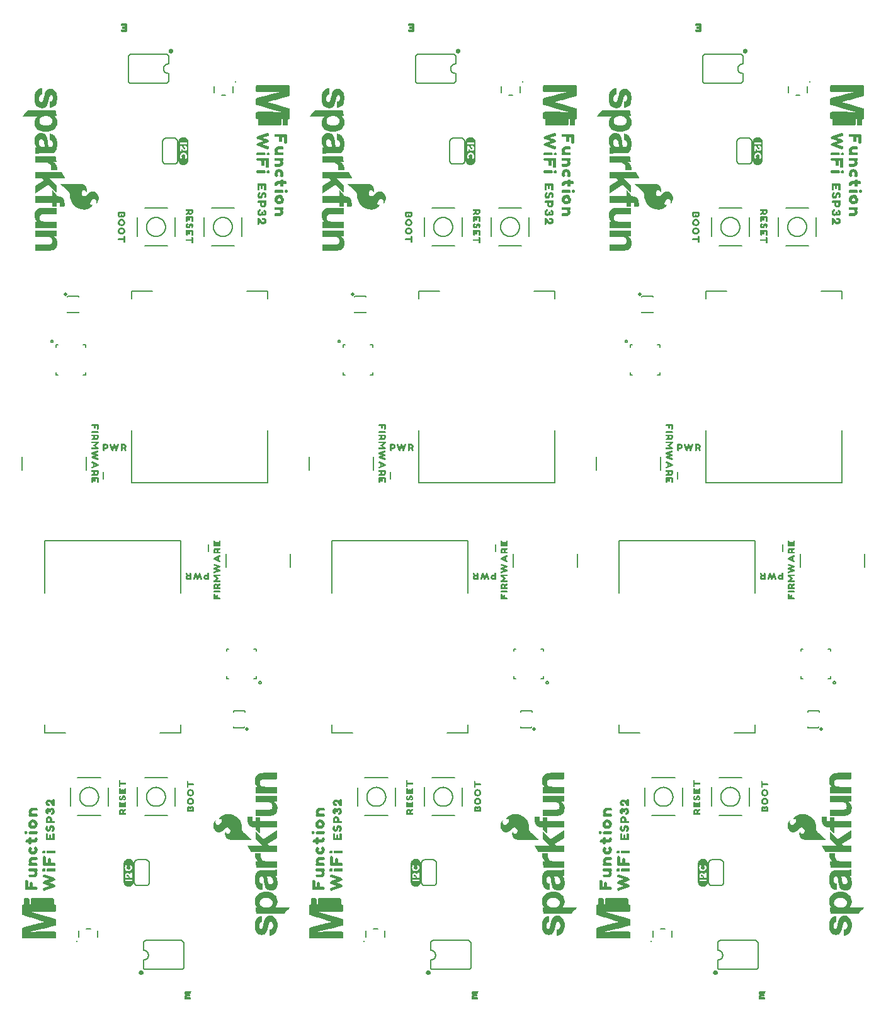
<source format=gto>
G04 EAGLE Gerber RS-274X export*
G75*
%MOMM*%
%FSLAX34Y34*%
%LPD*%
%INSilkscreen Top*%
%IPPOS*%
%AMOC8*
5,1,8,0,0,1.08239X$1,22.5*%
G01*
%ADD10C,0.508000*%
%ADD11C,0.203200*%
%ADD12C,0.254000*%
%ADD13R,0.640000X0.040000*%
%ADD14R,0.800000X0.040000*%
%ADD15R,0.840000X0.040000*%
%ADD16R,0.280000X0.040000*%
%ADD17R,0.600000X0.040000*%
%ADD18R,0.680000X0.040000*%
%ADD19R,0.760000X0.040000*%
%ADD20C,0.127000*%
%ADD21C,0.152400*%

G36*
X350450Y1200486D02*
X350450Y1200486D01*
X350490Y1200493D01*
X350507Y1200487D01*
X350537Y1200489D01*
X350576Y1200482D01*
X356391Y1200482D01*
X356395Y1200483D01*
X356399Y1200482D01*
X356928Y1200492D01*
X356969Y1200501D01*
X357033Y1200505D01*
X357546Y1200625D01*
X357585Y1200643D01*
X357676Y1200676D01*
X358135Y1200934D01*
X358168Y1200962D01*
X358246Y1201018D01*
X358616Y1201392D01*
X358640Y1201429D01*
X358699Y1201504D01*
X358952Y1201966D01*
X358965Y1202007D01*
X359001Y1202096D01*
X359116Y1202610D01*
X359117Y1202652D01*
X359128Y1202718D01*
X359136Y1208527D01*
X359146Y1208926D01*
X359264Y1209140D01*
X359487Y1209251D01*
X360323Y1209256D01*
X360561Y1209154D01*
X360685Y1208956D01*
X360703Y1208571D01*
X360709Y1202769D01*
X360716Y1202730D01*
X360718Y1202673D01*
X360819Y1202157D01*
X360836Y1202116D01*
X360864Y1202025D01*
X361104Y1201557D01*
X361131Y1201522D01*
X361184Y1201443D01*
X361543Y1201058D01*
X361579Y1201033D01*
X361651Y1200970D01*
X362104Y1200700D01*
X362144Y1200685D01*
X362234Y1200645D01*
X362744Y1200512D01*
X362787Y1200509D01*
X362856Y1200496D01*
X363384Y1200481D01*
X363390Y1200482D01*
X363398Y1200481D01*
X365512Y1200481D01*
X365528Y1200484D01*
X365548Y1200482D01*
X366074Y1200520D01*
X366117Y1200532D01*
X366206Y1200548D01*
X366702Y1200725D01*
X366740Y1200747D01*
X366825Y1200789D01*
X367253Y1201096D01*
X367282Y1201126D01*
X367291Y1201132D01*
X367294Y1201137D01*
X367354Y1201191D01*
X367681Y1201604D01*
X367701Y1201643D01*
X367751Y1201723D01*
X367953Y1202209D01*
X367961Y1202252D01*
X367988Y1202342D01*
X368049Y1202865D01*
X368047Y1202891D01*
X368052Y1202923D01*
X368054Y1208703D01*
X368102Y1209037D01*
X368243Y1209196D01*
X368567Y1209274D01*
X369060Y1209330D01*
X369065Y1209332D01*
X369071Y1209331D01*
X369230Y1209381D01*
X369698Y1209620D01*
X369704Y1209625D01*
X369711Y1209627D01*
X369841Y1209730D01*
X370193Y1210120D01*
X370198Y1210127D01*
X370204Y1210132D01*
X370289Y1210275D01*
X370478Y1210765D01*
X370481Y1210783D01*
X370511Y1210923D01*
X370533Y1211450D01*
X370532Y1211460D01*
X370534Y1211472D01*
X370534Y1221515D01*
X370533Y1221520D01*
X370534Y1221527D01*
X370521Y1222055D01*
X370514Y1222086D01*
X370494Y1222207D01*
X370321Y1222703D01*
X370317Y1222711D01*
X370315Y1222720D01*
X370230Y1222863D01*
X369889Y1223263D01*
X369882Y1223268D01*
X369878Y1223275D01*
X369835Y1223309D01*
X369829Y1223317D01*
X369810Y1223328D01*
X369747Y1223378D01*
X369286Y1223628D01*
X369248Y1223640D01*
X369197Y1223666D01*
X363146Y1225569D01*
X363145Y1225569D01*
X363144Y1225569D01*
X358599Y1226975D01*
X358597Y1226975D01*
X358595Y1226976D01*
X350497Y1229414D01*
X350416Y1229421D01*
X350375Y1229428D01*
X350362Y1229433D01*
X350257Y1229484D01*
X346704Y1230502D01*
X346701Y1230502D01*
X346698Y1230503D01*
X343133Y1231476D01*
X343128Y1231476D01*
X343122Y1231479D01*
X340049Y1232246D01*
X340043Y1232246D01*
X340037Y1232249D01*
X339586Y1232349D01*
X340183Y1232470D01*
X340187Y1232471D01*
X340193Y1232472D01*
X343799Y1233280D01*
X343803Y1233281D01*
X343807Y1233281D01*
X347914Y1234267D01*
X347915Y1234267D01*
X347917Y1234267D01*
X349454Y1234647D01*
X349459Y1234650D01*
X349466Y1234650D01*
X350485Y1234929D01*
X350510Y1234942D01*
X350549Y1234945D01*
X350563Y1234945D01*
X350565Y1234946D01*
X350567Y1234946D01*
X354151Y1235866D01*
X354153Y1235867D01*
X354156Y1235867D01*
X358244Y1236954D01*
X358245Y1236954D01*
X358247Y1236954D01*
X360797Y1237650D01*
X360799Y1237651D01*
X360801Y1237651D01*
X364872Y1238798D01*
X364875Y1238799D01*
X364878Y1238800D01*
X368936Y1239994D01*
X368948Y1240000D01*
X368964Y1240003D01*
X369460Y1240182D01*
X369473Y1240190D01*
X369602Y1240262D01*
X370013Y1240590D01*
X370020Y1240598D01*
X370029Y1240603D01*
X370135Y1240731D01*
X370396Y1241187D01*
X370399Y1241197D01*
X370406Y1241205D01*
X370415Y1241232D01*
X370420Y1241241D01*
X370424Y1241259D01*
X370457Y1241363D01*
X370534Y1241883D01*
X370532Y1241914D01*
X370539Y1241955D01*
X370544Y1253059D01*
X370537Y1253095D01*
X370536Y1253148D01*
X370442Y1253665D01*
X370439Y1253674D01*
X370439Y1253683D01*
X370376Y1253838D01*
X370101Y1254285D01*
X370096Y1254290D01*
X370093Y1254297D01*
X369980Y1254419D01*
X369564Y1254739D01*
X369556Y1254743D01*
X369550Y1254749D01*
X369401Y1254822D01*
X368897Y1254971D01*
X368855Y1254975D01*
X368756Y1254991D01*
X350779Y1255000D01*
X350736Y1254991D01*
X350661Y1254986D01*
X350547Y1254958D01*
X350533Y1254967D01*
X350524Y1254968D01*
X350517Y1254973D01*
X350353Y1255000D01*
X326539Y1254990D01*
X326502Y1254982D01*
X326393Y1254968D01*
X325890Y1254813D01*
X325883Y1254809D01*
X325874Y1254808D01*
X325728Y1254728D01*
X325315Y1254402D01*
X325310Y1254396D01*
X325303Y1254392D01*
X325195Y1254266D01*
X324926Y1253814D01*
X324923Y1253806D01*
X324918Y1253800D01*
X324863Y1253643D01*
X324774Y1253125D01*
X324775Y1253089D01*
X324766Y1253040D01*
X324766Y1247748D01*
X324770Y1247730D01*
X324768Y1247708D01*
X324809Y1247183D01*
X324810Y1247180D01*
X324810Y1247178D01*
X324852Y1247017D01*
X325067Y1246538D01*
X325072Y1246531D01*
X325074Y1246523D01*
X325171Y1246388D01*
X325545Y1246017D01*
X325552Y1246012D01*
X325557Y1246005D01*
X325696Y1245914D01*
X326178Y1245703D01*
X326179Y1245703D01*
X326180Y1245702D01*
X326341Y1245663D01*
X326867Y1245624D01*
X326884Y1245626D01*
X326904Y1245622D01*
X342780Y1245625D01*
X342782Y1245625D01*
X342783Y1245625D01*
X347017Y1245649D01*
X347019Y1245649D01*
X347021Y1245649D01*
X350194Y1245697D01*
X350195Y1245697D01*
X350196Y1245697D01*
X350289Y1245717D01*
X350389Y1245739D01*
X350390Y1245739D01*
X350412Y1245755D01*
X350433Y1245741D01*
X350450Y1245738D01*
X350464Y1245730D01*
X350629Y1245706D01*
X354858Y1245799D01*
X354860Y1245799D01*
X354862Y1245799D01*
X358033Y1245897D01*
X358036Y1245898D01*
X358040Y1245898D01*
X359818Y1245976D01*
X357937Y1245562D01*
X357935Y1245560D01*
X357931Y1245560D01*
X350722Y1243881D01*
X350708Y1243875D01*
X350688Y1243872D01*
X350353Y1243769D01*
X350287Y1243764D01*
X350244Y1243767D01*
X350221Y1243760D01*
X350190Y1243757D01*
X343521Y1242136D01*
X343520Y1242135D01*
X343518Y1242135D01*
X337884Y1240729D01*
X337883Y1240729D01*
X337881Y1240728D01*
X330721Y1238893D01*
X330720Y1238892D01*
X330717Y1238892D01*
X326124Y1237676D01*
X326085Y1237656D01*
X326013Y1237631D01*
X325553Y1237379D01*
X325545Y1237373D01*
X325537Y1237370D01*
X325410Y1237263D01*
X325072Y1236861D01*
X325069Y1236855D01*
X325064Y1236851D01*
X324983Y1236706D01*
X324809Y1236210D01*
X324804Y1236180D01*
X324781Y1236057D01*
X324767Y1235530D01*
X324768Y1235524D01*
X324767Y1235517D01*
X324767Y1230238D01*
X324771Y1230216D01*
X324769Y1230187D01*
X324823Y1229665D01*
X324824Y1229659D01*
X324824Y1229654D01*
X324872Y1229494D01*
X325104Y1229024D01*
X325109Y1229017D01*
X325112Y1229009D01*
X325214Y1228877D01*
X325600Y1228522D01*
X325605Y1228519D01*
X325608Y1228515D01*
X325749Y1228428D01*
X326236Y1228229D01*
X326257Y1228225D01*
X326281Y1228213D01*
X331337Y1226693D01*
X331339Y1226692D01*
X331341Y1226691D01*
X338438Y1224627D01*
X338440Y1224626D01*
X338442Y1224625D01*
X344033Y1223055D01*
X344035Y1223055D01*
X344038Y1223054D01*
X350152Y1221397D01*
X350187Y1221395D01*
X350220Y1221383D01*
X350286Y1221388D01*
X350351Y1221384D01*
X350363Y1221388D01*
X350389Y1221362D01*
X350462Y1221329D01*
X350500Y1221306D01*
X350519Y1221303D01*
X350541Y1221294D01*
X353609Y1220491D01*
X353611Y1220491D01*
X353613Y1220490D01*
X357714Y1219457D01*
X357716Y1219457D01*
X357719Y1219456D01*
X360289Y1218839D01*
X360292Y1218839D01*
X360295Y1218838D01*
X356929Y1218914D01*
X356927Y1218914D01*
X356925Y1218914D01*
X350583Y1219006D01*
X350529Y1218996D01*
X350474Y1218996D01*
X350432Y1218978D01*
X350387Y1218969D01*
X350341Y1218939D01*
X350291Y1218917D01*
X350289Y1218916D01*
X350081Y1218976D01*
X350038Y1218980D01*
X349945Y1218996D01*
X346780Y1219021D01*
X346778Y1219021D01*
X346776Y1219021D01*
X326728Y1219034D01*
X326693Y1219027D01*
X326643Y1219026D01*
X326126Y1218938D01*
X326119Y1218935D01*
X326112Y1218935D01*
X326035Y1218905D01*
X326006Y1218900D01*
X325989Y1218888D01*
X325956Y1218875D01*
X325505Y1218608D01*
X325499Y1218603D01*
X325492Y1218600D01*
X325368Y1218489D01*
X325042Y1218078D01*
X325038Y1218070D01*
X325032Y1218065D01*
X324956Y1217916D01*
X324800Y1217416D01*
X324796Y1217372D01*
X324778Y1217278D01*
X324766Y1216751D01*
X324767Y1216746D01*
X324766Y1216740D01*
X324766Y1211464D01*
X324768Y1211453D01*
X324767Y1211440D01*
X324792Y1210914D01*
X324798Y1210892D01*
X324826Y1210757D01*
X325015Y1210269D01*
X325019Y1210262D01*
X325021Y1210255D01*
X325025Y1210248D01*
X325027Y1210242D01*
X325044Y1210218D01*
X325110Y1210114D01*
X325462Y1209726D01*
X325468Y1209721D01*
X325472Y1209715D01*
X325606Y1209616D01*
X326073Y1209378D01*
X326079Y1209376D01*
X326084Y1209373D01*
X326244Y1209327D01*
X326766Y1209267D01*
X326783Y1209269D01*
X326805Y1209264D01*
X327206Y1209251D01*
X327413Y1209131D01*
X327522Y1208903D01*
X327539Y1202685D01*
X327548Y1202642D01*
X327553Y1202568D01*
X327679Y1202057D01*
X327697Y1202018D01*
X327730Y1201928D01*
X327992Y1201472D01*
X328021Y1201439D01*
X328077Y1201362D01*
X328454Y1200996D01*
X328491Y1200972D01*
X328565Y1200914D01*
X329027Y1200664D01*
X329068Y1200652D01*
X329159Y1200616D01*
X329672Y1200505D01*
X329714Y1200504D01*
X329778Y1200494D01*
X349817Y1200486D01*
X350335Y1200467D01*
X350352Y1200470D01*
X350370Y1200467D01*
X350450Y1200486D01*
G37*
G36*
X736530Y1200486D02*
X736530Y1200486D01*
X736570Y1200493D01*
X736587Y1200487D01*
X736617Y1200489D01*
X736656Y1200482D01*
X742471Y1200482D01*
X742475Y1200483D01*
X742479Y1200482D01*
X743008Y1200492D01*
X743049Y1200501D01*
X743113Y1200505D01*
X743626Y1200625D01*
X743665Y1200643D01*
X743756Y1200676D01*
X744215Y1200934D01*
X744248Y1200962D01*
X744326Y1201018D01*
X744696Y1201392D01*
X744720Y1201429D01*
X744779Y1201504D01*
X745032Y1201966D01*
X745045Y1202007D01*
X745081Y1202096D01*
X745196Y1202610D01*
X745197Y1202652D01*
X745208Y1202718D01*
X745216Y1208527D01*
X745226Y1208926D01*
X745344Y1209140D01*
X745567Y1209251D01*
X746403Y1209256D01*
X746641Y1209154D01*
X746765Y1208956D01*
X746783Y1208571D01*
X746789Y1202769D01*
X746796Y1202730D01*
X746798Y1202673D01*
X746899Y1202157D01*
X746916Y1202116D01*
X746944Y1202025D01*
X747184Y1201557D01*
X747211Y1201522D01*
X747264Y1201443D01*
X747623Y1201058D01*
X747659Y1201033D01*
X747731Y1200970D01*
X748184Y1200700D01*
X748224Y1200685D01*
X748314Y1200645D01*
X748824Y1200512D01*
X748867Y1200509D01*
X748936Y1200496D01*
X749464Y1200481D01*
X749470Y1200482D01*
X749478Y1200481D01*
X751592Y1200481D01*
X751608Y1200484D01*
X751628Y1200482D01*
X752154Y1200520D01*
X752197Y1200532D01*
X752286Y1200548D01*
X752782Y1200725D01*
X752820Y1200747D01*
X752905Y1200789D01*
X753333Y1201096D01*
X753362Y1201126D01*
X753371Y1201132D01*
X753374Y1201137D01*
X753434Y1201191D01*
X753761Y1201604D01*
X753781Y1201643D01*
X753831Y1201723D01*
X754033Y1202209D01*
X754041Y1202252D01*
X754068Y1202342D01*
X754129Y1202865D01*
X754127Y1202891D01*
X754132Y1202923D01*
X754134Y1208703D01*
X754182Y1209037D01*
X754323Y1209196D01*
X754647Y1209274D01*
X755140Y1209330D01*
X755145Y1209332D01*
X755151Y1209331D01*
X755310Y1209381D01*
X755778Y1209620D01*
X755784Y1209625D01*
X755791Y1209627D01*
X755921Y1209730D01*
X756273Y1210120D01*
X756278Y1210127D01*
X756284Y1210132D01*
X756369Y1210275D01*
X756558Y1210765D01*
X756561Y1210783D01*
X756591Y1210923D01*
X756613Y1211450D01*
X756612Y1211460D01*
X756614Y1211472D01*
X756614Y1221515D01*
X756613Y1221520D01*
X756614Y1221527D01*
X756601Y1222055D01*
X756594Y1222086D01*
X756574Y1222207D01*
X756401Y1222703D01*
X756397Y1222711D01*
X756395Y1222720D01*
X756310Y1222863D01*
X755969Y1223263D01*
X755962Y1223268D01*
X755958Y1223275D01*
X755915Y1223309D01*
X755909Y1223317D01*
X755890Y1223328D01*
X755827Y1223378D01*
X755366Y1223628D01*
X755328Y1223640D01*
X755277Y1223666D01*
X749226Y1225569D01*
X749225Y1225569D01*
X749224Y1225569D01*
X744679Y1226975D01*
X744677Y1226975D01*
X744675Y1226976D01*
X736577Y1229414D01*
X736496Y1229421D01*
X736455Y1229428D01*
X736442Y1229433D01*
X736337Y1229484D01*
X732784Y1230502D01*
X732781Y1230502D01*
X732778Y1230503D01*
X729213Y1231476D01*
X729208Y1231476D01*
X729202Y1231479D01*
X726129Y1232246D01*
X726123Y1232246D01*
X726117Y1232249D01*
X725666Y1232349D01*
X726263Y1232470D01*
X726267Y1232471D01*
X726273Y1232472D01*
X729879Y1233280D01*
X729883Y1233281D01*
X729887Y1233281D01*
X733994Y1234267D01*
X733995Y1234267D01*
X733997Y1234267D01*
X735534Y1234647D01*
X735539Y1234650D01*
X735546Y1234650D01*
X736565Y1234929D01*
X736590Y1234942D01*
X736629Y1234945D01*
X736643Y1234945D01*
X736645Y1234946D01*
X736647Y1234946D01*
X740231Y1235866D01*
X740233Y1235867D01*
X740236Y1235867D01*
X744324Y1236954D01*
X744325Y1236954D01*
X744327Y1236954D01*
X746877Y1237650D01*
X746879Y1237651D01*
X746881Y1237651D01*
X750952Y1238798D01*
X750955Y1238799D01*
X750958Y1238800D01*
X755016Y1239994D01*
X755028Y1240000D01*
X755044Y1240003D01*
X755540Y1240182D01*
X755553Y1240190D01*
X755682Y1240262D01*
X756093Y1240590D01*
X756100Y1240598D01*
X756109Y1240603D01*
X756215Y1240731D01*
X756476Y1241187D01*
X756479Y1241197D01*
X756486Y1241205D01*
X756495Y1241232D01*
X756500Y1241241D01*
X756504Y1241259D01*
X756537Y1241363D01*
X756614Y1241883D01*
X756612Y1241914D01*
X756619Y1241955D01*
X756624Y1253059D01*
X756617Y1253095D01*
X756616Y1253148D01*
X756522Y1253665D01*
X756519Y1253674D01*
X756519Y1253683D01*
X756456Y1253838D01*
X756181Y1254285D01*
X756176Y1254290D01*
X756173Y1254297D01*
X756060Y1254419D01*
X755644Y1254739D01*
X755636Y1254743D01*
X755630Y1254749D01*
X755481Y1254822D01*
X754977Y1254971D01*
X754935Y1254975D01*
X754836Y1254991D01*
X736859Y1255000D01*
X736816Y1254991D01*
X736741Y1254986D01*
X736627Y1254958D01*
X736613Y1254967D01*
X736604Y1254968D01*
X736597Y1254973D01*
X736433Y1255000D01*
X712619Y1254990D01*
X712582Y1254982D01*
X712473Y1254968D01*
X711970Y1254813D01*
X711963Y1254809D01*
X711954Y1254808D01*
X711808Y1254728D01*
X711395Y1254402D01*
X711390Y1254396D01*
X711383Y1254392D01*
X711275Y1254266D01*
X711006Y1253814D01*
X711003Y1253806D01*
X710998Y1253800D01*
X710943Y1253643D01*
X710854Y1253125D01*
X710855Y1253089D01*
X710846Y1253040D01*
X710846Y1247748D01*
X710850Y1247730D01*
X710848Y1247708D01*
X710889Y1247183D01*
X710890Y1247180D01*
X710890Y1247178D01*
X710932Y1247017D01*
X711147Y1246538D01*
X711152Y1246531D01*
X711154Y1246523D01*
X711251Y1246388D01*
X711625Y1246017D01*
X711632Y1246012D01*
X711637Y1246005D01*
X711776Y1245914D01*
X712258Y1245703D01*
X712259Y1245703D01*
X712260Y1245702D01*
X712421Y1245663D01*
X712947Y1245624D01*
X712964Y1245626D01*
X712984Y1245622D01*
X728860Y1245625D01*
X728862Y1245625D01*
X728863Y1245625D01*
X733097Y1245649D01*
X733099Y1245649D01*
X733101Y1245649D01*
X736274Y1245697D01*
X736275Y1245697D01*
X736276Y1245697D01*
X736369Y1245717D01*
X736469Y1245739D01*
X736470Y1245739D01*
X736492Y1245755D01*
X736513Y1245741D01*
X736530Y1245738D01*
X736544Y1245730D01*
X736709Y1245706D01*
X740938Y1245799D01*
X740940Y1245799D01*
X740942Y1245799D01*
X744113Y1245897D01*
X744116Y1245898D01*
X744120Y1245898D01*
X745898Y1245976D01*
X744017Y1245562D01*
X744015Y1245560D01*
X744011Y1245560D01*
X736802Y1243881D01*
X736788Y1243875D01*
X736768Y1243872D01*
X736433Y1243769D01*
X736367Y1243764D01*
X736324Y1243767D01*
X736301Y1243760D01*
X736270Y1243757D01*
X729601Y1242136D01*
X729600Y1242135D01*
X729598Y1242135D01*
X723964Y1240729D01*
X723963Y1240729D01*
X723961Y1240728D01*
X716801Y1238893D01*
X716800Y1238892D01*
X716797Y1238892D01*
X712204Y1237676D01*
X712165Y1237656D01*
X712093Y1237631D01*
X711633Y1237379D01*
X711625Y1237373D01*
X711617Y1237370D01*
X711490Y1237263D01*
X711152Y1236861D01*
X711149Y1236855D01*
X711144Y1236851D01*
X711063Y1236706D01*
X710889Y1236210D01*
X710884Y1236180D01*
X710861Y1236057D01*
X710847Y1235530D01*
X710848Y1235524D01*
X710847Y1235517D01*
X710847Y1230238D01*
X710851Y1230216D01*
X710849Y1230187D01*
X710903Y1229665D01*
X710904Y1229659D01*
X710904Y1229654D01*
X710952Y1229494D01*
X711184Y1229024D01*
X711189Y1229017D01*
X711192Y1229009D01*
X711294Y1228877D01*
X711680Y1228522D01*
X711685Y1228519D01*
X711688Y1228515D01*
X711829Y1228428D01*
X712316Y1228229D01*
X712337Y1228225D01*
X712361Y1228213D01*
X717417Y1226693D01*
X717419Y1226692D01*
X717421Y1226691D01*
X724518Y1224627D01*
X724520Y1224626D01*
X724522Y1224625D01*
X730113Y1223055D01*
X730115Y1223055D01*
X730118Y1223054D01*
X736232Y1221397D01*
X736267Y1221395D01*
X736300Y1221383D01*
X736366Y1221388D01*
X736431Y1221384D01*
X736443Y1221388D01*
X736469Y1221362D01*
X736542Y1221329D01*
X736580Y1221306D01*
X736599Y1221303D01*
X736621Y1221294D01*
X739689Y1220491D01*
X739691Y1220491D01*
X739693Y1220490D01*
X743794Y1219457D01*
X743796Y1219457D01*
X743799Y1219456D01*
X746369Y1218839D01*
X746372Y1218839D01*
X746375Y1218838D01*
X743009Y1218914D01*
X743007Y1218914D01*
X743005Y1218914D01*
X736663Y1219006D01*
X736609Y1218996D01*
X736554Y1218996D01*
X736512Y1218978D01*
X736467Y1218969D01*
X736421Y1218939D01*
X736371Y1218917D01*
X736369Y1218916D01*
X736161Y1218976D01*
X736118Y1218980D01*
X736025Y1218996D01*
X732860Y1219021D01*
X732858Y1219021D01*
X732856Y1219021D01*
X712808Y1219034D01*
X712773Y1219027D01*
X712723Y1219026D01*
X712206Y1218938D01*
X712199Y1218935D01*
X712192Y1218935D01*
X712115Y1218905D01*
X712086Y1218900D01*
X712069Y1218888D01*
X712036Y1218875D01*
X711585Y1218608D01*
X711579Y1218603D01*
X711572Y1218600D01*
X711448Y1218489D01*
X711122Y1218078D01*
X711118Y1218070D01*
X711112Y1218065D01*
X711036Y1217916D01*
X710880Y1217416D01*
X710876Y1217372D01*
X710858Y1217278D01*
X710846Y1216751D01*
X710847Y1216746D01*
X710846Y1216740D01*
X710846Y1211464D01*
X710848Y1211453D01*
X710847Y1211440D01*
X710872Y1210914D01*
X710878Y1210892D01*
X710906Y1210757D01*
X711095Y1210269D01*
X711099Y1210262D01*
X711101Y1210255D01*
X711105Y1210248D01*
X711107Y1210242D01*
X711124Y1210218D01*
X711190Y1210114D01*
X711542Y1209726D01*
X711548Y1209721D01*
X711552Y1209715D01*
X711686Y1209616D01*
X712153Y1209378D01*
X712159Y1209376D01*
X712164Y1209373D01*
X712324Y1209327D01*
X712846Y1209267D01*
X712863Y1209269D01*
X712885Y1209264D01*
X713286Y1209251D01*
X713493Y1209131D01*
X713602Y1208903D01*
X713619Y1202685D01*
X713628Y1202642D01*
X713633Y1202568D01*
X713759Y1202057D01*
X713777Y1202018D01*
X713810Y1201928D01*
X714072Y1201472D01*
X714101Y1201439D01*
X714157Y1201362D01*
X714534Y1200996D01*
X714571Y1200972D01*
X714645Y1200914D01*
X715107Y1200664D01*
X715148Y1200652D01*
X715239Y1200616D01*
X715752Y1200505D01*
X715794Y1200504D01*
X715858Y1200494D01*
X735897Y1200486D01*
X736415Y1200467D01*
X736432Y1200470D01*
X736450Y1200467D01*
X736530Y1200486D01*
G37*
G36*
X1122610Y1200486D02*
X1122610Y1200486D01*
X1122650Y1200493D01*
X1122667Y1200487D01*
X1122697Y1200489D01*
X1122736Y1200482D01*
X1128551Y1200482D01*
X1128555Y1200483D01*
X1128559Y1200482D01*
X1129088Y1200492D01*
X1129129Y1200501D01*
X1129193Y1200505D01*
X1129706Y1200625D01*
X1129745Y1200643D01*
X1129836Y1200676D01*
X1130295Y1200934D01*
X1130328Y1200962D01*
X1130406Y1201018D01*
X1130776Y1201392D01*
X1130800Y1201429D01*
X1130859Y1201504D01*
X1131112Y1201966D01*
X1131125Y1202007D01*
X1131161Y1202096D01*
X1131276Y1202610D01*
X1131277Y1202652D01*
X1131288Y1202718D01*
X1131296Y1208527D01*
X1131306Y1208926D01*
X1131424Y1209140D01*
X1131647Y1209251D01*
X1132483Y1209256D01*
X1132721Y1209154D01*
X1132845Y1208956D01*
X1132863Y1208571D01*
X1132869Y1202769D01*
X1132876Y1202730D01*
X1132878Y1202673D01*
X1132979Y1202157D01*
X1132996Y1202116D01*
X1133024Y1202025D01*
X1133264Y1201557D01*
X1133291Y1201522D01*
X1133344Y1201443D01*
X1133703Y1201058D01*
X1133739Y1201033D01*
X1133811Y1200970D01*
X1134264Y1200700D01*
X1134304Y1200685D01*
X1134394Y1200645D01*
X1134904Y1200512D01*
X1134947Y1200509D01*
X1135016Y1200496D01*
X1135544Y1200481D01*
X1135550Y1200482D01*
X1135558Y1200481D01*
X1137672Y1200481D01*
X1137688Y1200484D01*
X1137708Y1200482D01*
X1138234Y1200520D01*
X1138277Y1200532D01*
X1138366Y1200548D01*
X1138862Y1200725D01*
X1138900Y1200747D01*
X1138985Y1200789D01*
X1139413Y1201096D01*
X1139442Y1201126D01*
X1139451Y1201132D01*
X1139454Y1201137D01*
X1139514Y1201191D01*
X1139841Y1201604D01*
X1139861Y1201643D01*
X1139911Y1201723D01*
X1140113Y1202209D01*
X1140121Y1202252D01*
X1140148Y1202342D01*
X1140209Y1202865D01*
X1140207Y1202891D01*
X1140212Y1202923D01*
X1140214Y1208703D01*
X1140262Y1209037D01*
X1140403Y1209196D01*
X1140727Y1209274D01*
X1141220Y1209330D01*
X1141225Y1209332D01*
X1141231Y1209331D01*
X1141390Y1209381D01*
X1141858Y1209620D01*
X1141864Y1209625D01*
X1141871Y1209627D01*
X1142001Y1209730D01*
X1142353Y1210120D01*
X1142358Y1210127D01*
X1142364Y1210132D01*
X1142449Y1210275D01*
X1142638Y1210765D01*
X1142641Y1210783D01*
X1142671Y1210923D01*
X1142693Y1211450D01*
X1142692Y1211460D01*
X1142694Y1211472D01*
X1142694Y1221515D01*
X1142693Y1221520D01*
X1142694Y1221527D01*
X1142681Y1222055D01*
X1142674Y1222086D01*
X1142654Y1222207D01*
X1142481Y1222703D01*
X1142477Y1222711D01*
X1142475Y1222720D01*
X1142390Y1222863D01*
X1142049Y1223263D01*
X1142042Y1223268D01*
X1142038Y1223275D01*
X1141995Y1223309D01*
X1141989Y1223317D01*
X1141970Y1223328D01*
X1141907Y1223378D01*
X1141446Y1223628D01*
X1141408Y1223640D01*
X1141357Y1223666D01*
X1135306Y1225569D01*
X1135305Y1225569D01*
X1135304Y1225569D01*
X1130759Y1226975D01*
X1130757Y1226975D01*
X1130755Y1226976D01*
X1122657Y1229414D01*
X1122576Y1229421D01*
X1122535Y1229428D01*
X1122522Y1229433D01*
X1122417Y1229484D01*
X1118864Y1230502D01*
X1118861Y1230502D01*
X1118858Y1230503D01*
X1115293Y1231476D01*
X1115288Y1231476D01*
X1115282Y1231479D01*
X1112209Y1232246D01*
X1112203Y1232246D01*
X1112197Y1232249D01*
X1111746Y1232349D01*
X1112343Y1232470D01*
X1112347Y1232471D01*
X1112353Y1232472D01*
X1115959Y1233280D01*
X1115963Y1233281D01*
X1115967Y1233281D01*
X1120074Y1234267D01*
X1120075Y1234267D01*
X1120077Y1234267D01*
X1121614Y1234647D01*
X1121619Y1234650D01*
X1121626Y1234650D01*
X1122645Y1234929D01*
X1122670Y1234942D01*
X1122709Y1234945D01*
X1122723Y1234945D01*
X1122725Y1234946D01*
X1122727Y1234946D01*
X1126311Y1235866D01*
X1126313Y1235867D01*
X1126316Y1235867D01*
X1130404Y1236954D01*
X1130405Y1236954D01*
X1130407Y1236954D01*
X1132957Y1237650D01*
X1132959Y1237651D01*
X1132961Y1237651D01*
X1137032Y1238798D01*
X1137035Y1238799D01*
X1137038Y1238800D01*
X1141096Y1239994D01*
X1141108Y1240000D01*
X1141124Y1240003D01*
X1141620Y1240182D01*
X1141633Y1240190D01*
X1141762Y1240262D01*
X1142173Y1240590D01*
X1142180Y1240598D01*
X1142189Y1240603D01*
X1142295Y1240731D01*
X1142556Y1241187D01*
X1142559Y1241197D01*
X1142566Y1241205D01*
X1142575Y1241232D01*
X1142580Y1241241D01*
X1142584Y1241259D01*
X1142617Y1241363D01*
X1142694Y1241883D01*
X1142692Y1241914D01*
X1142699Y1241955D01*
X1142704Y1253059D01*
X1142697Y1253095D01*
X1142696Y1253148D01*
X1142602Y1253665D01*
X1142599Y1253674D01*
X1142599Y1253683D01*
X1142536Y1253838D01*
X1142261Y1254285D01*
X1142256Y1254290D01*
X1142253Y1254297D01*
X1142140Y1254419D01*
X1141724Y1254739D01*
X1141716Y1254743D01*
X1141710Y1254749D01*
X1141561Y1254822D01*
X1141057Y1254971D01*
X1141015Y1254975D01*
X1140916Y1254991D01*
X1122939Y1255000D01*
X1122896Y1254991D01*
X1122821Y1254986D01*
X1122707Y1254958D01*
X1122693Y1254967D01*
X1122684Y1254968D01*
X1122677Y1254973D01*
X1122513Y1255000D01*
X1098699Y1254990D01*
X1098662Y1254982D01*
X1098553Y1254968D01*
X1098050Y1254813D01*
X1098043Y1254809D01*
X1098034Y1254808D01*
X1097888Y1254728D01*
X1097475Y1254402D01*
X1097470Y1254396D01*
X1097463Y1254392D01*
X1097355Y1254266D01*
X1097086Y1253814D01*
X1097083Y1253806D01*
X1097078Y1253800D01*
X1097023Y1253643D01*
X1096934Y1253125D01*
X1096935Y1253089D01*
X1096926Y1253040D01*
X1096926Y1247748D01*
X1096930Y1247730D01*
X1096928Y1247708D01*
X1096969Y1247183D01*
X1096970Y1247180D01*
X1096970Y1247178D01*
X1097012Y1247017D01*
X1097227Y1246538D01*
X1097232Y1246531D01*
X1097234Y1246523D01*
X1097331Y1246388D01*
X1097705Y1246017D01*
X1097712Y1246012D01*
X1097717Y1246005D01*
X1097856Y1245914D01*
X1098338Y1245703D01*
X1098339Y1245703D01*
X1098340Y1245702D01*
X1098501Y1245663D01*
X1099027Y1245624D01*
X1099044Y1245626D01*
X1099064Y1245622D01*
X1114940Y1245625D01*
X1114942Y1245625D01*
X1114943Y1245625D01*
X1119177Y1245649D01*
X1119179Y1245649D01*
X1119181Y1245649D01*
X1122354Y1245697D01*
X1122355Y1245697D01*
X1122356Y1245697D01*
X1122449Y1245717D01*
X1122549Y1245739D01*
X1122550Y1245739D01*
X1122572Y1245755D01*
X1122593Y1245741D01*
X1122610Y1245738D01*
X1122624Y1245730D01*
X1122789Y1245706D01*
X1127018Y1245799D01*
X1127020Y1245799D01*
X1127022Y1245799D01*
X1130193Y1245897D01*
X1130196Y1245898D01*
X1130200Y1245898D01*
X1131978Y1245976D01*
X1130097Y1245562D01*
X1130095Y1245560D01*
X1130091Y1245560D01*
X1122882Y1243881D01*
X1122868Y1243875D01*
X1122848Y1243872D01*
X1122513Y1243769D01*
X1122447Y1243764D01*
X1122404Y1243767D01*
X1122381Y1243760D01*
X1122350Y1243757D01*
X1115681Y1242136D01*
X1115680Y1242135D01*
X1115678Y1242135D01*
X1110044Y1240729D01*
X1110043Y1240729D01*
X1110041Y1240728D01*
X1102881Y1238893D01*
X1102880Y1238892D01*
X1102877Y1238892D01*
X1098284Y1237676D01*
X1098245Y1237656D01*
X1098173Y1237631D01*
X1097713Y1237379D01*
X1097705Y1237373D01*
X1097697Y1237370D01*
X1097570Y1237263D01*
X1097232Y1236861D01*
X1097229Y1236855D01*
X1097224Y1236851D01*
X1097143Y1236706D01*
X1096969Y1236210D01*
X1096964Y1236180D01*
X1096941Y1236057D01*
X1096927Y1235530D01*
X1096928Y1235524D01*
X1096927Y1235517D01*
X1096927Y1230238D01*
X1096931Y1230216D01*
X1096929Y1230187D01*
X1096983Y1229665D01*
X1096984Y1229659D01*
X1096984Y1229654D01*
X1097032Y1229494D01*
X1097264Y1229024D01*
X1097269Y1229017D01*
X1097272Y1229009D01*
X1097374Y1228877D01*
X1097760Y1228522D01*
X1097765Y1228519D01*
X1097768Y1228515D01*
X1097909Y1228428D01*
X1098396Y1228229D01*
X1098417Y1228225D01*
X1098441Y1228213D01*
X1103497Y1226693D01*
X1103499Y1226692D01*
X1103501Y1226691D01*
X1110598Y1224627D01*
X1110600Y1224626D01*
X1110602Y1224625D01*
X1116193Y1223055D01*
X1116195Y1223055D01*
X1116198Y1223054D01*
X1122312Y1221397D01*
X1122347Y1221395D01*
X1122380Y1221383D01*
X1122446Y1221388D01*
X1122511Y1221384D01*
X1122523Y1221388D01*
X1122549Y1221362D01*
X1122622Y1221329D01*
X1122660Y1221306D01*
X1122679Y1221303D01*
X1122701Y1221294D01*
X1125769Y1220491D01*
X1125771Y1220491D01*
X1125773Y1220490D01*
X1129874Y1219457D01*
X1129876Y1219457D01*
X1129879Y1219456D01*
X1132449Y1218839D01*
X1132452Y1218839D01*
X1132455Y1218838D01*
X1129089Y1218914D01*
X1129087Y1218914D01*
X1129085Y1218914D01*
X1122743Y1219006D01*
X1122689Y1218996D01*
X1122634Y1218996D01*
X1122592Y1218978D01*
X1122547Y1218969D01*
X1122501Y1218939D01*
X1122451Y1218917D01*
X1122449Y1218916D01*
X1122241Y1218976D01*
X1122198Y1218980D01*
X1122105Y1218996D01*
X1118940Y1219021D01*
X1118938Y1219021D01*
X1118936Y1219021D01*
X1098888Y1219034D01*
X1098853Y1219027D01*
X1098803Y1219026D01*
X1098286Y1218938D01*
X1098279Y1218935D01*
X1098272Y1218935D01*
X1098195Y1218905D01*
X1098166Y1218900D01*
X1098149Y1218888D01*
X1098116Y1218875D01*
X1097665Y1218608D01*
X1097659Y1218603D01*
X1097652Y1218600D01*
X1097528Y1218489D01*
X1097202Y1218078D01*
X1097198Y1218070D01*
X1097192Y1218065D01*
X1097116Y1217916D01*
X1096960Y1217416D01*
X1096956Y1217372D01*
X1096938Y1217278D01*
X1096926Y1216751D01*
X1096927Y1216746D01*
X1096926Y1216740D01*
X1096926Y1211464D01*
X1096928Y1211453D01*
X1096927Y1211440D01*
X1096952Y1210914D01*
X1096958Y1210892D01*
X1096986Y1210757D01*
X1097175Y1210269D01*
X1097179Y1210262D01*
X1097181Y1210255D01*
X1097185Y1210248D01*
X1097187Y1210242D01*
X1097204Y1210218D01*
X1097270Y1210114D01*
X1097622Y1209726D01*
X1097628Y1209721D01*
X1097632Y1209715D01*
X1097766Y1209616D01*
X1098233Y1209378D01*
X1098239Y1209376D01*
X1098244Y1209373D01*
X1098404Y1209327D01*
X1098926Y1209267D01*
X1098943Y1209269D01*
X1098965Y1209264D01*
X1099366Y1209251D01*
X1099573Y1209131D01*
X1099682Y1208903D01*
X1099699Y1202685D01*
X1099708Y1202642D01*
X1099713Y1202568D01*
X1099839Y1202057D01*
X1099857Y1202018D01*
X1099890Y1201928D01*
X1100152Y1201472D01*
X1100181Y1201439D01*
X1100237Y1201362D01*
X1100614Y1200996D01*
X1100651Y1200972D01*
X1100725Y1200914D01*
X1101187Y1200664D01*
X1101228Y1200652D01*
X1101319Y1200616D01*
X1101832Y1200505D01*
X1101874Y1200504D01*
X1101938Y1200494D01*
X1121977Y1200486D01*
X1122495Y1200467D01*
X1122512Y1200470D01*
X1122530Y1200467D01*
X1122610Y1200486D01*
G37*
G36*
X826621Y108228D02*
X826621Y108228D01*
X826659Y108236D01*
X826767Y108250D01*
X827270Y108405D01*
X827277Y108409D01*
X827286Y108411D01*
X827432Y108490D01*
X827845Y108816D01*
X827850Y108822D01*
X827857Y108826D01*
X827886Y108859D01*
X827899Y108869D01*
X827917Y108896D01*
X827965Y108952D01*
X828234Y109404D01*
X828237Y109412D01*
X828242Y109418D01*
X828297Y109575D01*
X828386Y110093D01*
X828385Y110129D01*
X828394Y110178D01*
X828394Y115470D01*
X828390Y115488D01*
X828392Y115510D01*
X828351Y116035D01*
X828350Y116038D01*
X828350Y116040D01*
X828308Y116201D01*
X828093Y116681D01*
X828088Y116687D01*
X828086Y116695D01*
X827989Y116830D01*
X827615Y117201D01*
X827608Y117206D01*
X827603Y117213D01*
X827464Y117304D01*
X826982Y117515D01*
X826981Y117515D01*
X826980Y117516D01*
X826819Y117555D01*
X826293Y117594D01*
X826276Y117592D01*
X826256Y117596D01*
X810380Y117593D01*
X810378Y117593D01*
X810377Y117593D01*
X806143Y117569D01*
X806141Y117569D01*
X806139Y117569D01*
X802966Y117521D01*
X802964Y117521D01*
X802871Y117501D01*
X802771Y117479D01*
X802770Y117479D01*
X802748Y117463D01*
X802727Y117477D01*
X802710Y117480D01*
X802696Y117488D01*
X802531Y117512D01*
X798302Y117419D01*
X798300Y117419D01*
X798298Y117419D01*
X795127Y117321D01*
X795124Y117320D01*
X795120Y117320D01*
X793342Y117242D01*
X795223Y117657D01*
X795225Y117658D01*
X795229Y117658D01*
X802438Y119337D01*
X802452Y119343D01*
X802472Y119346D01*
X802807Y119449D01*
X802873Y119454D01*
X802916Y119451D01*
X802939Y119459D01*
X802970Y119461D01*
X809639Y121082D01*
X809640Y121083D01*
X809642Y121083D01*
X815276Y122489D01*
X815277Y122490D01*
X815279Y122490D01*
X822439Y124325D01*
X822440Y124326D01*
X822443Y124326D01*
X827036Y125542D01*
X827075Y125562D01*
X827147Y125587D01*
X827608Y125839D01*
X827615Y125845D01*
X827623Y125848D01*
X827750Y125955D01*
X828088Y126357D01*
X828091Y126363D01*
X828096Y126367D01*
X828177Y126513D01*
X828351Y127008D01*
X828356Y127038D01*
X828379Y127161D01*
X828393Y127688D01*
X828392Y127694D01*
X828393Y127701D01*
X828393Y132980D01*
X828389Y133002D01*
X828391Y133031D01*
X828337Y133553D01*
X828336Y133559D01*
X828336Y133564D01*
X828288Y133724D01*
X828056Y134194D01*
X828051Y134201D01*
X828048Y134209D01*
X827946Y134341D01*
X827560Y134696D01*
X827555Y134699D01*
X827552Y134703D01*
X827411Y134790D01*
X826924Y134989D01*
X826903Y134993D01*
X826879Y135005D01*
X821823Y136525D01*
X821821Y136526D01*
X821819Y136527D01*
X814722Y138591D01*
X814720Y138592D01*
X814718Y138593D01*
X809127Y140163D01*
X809125Y140163D01*
X809122Y140164D01*
X803008Y141821D01*
X802973Y141823D01*
X802940Y141835D01*
X802875Y141830D01*
X802809Y141834D01*
X802797Y141830D01*
X802771Y141856D01*
X802698Y141889D01*
X802660Y141912D01*
X802641Y141915D01*
X802619Y141924D01*
X799551Y142727D01*
X799549Y142727D01*
X799547Y142728D01*
X795446Y143761D01*
X795444Y143761D01*
X795441Y143762D01*
X792871Y144379D01*
X792868Y144379D01*
X792865Y144380D01*
X796231Y144304D01*
X796233Y144304D01*
X796235Y144304D01*
X802577Y144212D01*
X802631Y144222D01*
X802686Y144222D01*
X802728Y144240D01*
X802773Y144249D01*
X802819Y144279D01*
X802869Y144301D01*
X802871Y144302D01*
X803079Y144242D01*
X803122Y144238D01*
X803215Y144222D01*
X806380Y144197D01*
X806382Y144197D01*
X806384Y144197D01*
X826432Y144184D01*
X826467Y144191D01*
X826517Y144192D01*
X827034Y144280D01*
X827041Y144283D01*
X827048Y144283D01*
X827204Y144343D01*
X827655Y144610D01*
X827661Y144615D01*
X827669Y144618D01*
X827792Y144729D01*
X828118Y145140D01*
X828122Y145148D01*
X828128Y145153D01*
X828204Y145302D01*
X828360Y145802D01*
X828364Y145846D01*
X828382Y145940D01*
X828394Y146467D01*
X828393Y146472D01*
X828394Y146478D01*
X828394Y151754D01*
X828392Y151765D01*
X828393Y151778D01*
X828368Y152304D01*
X828362Y152326D01*
X828335Y152461D01*
X828145Y152949D01*
X828141Y152956D01*
X828139Y152963D01*
X828050Y153104D01*
X827698Y153492D01*
X827692Y153497D01*
X827688Y153503D01*
X827554Y153602D01*
X827087Y153840D01*
X827081Y153842D01*
X827076Y153845D01*
X826916Y153891D01*
X826394Y153951D01*
X826377Y153949D01*
X826355Y153954D01*
X825954Y153967D01*
X825747Y154087D01*
X825638Y154315D01*
X825621Y160533D01*
X825612Y160576D01*
X825607Y160650D01*
X825481Y161161D01*
X825463Y161200D01*
X825430Y161290D01*
X825168Y161746D01*
X825139Y161779D01*
X825083Y161856D01*
X824706Y162222D01*
X824669Y162246D01*
X824595Y162304D01*
X824133Y162554D01*
X824092Y162566D01*
X824001Y162602D01*
X823488Y162713D01*
X823446Y162714D01*
X823383Y162724D01*
X803343Y162732D01*
X802825Y162751D01*
X802808Y162748D01*
X802790Y162751D01*
X802710Y162732D01*
X802670Y162725D01*
X802653Y162731D01*
X802623Y162729D01*
X802584Y162736D01*
X796769Y162736D01*
X796765Y162735D01*
X796761Y162736D01*
X796232Y162726D01*
X796191Y162717D01*
X796127Y162713D01*
X795614Y162593D01*
X795575Y162575D01*
X795484Y162542D01*
X795025Y162284D01*
X794992Y162256D01*
X794914Y162200D01*
X794544Y161826D01*
X794520Y161789D01*
X794461Y161714D01*
X794208Y161252D01*
X794196Y161211D01*
X794159Y161122D01*
X794044Y160608D01*
X794043Y160566D01*
X794032Y160500D01*
X794024Y154691D01*
X794014Y154292D01*
X793896Y154079D01*
X793673Y153967D01*
X792837Y153962D01*
X792599Y154064D01*
X792475Y154262D01*
X792457Y154647D01*
X792451Y160449D01*
X792444Y160488D01*
X792442Y160545D01*
X792341Y161061D01*
X792324Y161102D01*
X792296Y161193D01*
X792056Y161662D01*
X792029Y161696D01*
X791976Y161775D01*
X791617Y162160D01*
X791581Y162186D01*
X791509Y162248D01*
X791056Y162518D01*
X791016Y162533D01*
X790926Y162573D01*
X790416Y162706D01*
X790373Y162709D01*
X790304Y162722D01*
X789776Y162737D01*
X789770Y162736D01*
X789762Y162737D01*
X787648Y162737D01*
X787632Y162734D01*
X787612Y162736D01*
X787086Y162698D01*
X787043Y162686D01*
X786954Y162670D01*
X786458Y162493D01*
X786420Y162471D01*
X786335Y162429D01*
X785907Y162122D01*
X785879Y162092D01*
X785873Y162088D01*
X785871Y162085D01*
X785806Y162027D01*
X785479Y161614D01*
X785459Y161575D01*
X785409Y161496D01*
X785207Y161009D01*
X785199Y160966D01*
X785172Y160876D01*
X785111Y160353D01*
X785113Y160327D01*
X785108Y160295D01*
X785106Y154516D01*
X785058Y154181D01*
X784917Y154022D01*
X784593Y153944D01*
X784101Y153888D01*
X784095Y153887D01*
X784089Y153887D01*
X783930Y153837D01*
X783462Y153598D01*
X783456Y153593D01*
X783449Y153591D01*
X783319Y153488D01*
X782967Y153098D01*
X782962Y153091D01*
X782956Y153086D01*
X782871Y152943D01*
X782682Y152453D01*
X782679Y152435D01*
X782649Y152295D01*
X782627Y151768D01*
X782628Y151758D01*
X782626Y151746D01*
X782626Y141703D01*
X782627Y141698D01*
X782626Y141692D01*
X782639Y141163D01*
X782646Y141132D01*
X782666Y141011D01*
X782839Y140515D01*
X782843Y140507D01*
X782845Y140498D01*
X782930Y140355D01*
X783271Y139955D01*
X783278Y139950D01*
X783282Y139943D01*
X783318Y139914D01*
X783327Y139903D01*
X783351Y139889D01*
X783413Y139840D01*
X783874Y139590D01*
X783912Y139578D01*
X783963Y139552D01*
X790014Y137649D01*
X790015Y137649D01*
X790016Y137649D01*
X794561Y136243D01*
X794563Y136243D01*
X794565Y136242D01*
X802663Y133804D01*
X802744Y133797D01*
X802785Y133790D01*
X802798Y133785D01*
X802903Y133734D01*
X806456Y132716D01*
X806459Y132716D01*
X806462Y132715D01*
X810027Y131742D01*
X810032Y131742D01*
X810038Y131740D01*
X813111Y130972D01*
X813117Y130972D01*
X813123Y130969D01*
X813574Y130869D01*
X812977Y130749D01*
X812973Y130747D01*
X812967Y130746D01*
X809361Y129938D01*
X809358Y129937D01*
X809353Y129937D01*
X805247Y128951D01*
X805245Y128951D01*
X805243Y128951D01*
X803706Y128571D01*
X803701Y128568D01*
X803694Y128568D01*
X802675Y128290D01*
X802650Y128277D01*
X802611Y128273D01*
X802597Y128273D01*
X802595Y128272D01*
X802593Y128272D01*
X799009Y127352D01*
X799007Y127351D01*
X799004Y127351D01*
X794916Y126264D01*
X794915Y126264D01*
X794913Y126264D01*
X792363Y125568D01*
X792361Y125567D01*
X792359Y125567D01*
X788288Y124420D01*
X788285Y124419D01*
X788282Y124418D01*
X784224Y123224D01*
X784212Y123218D01*
X784196Y123215D01*
X783700Y123036D01*
X783687Y123028D01*
X783558Y122956D01*
X783147Y122628D01*
X783140Y122620D01*
X783131Y122615D01*
X783025Y122487D01*
X782764Y122031D01*
X782761Y122021D01*
X782754Y122013D01*
X782703Y121855D01*
X782626Y121335D01*
X782628Y121304D01*
X782621Y121263D01*
X782616Y110159D01*
X782623Y110123D01*
X782624Y110070D01*
X782718Y109553D01*
X782721Y109544D01*
X782721Y109535D01*
X782784Y109380D01*
X783059Y108933D01*
X783064Y108928D01*
X783067Y108921D01*
X783135Y108848D01*
X783136Y108847D01*
X783136Y108846D01*
X783180Y108799D01*
X783596Y108479D01*
X783604Y108475D01*
X783610Y108469D01*
X783759Y108396D01*
X784263Y108247D01*
X784305Y108243D01*
X784404Y108227D01*
X802381Y108218D01*
X802424Y108227D01*
X802499Y108232D01*
X802613Y108260D01*
X802627Y108251D01*
X802636Y108250D01*
X802643Y108245D01*
X802807Y108218D01*
X826621Y108228D01*
G37*
G36*
X54461Y108228D02*
X54461Y108228D01*
X54499Y108236D01*
X54607Y108250D01*
X55110Y108405D01*
X55117Y108409D01*
X55126Y108411D01*
X55272Y108490D01*
X55685Y108816D01*
X55690Y108822D01*
X55697Y108826D01*
X55726Y108859D01*
X55739Y108869D01*
X55757Y108896D01*
X55805Y108952D01*
X56074Y109404D01*
X56077Y109412D01*
X56082Y109418D01*
X56137Y109575D01*
X56226Y110093D01*
X56225Y110129D01*
X56234Y110178D01*
X56234Y115470D01*
X56230Y115488D01*
X56232Y115510D01*
X56191Y116035D01*
X56190Y116038D01*
X56190Y116040D01*
X56148Y116201D01*
X55933Y116681D01*
X55928Y116687D01*
X55926Y116695D01*
X55829Y116830D01*
X55455Y117201D01*
X55448Y117206D01*
X55443Y117213D01*
X55304Y117304D01*
X54822Y117515D01*
X54821Y117515D01*
X54820Y117516D01*
X54659Y117555D01*
X54133Y117594D01*
X54116Y117592D01*
X54096Y117596D01*
X38220Y117593D01*
X38218Y117593D01*
X38217Y117593D01*
X33983Y117569D01*
X33981Y117569D01*
X33979Y117569D01*
X30806Y117521D01*
X30804Y117521D01*
X30711Y117501D01*
X30611Y117479D01*
X30610Y117479D01*
X30588Y117463D01*
X30567Y117477D01*
X30550Y117480D01*
X30536Y117488D01*
X30371Y117512D01*
X26142Y117419D01*
X26140Y117419D01*
X26138Y117419D01*
X22967Y117321D01*
X22964Y117320D01*
X22960Y117320D01*
X21182Y117242D01*
X23063Y117657D01*
X23065Y117658D01*
X23069Y117658D01*
X30278Y119337D01*
X30292Y119343D01*
X30312Y119346D01*
X30647Y119449D01*
X30713Y119454D01*
X30756Y119451D01*
X30779Y119459D01*
X30810Y119461D01*
X37479Y121082D01*
X37480Y121083D01*
X37482Y121083D01*
X43116Y122489D01*
X43117Y122490D01*
X43119Y122490D01*
X50279Y124325D01*
X50280Y124326D01*
X50283Y124326D01*
X54876Y125542D01*
X54915Y125562D01*
X54987Y125587D01*
X55448Y125839D01*
X55455Y125845D01*
X55463Y125848D01*
X55590Y125955D01*
X55928Y126357D01*
X55931Y126363D01*
X55936Y126367D01*
X56017Y126513D01*
X56191Y127008D01*
X56196Y127038D01*
X56219Y127161D01*
X56233Y127688D01*
X56232Y127694D01*
X56233Y127701D01*
X56233Y132980D01*
X56229Y133002D01*
X56231Y133031D01*
X56177Y133553D01*
X56176Y133559D01*
X56176Y133564D01*
X56128Y133724D01*
X55896Y134194D01*
X55891Y134201D01*
X55888Y134209D01*
X55786Y134341D01*
X55400Y134696D01*
X55395Y134699D01*
X55392Y134703D01*
X55251Y134790D01*
X54764Y134989D01*
X54743Y134993D01*
X54719Y135005D01*
X49663Y136525D01*
X49661Y136526D01*
X49659Y136527D01*
X42562Y138591D01*
X42560Y138592D01*
X42558Y138593D01*
X36967Y140163D01*
X36965Y140163D01*
X36962Y140164D01*
X30848Y141821D01*
X30813Y141823D01*
X30780Y141835D01*
X30715Y141830D01*
X30649Y141834D01*
X30637Y141830D01*
X30611Y141856D01*
X30538Y141889D01*
X30500Y141912D01*
X30481Y141915D01*
X30459Y141924D01*
X27391Y142727D01*
X27389Y142727D01*
X27387Y142728D01*
X23286Y143761D01*
X23284Y143761D01*
X23281Y143762D01*
X20711Y144379D01*
X20708Y144379D01*
X20705Y144380D01*
X24071Y144304D01*
X24073Y144304D01*
X24075Y144304D01*
X30417Y144212D01*
X30471Y144222D01*
X30526Y144222D01*
X30568Y144240D01*
X30613Y144249D01*
X30659Y144279D01*
X30709Y144301D01*
X30711Y144302D01*
X30919Y144242D01*
X30962Y144238D01*
X31055Y144222D01*
X34220Y144197D01*
X34222Y144197D01*
X34224Y144197D01*
X54272Y144184D01*
X54307Y144191D01*
X54357Y144192D01*
X54874Y144280D01*
X54881Y144283D01*
X54888Y144283D01*
X55044Y144343D01*
X55495Y144610D01*
X55501Y144615D01*
X55509Y144618D01*
X55632Y144729D01*
X55958Y145140D01*
X55962Y145148D01*
X55968Y145153D01*
X56044Y145302D01*
X56200Y145802D01*
X56204Y145846D01*
X56222Y145940D01*
X56234Y146467D01*
X56233Y146472D01*
X56234Y146478D01*
X56234Y151754D01*
X56232Y151765D01*
X56233Y151778D01*
X56208Y152304D01*
X56202Y152326D01*
X56175Y152461D01*
X55985Y152949D01*
X55981Y152956D01*
X55979Y152963D01*
X55890Y153104D01*
X55538Y153492D01*
X55532Y153497D01*
X55528Y153503D01*
X55394Y153602D01*
X54927Y153840D01*
X54921Y153842D01*
X54916Y153845D01*
X54756Y153891D01*
X54234Y153951D01*
X54217Y153949D01*
X54195Y153954D01*
X53794Y153967D01*
X53587Y154087D01*
X53478Y154315D01*
X53461Y160533D01*
X53452Y160576D01*
X53447Y160650D01*
X53321Y161161D01*
X53303Y161200D01*
X53270Y161290D01*
X53008Y161746D01*
X52979Y161779D01*
X52923Y161856D01*
X52546Y162222D01*
X52509Y162246D01*
X52435Y162304D01*
X51973Y162554D01*
X51932Y162566D01*
X51841Y162602D01*
X51328Y162713D01*
X51286Y162714D01*
X51223Y162724D01*
X31183Y162732D01*
X30665Y162751D01*
X30648Y162748D01*
X30630Y162751D01*
X30550Y162732D01*
X30510Y162725D01*
X30493Y162731D01*
X30463Y162729D01*
X30424Y162736D01*
X24609Y162736D01*
X24605Y162735D01*
X24601Y162736D01*
X24072Y162726D01*
X24031Y162717D01*
X23967Y162713D01*
X23454Y162593D01*
X23415Y162575D01*
X23324Y162542D01*
X22865Y162284D01*
X22832Y162256D01*
X22754Y162200D01*
X22384Y161826D01*
X22360Y161789D01*
X22301Y161714D01*
X22048Y161252D01*
X22036Y161211D01*
X21999Y161122D01*
X21884Y160608D01*
X21883Y160566D01*
X21872Y160500D01*
X21864Y154691D01*
X21854Y154292D01*
X21736Y154079D01*
X21513Y153967D01*
X20677Y153962D01*
X20439Y154064D01*
X20315Y154262D01*
X20297Y154647D01*
X20291Y160449D01*
X20284Y160488D01*
X20282Y160545D01*
X20181Y161061D01*
X20164Y161102D01*
X20136Y161193D01*
X19896Y161662D01*
X19869Y161696D01*
X19816Y161775D01*
X19457Y162160D01*
X19421Y162186D01*
X19349Y162248D01*
X18896Y162518D01*
X18856Y162533D01*
X18766Y162573D01*
X18256Y162706D01*
X18213Y162709D01*
X18144Y162722D01*
X17616Y162737D01*
X17610Y162736D01*
X17602Y162737D01*
X15488Y162737D01*
X15472Y162734D01*
X15452Y162736D01*
X14926Y162698D01*
X14883Y162686D01*
X14794Y162670D01*
X14298Y162493D01*
X14260Y162471D01*
X14175Y162429D01*
X13747Y162122D01*
X13719Y162092D01*
X13713Y162088D01*
X13711Y162085D01*
X13646Y162027D01*
X13319Y161614D01*
X13299Y161575D01*
X13249Y161496D01*
X13047Y161009D01*
X13039Y160966D01*
X13012Y160876D01*
X12951Y160353D01*
X12953Y160327D01*
X12948Y160295D01*
X12946Y154516D01*
X12898Y154181D01*
X12757Y154022D01*
X12433Y153944D01*
X11941Y153888D01*
X11935Y153887D01*
X11929Y153887D01*
X11770Y153837D01*
X11302Y153598D01*
X11296Y153593D01*
X11289Y153591D01*
X11159Y153488D01*
X10807Y153098D01*
X10802Y153091D01*
X10796Y153086D01*
X10711Y152943D01*
X10522Y152453D01*
X10519Y152435D01*
X10489Y152295D01*
X10467Y151768D01*
X10468Y151758D01*
X10466Y151746D01*
X10466Y141703D01*
X10467Y141698D01*
X10466Y141692D01*
X10479Y141163D01*
X10486Y141132D01*
X10506Y141011D01*
X10679Y140515D01*
X10683Y140507D01*
X10685Y140498D01*
X10770Y140355D01*
X11111Y139955D01*
X11118Y139950D01*
X11122Y139943D01*
X11158Y139914D01*
X11167Y139903D01*
X11191Y139889D01*
X11253Y139840D01*
X11714Y139590D01*
X11752Y139578D01*
X11803Y139552D01*
X17854Y137649D01*
X17855Y137649D01*
X17856Y137649D01*
X22401Y136243D01*
X22403Y136243D01*
X22405Y136242D01*
X30503Y133804D01*
X30584Y133797D01*
X30625Y133790D01*
X30638Y133785D01*
X30743Y133734D01*
X34296Y132716D01*
X34299Y132716D01*
X34302Y132715D01*
X37867Y131742D01*
X37872Y131742D01*
X37878Y131740D01*
X40951Y130972D01*
X40957Y130972D01*
X40963Y130969D01*
X41414Y130869D01*
X40817Y130749D01*
X40813Y130747D01*
X40807Y130746D01*
X37201Y129938D01*
X37198Y129937D01*
X37193Y129937D01*
X33087Y128951D01*
X33085Y128951D01*
X33083Y128951D01*
X31546Y128571D01*
X31541Y128568D01*
X31534Y128568D01*
X30515Y128290D01*
X30490Y128277D01*
X30451Y128273D01*
X30437Y128273D01*
X30435Y128272D01*
X30433Y128272D01*
X26849Y127352D01*
X26847Y127351D01*
X26844Y127351D01*
X22756Y126264D01*
X22755Y126264D01*
X22753Y126264D01*
X20203Y125568D01*
X20201Y125567D01*
X20199Y125567D01*
X16128Y124420D01*
X16125Y124419D01*
X16122Y124418D01*
X12064Y123224D01*
X12052Y123218D01*
X12036Y123215D01*
X11540Y123036D01*
X11527Y123028D01*
X11398Y122956D01*
X10987Y122628D01*
X10980Y122620D01*
X10971Y122615D01*
X10865Y122487D01*
X10604Y122031D01*
X10601Y122021D01*
X10594Y122013D01*
X10543Y121855D01*
X10466Y121335D01*
X10468Y121304D01*
X10461Y121263D01*
X10456Y110159D01*
X10463Y110123D01*
X10464Y110070D01*
X10558Y109553D01*
X10561Y109544D01*
X10561Y109535D01*
X10624Y109380D01*
X10899Y108933D01*
X10904Y108928D01*
X10907Y108921D01*
X10975Y108848D01*
X10976Y108847D01*
X10976Y108846D01*
X11020Y108799D01*
X11436Y108479D01*
X11444Y108475D01*
X11450Y108469D01*
X11599Y108396D01*
X12103Y108247D01*
X12145Y108243D01*
X12244Y108227D01*
X30221Y108218D01*
X30264Y108227D01*
X30339Y108232D01*
X30453Y108260D01*
X30467Y108251D01*
X30476Y108250D01*
X30483Y108245D01*
X30647Y108218D01*
X54461Y108228D01*
G37*
G36*
X440541Y108228D02*
X440541Y108228D01*
X440579Y108236D01*
X440687Y108250D01*
X441190Y108405D01*
X441197Y108409D01*
X441206Y108411D01*
X441352Y108490D01*
X441765Y108816D01*
X441770Y108822D01*
X441777Y108826D01*
X441806Y108859D01*
X441819Y108869D01*
X441837Y108896D01*
X441885Y108952D01*
X442154Y109404D01*
X442157Y109412D01*
X442162Y109418D01*
X442217Y109575D01*
X442306Y110093D01*
X442305Y110129D01*
X442314Y110178D01*
X442314Y115470D01*
X442310Y115488D01*
X442312Y115510D01*
X442271Y116035D01*
X442270Y116038D01*
X442270Y116040D01*
X442228Y116201D01*
X442013Y116681D01*
X442008Y116687D01*
X442006Y116695D01*
X441909Y116830D01*
X441535Y117201D01*
X441528Y117206D01*
X441523Y117213D01*
X441384Y117304D01*
X440902Y117515D01*
X440901Y117515D01*
X440900Y117516D01*
X440739Y117555D01*
X440213Y117594D01*
X440196Y117592D01*
X440176Y117596D01*
X424300Y117593D01*
X424298Y117593D01*
X424297Y117593D01*
X420063Y117569D01*
X420061Y117569D01*
X420059Y117569D01*
X416886Y117521D01*
X416884Y117521D01*
X416791Y117501D01*
X416691Y117479D01*
X416690Y117479D01*
X416668Y117463D01*
X416647Y117477D01*
X416630Y117480D01*
X416616Y117488D01*
X416451Y117512D01*
X412222Y117419D01*
X412220Y117419D01*
X412218Y117419D01*
X409047Y117321D01*
X409044Y117320D01*
X409040Y117320D01*
X407262Y117242D01*
X409143Y117657D01*
X409145Y117658D01*
X409149Y117658D01*
X416358Y119337D01*
X416372Y119343D01*
X416392Y119346D01*
X416727Y119449D01*
X416793Y119454D01*
X416836Y119451D01*
X416859Y119459D01*
X416890Y119461D01*
X423559Y121082D01*
X423560Y121083D01*
X423562Y121083D01*
X429196Y122489D01*
X429197Y122490D01*
X429199Y122490D01*
X436359Y124325D01*
X436360Y124326D01*
X436363Y124326D01*
X440956Y125542D01*
X440995Y125562D01*
X441067Y125587D01*
X441528Y125839D01*
X441535Y125845D01*
X441543Y125848D01*
X441670Y125955D01*
X442008Y126357D01*
X442011Y126363D01*
X442016Y126367D01*
X442097Y126513D01*
X442271Y127008D01*
X442276Y127038D01*
X442299Y127161D01*
X442313Y127688D01*
X442312Y127694D01*
X442313Y127701D01*
X442313Y132980D01*
X442309Y133002D01*
X442311Y133031D01*
X442257Y133553D01*
X442256Y133559D01*
X442256Y133564D01*
X442208Y133724D01*
X441976Y134194D01*
X441971Y134201D01*
X441968Y134209D01*
X441866Y134341D01*
X441480Y134696D01*
X441475Y134699D01*
X441472Y134703D01*
X441331Y134790D01*
X440844Y134989D01*
X440823Y134993D01*
X440799Y135005D01*
X435743Y136525D01*
X435741Y136526D01*
X435739Y136527D01*
X428642Y138591D01*
X428640Y138592D01*
X428638Y138593D01*
X423047Y140163D01*
X423045Y140163D01*
X423042Y140164D01*
X416928Y141821D01*
X416893Y141823D01*
X416860Y141835D01*
X416795Y141830D01*
X416729Y141834D01*
X416717Y141830D01*
X416691Y141856D01*
X416618Y141889D01*
X416580Y141912D01*
X416561Y141915D01*
X416539Y141924D01*
X413471Y142727D01*
X413469Y142727D01*
X413467Y142728D01*
X409366Y143761D01*
X409364Y143761D01*
X409361Y143762D01*
X406791Y144379D01*
X406788Y144379D01*
X406785Y144380D01*
X410151Y144304D01*
X410153Y144304D01*
X410155Y144304D01*
X416497Y144212D01*
X416551Y144222D01*
X416606Y144222D01*
X416648Y144240D01*
X416693Y144249D01*
X416739Y144279D01*
X416789Y144301D01*
X416791Y144302D01*
X416999Y144242D01*
X417042Y144238D01*
X417135Y144222D01*
X420300Y144197D01*
X420302Y144197D01*
X420304Y144197D01*
X440352Y144184D01*
X440387Y144191D01*
X440437Y144192D01*
X440954Y144280D01*
X440961Y144283D01*
X440968Y144283D01*
X441124Y144343D01*
X441575Y144610D01*
X441581Y144615D01*
X441589Y144618D01*
X441712Y144729D01*
X442038Y145140D01*
X442042Y145148D01*
X442048Y145153D01*
X442124Y145302D01*
X442280Y145802D01*
X442284Y145846D01*
X442302Y145940D01*
X442314Y146467D01*
X442313Y146472D01*
X442314Y146478D01*
X442314Y151754D01*
X442312Y151765D01*
X442313Y151778D01*
X442288Y152304D01*
X442282Y152326D01*
X442255Y152461D01*
X442065Y152949D01*
X442061Y152956D01*
X442059Y152963D01*
X441970Y153104D01*
X441618Y153492D01*
X441612Y153497D01*
X441608Y153503D01*
X441474Y153602D01*
X441007Y153840D01*
X441001Y153842D01*
X440996Y153845D01*
X440836Y153891D01*
X440314Y153951D01*
X440297Y153949D01*
X440275Y153954D01*
X439874Y153967D01*
X439667Y154087D01*
X439558Y154315D01*
X439541Y160533D01*
X439532Y160576D01*
X439527Y160650D01*
X439401Y161161D01*
X439383Y161200D01*
X439350Y161290D01*
X439088Y161746D01*
X439059Y161779D01*
X439003Y161856D01*
X438626Y162222D01*
X438589Y162246D01*
X438515Y162304D01*
X438053Y162554D01*
X438012Y162566D01*
X437921Y162602D01*
X437408Y162713D01*
X437366Y162714D01*
X437303Y162724D01*
X417263Y162732D01*
X416745Y162751D01*
X416728Y162748D01*
X416710Y162751D01*
X416630Y162732D01*
X416590Y162725D01*
X416573Y162731D01*
X416543Y162729D01*
X416504Y162736D01*
X410689Y162736D01*
X410685Y162735D01*
X410681Y162736D01*
X410152Y162726D01*
X410111Y162717D01*
X410047Y162713D01*
X409534Y162593D01*
X409495Y162575D01*
X409404Y162542D01*
X408945Y162284D01*
X408912Y162256D01*
X408834Y162200D01*
X408464Y161826D01*
X408440Y161789D01*
X408381Y161714D01*
X408128Y161252D01*
X408116Y161211D01*
X408079Y161122D01*
X407964Y160608D01*
X407963Y160566D01*
X407952Y160500D01*
X407944Y154691D01*
X407934Y154292D01*
X407816Y154079D01*
X407593Y153967D01*
X406757Y153962D01*
X406519Y154064D01*
X406395Y154262D01*
X406377Y154647D01*
X406371Y160449D01*
X406364Y160488D01*
X406362Y160545D01*
X406261Y161061D01*
X406244Y161102D01*
X406216Y161193D01*
X405976Y161662D01*
X405949Y161696D01*
X405896Y161775D01*
X405537Y162160D01*
X405501Y162186D01*
X405429Y162248D01*
X404976Y162518D01*
X404936Y162533D01*
X404846Y162573D01*
X404336Y162706D01*
X404293Y162709D01*
X404224Y162722D01*
X403696Y162737D01*
X403690Y162736D01*
X403682Y162737D01*
X401568Y162737D01*
X401552Y162734D01*
X401532Y162736D01*
X401006Y162698D01*
X400963Y162686D01*
X400874Y162670D01*
X400378Y162493D01*
X400340Y162471D01*
X400255Y162429D01*
X399827Y162122D01*
X399799Y162092D01*
X399793Y162088D01*
X399791Y162085D01*
X399726Y162027D01*
X399399Y161614D01*
X399379Y161575D01*
X399329Y161496D01*
X399127Y161009D01*
X399119Y160966D01*
X399092Y160876D01*
X399031Y160353D01*
X399033Y160327D01*
X399028Y160295D01*
X399026Y154516D01*
X398978Y154181D01*
X398837Y154022D01*
X398513Y153944D01*
X398021Y153888D01*
X398015Y153887D01*
X398009Y153887D01*
X397850Y153837D01*
X397382Y153598D01*
X397376Y153593D01*
X397369Y153591D01*
X397239Y153488D01*
X396887Y153098D01*
X396882Y153091D01*
X396876Y153086D01*
X396791Y152943D01*
X396602Y152453D01*
X396599Y152435D01*
X396569Y152295D01*
X396547Y151768D01*
X396548Y151758D01*
X396546Y151746D01*
X396546Y141703D01*
X396547Y141698D01*
X396546Y141692D01*
X396559Y141163D01*
X396566Y141132D01*
X396586Y141011D01*
X396759Y140515D01*
X396763Y140507D01*
X396765Y140498D01*
X396850Y140355D01*
X397191Y139955D01*
X397198Y139950D01*
X397202Y139943D01*
X397238Y139914D01*
X397247Y139903D01*
X397271Y139889D01*
X397333Y139840D01*
X397794Y139590D01*
X397832Y139578D01*
X397883Y139552D01*
X403934Y137649D01*
X403935Y137649D01*
X403936Y137649D01*
X408481Y136243D01*
X408483Y136243D01*
X408485Y136242D01*
X416583Y133804D01*
X416664Y133797D01*
X416705Y133790D01*
X416718Y133785D01*
X416823Y133734D01*
X420376Y132716D01*
X420379Y132716D01*
X420382Y132715D01*
X423947Y131742D01*
X423952Y131742D01*
X423958Y131740D01*
X427031Y130972D01*
X427037Y130972D01*
X427043Y130969D01*
X427494Y130869D01*
X426897Y130749D01*
X426893Y130747D01*
X426887Y130746D01*
X423281Y129938D01*
X423278Y129937D01*
X423273Y129937D01*
X419167Y128951D01*
X419165Y128951D01*
X419163Y128951D01*
X417626Y128571D01*
X417621Y128568D01*
X417614Y128568D01*
X416595Y128290D01*
X416570Y128277D01*
X416531Y128273D01*
X416517Y128273D01*
X416515Y128272D01*
X416513Y128272D01*
X412929Y127352D01*
X412927Y127351D01*
X412924Y127351D01*
X408836Y126264D01*
X408835Y126264D01*
X408833Y126264D01*
X406283Y125568D01*
X406281Y125567D01*
X406279Y125567D01*
X402208Y124420D01*
X402205Y124419D01*
X402202Y124418D01*
X398144Y123224D01*
X398132Y123218D01*
X398116Y123215D01*
X397620Y123036D01*
X397607Y123028D01*
X397478Y122956D01*
X397067Y122628D01*
X397060Y122620D01*
X397051Y122615D01*
X396945Y122487D01*
X396684Y122031D01*
X396681Y122021D01*
X396674Y122013D01*
X396623Y121855D01*
X396546Y121335D01*
X396548Y121304D01*
X396541Y121263D01*
X396536Y110159D01*
X396543Y110123D01*
X396544Y110070D01*
X396638Y109553D01*
X396641Y109544D01*
X396641Y109535D01*
X396704Y109380D01*
X396979Y108933D01*
X396984Y108928D01*
X396987Y108921D01*
X397055Y108848D01*
X397056Y108847D01*
X397056Y108846D01*
X397100Y108799D01*
X397516Y108479D01*
X397524Y108475D01*
X397530Y108469D01*
X397679Y108396D01*
X398183Y108247D01*
X398225Y108243D01*
X398324Y108227D01*
X416301Y108218D01*
X416344Y108227D01*
X416419Y108232D01*
X416533Y108260D01*
X416547Y108251D01*
X416556Y108250D01*
X416563Y108245D01*
X416727Y108218D01*
X440541Y108228D01*
G37*
G36*
X318771Y241004D02*
X318771Y241004D01*
X318853Y241023D01*
X318854Y241023D01*
X318855Y241023D01*
X318923Y241080D01*
X318987Y241132D01*
X318988Y241133D01*
X319023Y241211D01*
X319059Y241290D01*
X319059Y241291D01*
X319059Y241292D01*
X319056Y241379D01*
X319053Y241463D01*
X319053Y241464D01*
X319053Y241465D01*
X319010Y241543D01*
X318971Y241616D01*
X318970Y241616D01*
X318970Y241617D01*
X318964Y241621D01*
X318856Y241704D01*
X318687Y241789D01*
X318324Y242061D01*
X317633Y242653D01*
X317626Y242657D01*
X317619Y242664D01*
X316730Y243356D01*
X315743Y244244D01*
X313343Y246444D01*
X312044Y247643D01*
X312038Y247647D01*
X312033Y247653D01*
X310638Y248849D01*
X309344Y250043D01*
X309343Y250044D01*
X309342Y250045D01*
X308256Y251033D01*
X307390Y251995D01*
X306717Y253052D01*
X306245Y253997D01*
X305966Y255111D01*
X305966Y258864D01*
X305962Y258884D01*
X305963Y258911D01*
X305663Y261311D01*
X305653Y261339D01*
X305648Y261379D01*
X304948Y263579D01*
X304942Y263590D01*
X304939Y263605D01*
X304139Y265605D01*
X304122Y265629D01*
X304108Y265667D01*
X302908Y267567D01*
X302893Y267582D01*
X302880Y267606D01*
X301480Y269306D01*
X301462Y269319D01*
X301446Y269341D01*
X299846Y270841D01*
X299832Y270849D01*
X299819Y270864D01*
X298019Y272264D01*
X297996Y272275D01*
X297971Y272296D01*
X294371Y274296D01*
X294336Y274306D01*
X294285Y274331D01*
X290585Y275331D01*
X290553Y275332D01*
X290508Y275344D01*
X287008Y275544D01*
X286975Y275538D01*
X286927Y275540D01*
X283727Y275040D01*
X283701Y275029D01*
X283662Y275023D01*
X280762Y274023D01*
X280734Y274006D01*
X280688Y273989D01*
X278388Y272589D01*
X278365Y272566D01*
X278325Y272541D01*
X276625Y270941D01*
X276604Y270908D01*
X276578Y270879D01*
X276571Y270874D01*
X276570Y270870D01*
X276558Y270857D01*
X275558Y269157D01*
X275539Y269095D01*
X275513Y269036D01*
X275514Y269013D01*
X275507Y268991D01*
X275517Y268928D01*
X275519Y268863D01*
X275530Y268843D01*
X275534Y268820D01*
X275571Y268768D01*
X275602Y268711D01*
X275621Y268698D01*
X275634Y268679D01*
X275691Y268648D01*
X275744Y268611D01*
X275769Y268606D01*
X275787Y268597D01*
X275825Y268596D01*
X275886Y268584D01*
X276086Y268584D01*
X276123Y268592D01*
X276206Y268603D01*
X276448Y268684D01*
X277424Y268684D01*
X277940Y268512D01*
X278441Y268261D01*
X278757Y267867D01*
X279006Y267286D01*
X279006Y266791D01*
X278915Y266159D01*
X278637Y265416D01*
X278251Y264644D01*
X277865Y263970D01*
X277395Y263311D01*
X276240Y262155D01*
X275581Y261685D01*
X274930Y261313D01*
X274424Y261144D01*
X273348Y261144D01*
X272846Y261312D01*
X272407Y261575D01*
X271854Y262036D01*
X271305Y262676D01*
X270938Y263410D01*
X270659Y264249D01*
X270566Y264988D01*
X270566Y265633D01*
X270659Y266186D01*
X270755Y266572D01*
X270755Y266608D01*
X270766Y266664D01*
X270766Y266764D01*
X270760Y266789D01*
X270763Y266815D01*
X270741Y266873D01*
X270727Y266933D01*
X270710Y266953D01*
X270701Y266977D01*
X270656Y267019D01*
X270617Y267066D01*
X270593Y267077D01*
X270574Y267094D01*
X270515Y267112D01*
X270458Y267137D01*
X270433Y267136D01*
X270408Y267144D01*
X270347Y267133D01*
X270285Y267131D01*
X270263Y267118D01*
X270237Y267114D01*
X270166Y267066D01*
X270133Y267048D01*
X270127Y267040D01*
X270117Y267033D01*
X269917Y266833D01*
X269905Y266813D01*
X269882Y266792D01*
X269282Y265992D01*
X269270Y265966D01*
X269246Y265934D01*
X268646Y264734D01*
X268645Y264729D01*
X268641Y264725D01*
X267941Y263225D01*
X267935Y263192D01*
X267915Y263147D01*
X267515Y261347D01*
X267515Y261319D01*
X267506Y261283D01*
X267406Y259283D01*
X267413Y259245D01*
X267415Y259180D01*
X267915Y256980D01*
X267930Y256949D01*
X267943Y256900D01*
X269043Y254600D01*
X269067Y254570D01*
X269101Y254512D01*
X270601Y252812D01*
X270631Y252791D01*
X270671Y252751D01*
X272271Y251651D01*
X272307Y251636D01*
X272373Y251601D01*
X273973Y251101D01*
X274012Y251098D01*
X274086Y251084D01*
X275786Y251084D01*
X275819Y251091D01*
X275869Y251093D01*
X277669Y251493D01*
X277703Y251510D01*
X277779Y251536D01*
X279479Y252536D01*
X279490Y252547D01*
X279509Y252556D01*
X281309Y253856D01*
X281326Y253876D01*
X281355Y253895D01*
X283045Y255586D01*
X284487Y256835D01*
X285872Y257389D01*
X287123Y257478D01*
X288198Y257030D01*
X289198Y256303D01*
X289832Y255217D01*
X290004Y254572D01*
X290105Y254192D01*
X290206Y253812D01*
X290206Y253811D01*
X290209Y253803D01*
X290303Y252303D01*
X290027Y251292D01*
X289654Y250454D01*
X289205Y249825D01*
X288668Y249378D01*
X288030Y249013D01*
X287524Y248844D01*
X286948Y248844D01*
X286446Y249012D01*
X286022Y249266D01*
X285688Y249600D01*
X285112Y250560D01*
X285100Y250572D01*
X285090Y250592D01*
X284836Y250931D01*
X284755Y251256D01*
X284740Y251286D01*
X284702Y251375D01*
X284561Y251587D01*
X284527Y251733D01*
X284417Y251866D01*
X284258Y251937D01*
X284085Y251931D01*
X283933Y251848D01*
X283833Y251706D01*
X283806Y251564D01*
X283806Y251426D01*
X283729Y251195D01*
X283533Y250705D01*
X283528Y250670D01*
X283510Y250618D01*
X283410Y249918D01*
X283412Y249894D01*
X283406Y249864D01*
X283406Y248164D01*
X283412Y248136D01*
X283412Y248096D01*
X283612Y246996D01*
X283618Y246982D01*
X283619Y246967D01*
X283621Y246963D01*
X283622Y246955D01*
X283922Y245955D01*
X283929Y245942D01*
X283933Y245923D01*
X284333Y244923D01*
X284352Y244896D01*
X284370Y244853D01*
X284970Y243953D01*
X284979Y243944D01*
X284986Y243931D01*
X285686Y243031D01*
X285695Y243023D01*
X285701Y243012D01*
X285729Y242992D01*
X285768Y242953D01*
X286768Y242253D01*
X286795Y242242D01*
X286829Y242218D01*
X287929Y241718D01*
X287943Y241715D01*
X287958Y241706D01*
X289358Y241206D01*
X289392Y241202D01*
X289439Y241187D01*
X291039Y240987D01*
X291060Y240989D01*
X291086Y240984D01*
X318686Y240984D01*
X318771Y241004D01*
G37*
G36*
X704851Y241004D02*
X704851Y241004D01*
X704933Y241023D01*
X704934Y241023D01*
X704935Y241023D01*
X705003Y241080D01*
X705067Y241132D01*
X705068Y241133D01*
X705103Y241211D01*
X705139Y241290D01*
X705139Y241291D01*
X705139Y241292D01*
X705136Y241379D01*
X705133Y241463D01*
X705133Y241464D01*
X705133Y241465D01*
X705090Y241543D01*
X705051Y241616D01*
X705050Y241616D01*
X705050Y241617D01*
X705044Y241621D01*
X704936Y241704D01*
X704767Y241789D01*
X704404Y242061D01*
X703713Y242653D01*
X703706Y242657D01*
X703699Y242664D01*
X702810Y243356D01*
X701823Y244244D01*
X699423Y246444D01*
X698124Y247643D01*
X698118Y247647D01*
X698113Y247653D01*
X696718Y248849D01*
X695424Y250043D01*
X695423Y250044D01*
X695422Y250045D01*
X694336Y251033D01*
X693470Y251995D01*
X692797Y253052D01*
X692325Y253997D01*
X692046Y255111D01*
X692046Y258864D01*
X692042Y258884D01*
X692043Y258911D01*
X691743Y261311D01*
X691733Y261339D01*
X691728Y261379D01*
X691028Y263579D01*
X691022Y263590D01*
X691019Y263605D01*
X690219Y265605D01*
X690202Y265629D01*
X690188Y265667D01*
X688988Y267567D01*
X688973Y267582D01*
X688960Y267606D01*
X687560Y269306D01*
X687542Y269319D01*
X687526Y269341D01*
X685926Y270841D01*
X685912Y270849D01*
X685899Y270864D01*
X684099Y272264D01*
X684076Y272275D01*
X684051Y272296D01*
X680451Y274296D01*
X680416Y274306D01*
X680365Y274331D01*
X676665Y275331D01*
X676633Y275332D01*
X676588Y275344D01*
X673088Y275544D01*
X673055Y275538D01*
X673007Y275540D01*
X669807Y275040D01*
X669781Y275029D01*
X669742Y275023D01*
X666842Y274023D01*
X666814Y274006D01*
X666768Y273989D01*
X664468Y272589D01*
X664445Y272566D01*
X664405Y272541D01*
X662705Y270941D01*
X662684Y270908D01*
X662658Y270879D01*
X662651Y270874D01*
X662650Y270870D01*
X662638Y270857D01*
X661638Y269157D01*
X661619Y269095D01*
X661593Y269036D01*
X661594Y269013D01*
X661587Y268991D01*
X661597Y268928D01*
X661599Y268863D01*
X661610Y268843D01*
X661614Y268820D01*
X661651Y268768D01*
X661682Y268711D01*
X661701Y268698D01*
X661714Y268679D01*
X661771Y268648D01*
X661824Y268611D01*
X661849Y268606D01*
X661867Y268597D01*
X661905Y268596D01*
X661966Y268584D01*
X662166Y268584D01*
X662203Y268592D01*
X662286Y268603D01*
X662528Y268684D01*
X663504Y268684D01*
X664020Y268512D01*
X664521Y268261D01*
X664837Y267867D01*
X665086Y267286D01*
X665086Y266791D01*
X664995Y266159D01*
X664717Y265416D01*
X664331Y264644D01*
X663945Y263970D01*
X663475Y263311D01*
X662320Y262155D01*
X661661Y261685D01*
X661010Y261313D01*
X660504Y261144D01*
X659428Y261144D01*
X658926Y261312D01*
X658487Y261575D01*
X657934Y262036D01*
X657385Y262676D01*
X657018Y263410D01*
X656739Y264249D01*
X656646Y264988D01*
X656646Y265633D01*
X656739Y266186D01*
X656835Y266572D01*
X656835Y266608D01*
X656846Y266664D01*
X656846Y266764D01*
X656840Y266789D01*
X656843Y266815D01*
X656821Y266873D01*
X656807Y266933D01*
X656790Y266953D01*
X656781Y266977D01*
X656736Y267019D01*
X656697Y267066D01*
X656673Y267077D01*
X656654Y267094D01*
X656595Y267112D01*
X656538Y267137D01*
X656513Y267136D01*
X656488Y267144D01*
X656427Y267133D01*
X656365Y267131D01*
X656343Y267118D01*
X656317Y267114D01*
X656246Y267066D01*
X656213Y267048D01*
X656207Y267040D01*
X656197Y267033D01*
X655997Y266833D01*
X655985Y266813D01*
X655962Y266792D01*
X655362Y265992D01*
X655350Y265966D01*
X655326Y265934D01*
X654726Y264734D01*
X654725Y264729D01*
X654721Y264725D01*
X654021Y263225D01*
X654015Y263192D01*
X653995Y263147D01*
X653595Y261347D01*
X653595Y261319D01*
X653586Y261283D01*
X653486Y259283D01*
X653493Y259245D01*
X653495Y259180D01*
X653995Y256980D01*
X654010Y256949D01*
X654023Y256900D01*
X655123Y254600D01*
X655147Y254570D01*
X655181Y254512D01*
X656681Y252812D01*
X656711Y252791D01*
X656751Y252751D01*
X658351Y251651D01*
X658387Y251636D01*
X658453Y251601D01*
X660053Y251101D01*
X660092Y251098D01*
X660166Y251084D01*
X661866Y251084D01*
X661899Y251091D01*
X661949Y251093D01*
X663749Y251493D01*
X663783Y251510D01*
X663859Y251536D01*
X665559Y252536D01*
X665570Y252547D01*
X665589Y252556D01*
X667389Y253856D01*
X667406Y253876D01*
X667435Y253895D01*
X669125Y255586D01*
X670567Y256835D01*
X671952Y257389D01*
X673203Y257478D01*
X674278Y257030D01*
X675278Y256303D01*
X675912Y255217D01*
X676084Y254572D01*
X676185Y254192D01*
X676286Y253812D01*
X676286Y253811D01*
X676289Y253803D01*
X676383Y252303D01*
X676107Y251292D01*
X675734Y250454D01*
X675285Y249825D01*
X674748Y249378D01*
X674110Y249013D01*
X673604Y248844D01*
X673028Y248844D01*
X672526Y249012D01*
X672102Y249266D01*
X671768Y249600D01*
X671192Y250560D01*
X671180Y250572D01*
X671170Y250592D01*
X670916Y250931D01*
X670835Y251256D01*
X670820Y251286D01*
X670782Y251375D01*
X670641Y251587D01*
X670607Y251733D01*
X670497Y251866D01*
X670338Y251937D01*
X670165Y251931D01*
X670013Y251848D01*
X669913Y251706D01*
X669886Y251564D01*
X669886Y251426D01*
X669809Y251195D01*
X669613Y250705D01*
X669608Y250670D01*
X669590Y250618D01*
X669490Y249918D01*
X669492Y249894D01*
X669486Y249864D01*
X669486Y248164D01*
X669492Y248136D01*
X669492Y248096D01*
X669692Y246996D01*
X669698Y246982D01*
X669699Y246967D01*
X669701Y246963D01*
X669702Y246955D01*
X670002Y245955D01*
X670009Y245942D01*
X670013Y245923D01*
X670413Y244923D01*
X670432Y244896D01*
X670450Y244853D01*
X671050Y243953D01*
X671059Y243944D01*
X671066Y243931D01*
X671766Y243031D01*
X671775Y243023D01*
X671781Y243012D01*
X671809Y242992D01*
X671848Y242953D01*
X672848Y242253D01*
X672875Y242242D01*
X672909Y242218D01*
X674009Y241718D01*
X674023Y241715D01*
X674038Y241706D01*
X675438Y241206D01*
X675472Y241202D01*
X675519Y241187D01*
X677119Y240987D01*
X677140Y240989D01*
X677166Y240984D01*
X704766Y240984D01*
X704851Y241004D01*
G37*
G36*
X1090931Y241004D02*
X1090931Y241004D01*
X1091013Y241023D01*
X1091014Y241023D01*
X1091015Y241023D01*
X1091083Y241080D01*
X1091147Y241132D01*
X1091148Y241133D01*
X1091183Y241211D01*
X1091219Y241290D01*
X1091219Y241291D01*
X1091219Y241292D01*
X1091216Y241379D01*
X1091213Y241463D01*
X1091213Y241464D01*
X1091213Y241465D01*
X1091170Y241543D01*
X1091131Y241616D01*
X1091130Y241616D01*
X1091130Y241617D01*
X1091124Y241621D01*
X1091016Y241704D01*
X1090847Y241789D01*
X1090484Y242061D01*
X1089793Y242653D01*
X1089786Y242657D01*
X1089779Y242664D01*
X1088890Y243356D01*
X1087903Y244244D01*
X1085503Y246444D01*
X1084204Y247643D01*
X1084198Y247647D01*
X1084193Y247653D01*
X1082798Y248849D01*
X1081504Y250043D01*
X1081503Y250044D01*
X1081502Y250045D01*
X1080416Y251033D01*
X1079550Y251995D01*
X1078877Y253052D01*
X1078405Y253997D01*
X1078126Y255111D01*
X1078126Y258864D01*
X1078122Y258884D01*
X1078123Y258911D01*
X1077823Y261311D01*
X1077813Y261339D01*
X1077808Y261379D01*
X1077108Y263579D01*
X1077102Y263590D01*
X1077099Y263605D01*
X1076299Y265605D01*
X1076282Y265629D01*
X1076268Y265667D01*
X1075068Y267567D01*
X1075053Y267582D01*
X1075040Y267606D01*
X1073640Y269306D01*
X1073622Y269319D01*
X1073606Y269341D01*
X1072006Y270841D01*
X1071992Y270849D01*
X1071979Y270864D01*
X1070179Y272264D01*
X1070156Y272275D01*
X1070131Y272296D01*
X1066531Y274296D01*
X1066496Y274306D01*
X1066445Y274331D01*
X1062745Y275331D01*
X1062713Y275332D01*
X1062668Y275344D01*
X1059168Y275544D01*
X1059135Y275538D01*
X1059087Y275540D01*
X1055887Y275040D01*
X1055861Y275029D01*
X1055822Y275023D01*
X1052922Y274023D01*
X1052894Y274006D01*
X1052848Y273989D01*
X1050548Y272589D01*
X1050525Y272566D01*
X1050485Y272541D01*
X1048785Y270941D01*
X1048764Y270908D01*
X1048738Y270879D01*
X1048731Y270874D01*
X1048730Y270870D01*
X1048718Y270857D01*
X1047718Y269157D01*
X1047699Y269095D01*
X1047673Y269036D01*
X1047674Y269013D01*
X1047667Y268991D01*
X1047677Y268928D01*
X1047679Y268863D01*
X1047690Y268843D01*
X1047694Y268820D01*
X1047731Y268768D01*
X1047762Y268711D01*
X1047781Y268698D01*
X1047794Y268679D01*
X1047851Y268648D01*
X1047904Y268611D01*
X1047929Y268606D01*
X1047947Y268597D01*
X1047985Y268596D01*
X1048046Y268584D01*
X1048246Y268584D01*
X1048283Y268592D01*
X1048366Y268603D01*
X1048608Y268684D01*
X1049584Y268684D01*
X1050100Y268512D01*
X1050601Y268261D01*
X1050917Y267867D01*
X1051166Y267286D01*
X1051166Y266791D01*
X1051075Y266159D01*
X1050797Y265416D01*
X1050411Y264644D01*
X1050025Y263970D01*
X1049555Y263311D01*
X1048400Y262155D01*
X1047741Y261685D01*
X1047090Y261313D01*
X1046584Y261144D01*
X1045508Y261144D01*
X1045006Y261312D01*
X1044567Y261575D01*
X1044014Y262036D01*
X1043465Y262676D01*
X1043098Y263410D01*
X1042819Y264249D01*
X1042726Y264988D01*
X1042726Y265633D01*
X1042819Y266186D01*
X1042915Y266572D01*
X1042915Y266608D01*
X1042926Y266664D01*
X1042926Y266764D01*
X1042920Y266789D01*
X1042923Y266815D01*
X1042901Y266873D01*
X1042887Y266933D01*
X1042870Y266953D01*
X1042861Y266977D01*
X1042816Y267019D01*
X1042777Y267066D01*
X1042753Y267077D01*
X1042734Y267094D01*
X1042675Y267112D01*
X1042618Y267137D01*
X1042593Y267136D01*
X1042568Y267144D01*
X1042507Y267133D01*
X1042445Y267131D01*
X1042423Y267118D01*
X1042397Y267114D01*
X1042326Y267066D01*
X1042293Y267048D01*
X1042287Y267040D01*
X1042277Y267033D01*
X1042077Y266833D01*
X1042065Y266813D01*
X1042042Y266792D01*
X1041442Y265992D01*
X1041430Y265966D01*
X1041406Y265934D01*
X1040806Y264734D01*
X1040805Y264729D01*
X1040801Y264725D01*
X1040101Y263225D01*
X1040095Y263192D01*
X1040075Y263147D01*
X1039675Y261347D01*
X1039675Y261319D01*
X1039666Y261283D01*
X1039566Y259283D01*
X1039573Y259245D01*
X1039575Y259180D01*
X1040075Y256980D01*
X1040090Y256949D01*
X1040103Y256900D01*
X1041203Y254600D01*
X1041227Y254570D01*
X1041261Y254512D01*
X1042761Y252812D01*
X1042791Y252791D01*
X1042831Y252751D01*
X1044431Y251651D01*
X1044467Y251636D01*
X1044533Y251601D01*
X1046133Y251101D01*
X1046172Y251098D01*
X1046246Y251084D01*
X1047946Y251084D01*
X1047979Y251091D01*
X1048029Y251093D01*
X1049829Y251493D01*
X1049863Y251510D01*
X1049939Y251536D01*
X1051639Y252536D01*
X1051650Y252547D01*
X1051669Y252556D01*
X1053469Y253856D01*
X1053486Y253876D01*
X1053515Y253895D01*
X1055205Y255586D01*
X1056647Y256835D01*
X1058032Y257389D01*
X1059283Y257478D01*
X1060358Y257030D01*
X1061358Y256303D01*
X1061992Y255217D01*
X1062164Y254572D01*
X1062265Y254192D01*
X1062366Y253812D01*
X1062366Y253811D01*
X1062369Y253803D01*
X1062463Y252303D01*
X1062187Y251292D01*
X1061814Y250454D01*
X1061365Y249825D01*
X1060828Y249378D01*
X1060190Y249013D01*
X1059684Y248844D01*
X1059108Y248844D01*
X1058606Y249012D01*
X1058182Y249266D01*
X1057848Y249600D01*
X1057272Y250560D01*
X1057260Y250572D01*
X1057250Y250592D01*
X1056996Y250931D01*
X1056915Y251256D01*
X1056900Y251286D01*
X1056862Y251375D01*
X1056721Y251587D01*
X1056687Y251733D01*
X1056577Y251866D01*
X1056418Y251937D01*
X1056245Y251931D01*
X1056093Y251848D01*
X1055993Y251706D01*
X1055966Y251564D01*
X1055966Y251426D01*
X1055889Y251195D01*
X1055693Y250705D01*
X1055688Y250670D01*
X1055670Y250618D01*
X1055570Y249918D01*
X1055572Y249894D01*
X1055566Y249864D01*
X1055566Y248164D01*
X1055572Y248136D01*
X1055572Y248096D01*
X1055772Y246996D01*
X1055778Y246982D01*
X1055779Y246967D01*
X1055781Y246963D01*
X1055782Y246955D01*
X1056082Y245955D01*
X1056089Y245942D01*
X1056093Y245923D01*
X1056493Y244923D01*
X1056512Y244896D01*
X1056530Y244853D01*
X1057130Y243953D01*
X1057139Y243944D01*
X1057146Y243931D01*
X1057846Y243031D01*
X1057855Y243023D01*
X1057861Y243012D01*
X1057889Y242992D01*
X1057928Y242953D01*
X1058928Y242253D01*
X1058955Y242242D01*
X1058989Y242218D01*
X1060089Y241718D01*
X1060103Y241715D01*
X1060118Y241706D01*
X1061518Y241206D01*
X1061552Y241202D01*
X1061599Y241187D01*
X1063199Y240987D01*
X1063220Y240989D01*
X1063246Y240984D01*
X1090846Y240984D01*
X1090931Y241004D01*
G37*
G36*
X94025Y1087680D02*
X94025Y1087680D01*
X94073Y1087678D01*
X97273Y1088178D01*
X97299Y1088189D01*
X97338Y1088195D01*
X100238Y1089195D01*
X100266Y1089212D01*
X100312Y1089229D01*
X102612Y1090629D01*
X102635Y1090652D01*
X102675Y1090677D01*
X104375Y1092277D01*
X104396Y1092310D01*
X104442Y1092361D01*
X105442Y1094061D01*
X105461Y1094123D01*
X105487Y1094182D01*
X105486Y1094205D01*
X105493Y1094227D01*
X105483Y1094290D01*
X105481Y1094355D01*
X105470Y1094375D01*
X105466Y1094398D01*
X105429Y1094450D01*
X105398Y1094507D01*
X105379Y1094520D01*
X105366Y1094539D01*
X105309Y1094570D01*
X105256Y1094607D01*
X105231Y1094612D01*
X105213Y1094621D01*
X105175Y1094622D01*
X105114Y1094634D01*
X104914Y1094634D01*
X104877Y1094626D01*
X104794Y1094615D01*
X104552Y1094534D01*
X103576Y1094534D01*
X103060Y1094706D01*
X102559Y1094957D01*
X102243Y1095351D01*
X101994Y1095932D01*
X101994Y1096427D01*
X102085Y1097059D01*
X102363Y1097802D01*
X102749Y1098574D01*
X103135Y1099249D01*
X103605Y1099908D01*
X104761Y1101063D01*
X105420Y1101533D01*
X106070Y1101905D01*
X106576Y1102074D01*
X107652Y1102074D01*
X108154Y1101906D01*
X108593Y1101643D01*
X109146Y1101182D01*
X109695Y1100542D01*
X110062Y1099808D01*
X110341Y1098969D01*
X110434Y1098230D01*
X110434Y1097585D01*
X110342Y1097032D01*
X110245Y1096646D01*
X110245Y1096610D01*
X110234Y1096554D01*
X110234Y1096454D01*
X110240Y1096429D01*
X110237Y1096403D01*
X110259Y1096346D01*
X110273Y1096285D01*
X110290Y1096265D01*
X110299Y1096241D01*
X110344Y1096199D01*
X110383Y1096152D01*
X110407Y1096141D01*
X110426Y1096124D01*
X110485Y1096106D01*
X110542Y1096081D01*
X110567Y1096082D01*
X110592Y1096074D01*
X110653Y1096085D01*
X110715Y1096087D01*
X110737Y1096100D01*
X110763Y1096104D01*
X110834Y1096152D01*
X110867Y1096170D01*
X110873Y1096178D01*
X110883Y1096185D01*
X111083Y1096385D01*
X111095Y1096405D01*
X111118Y1096426D01*
X111718Y1097226D01*
X111730Y1097252D01*
X111754Y1097284D01*
X112354Y1098484D01*
X112355Y1098489D01*
X112359Y1098493D01*
X113059Y1099993D01*
X113066Y1100026D01*
X113085Y1100072D01*
X113485Y1101872D01*
X113485Y1101899D01*
X113494Y1101935D01*
X113594Y1103935D01*
X113587Y1103973D01*
X113585Y1104038D01*
X113085Y1106238D01*
X113070Y1106269D01*
X113057Y1106318D01*
X111957Y1108618D01*
X111933Y1108648D01*
X111899Y1108706D01*
X110399Y1110406D01*
X110369Y1110427D01*
X110329Y1110467D01*
X108729Y1111567D01*
X108693Y1111582D01*
X108689Y1111584D01*
X108663Y1111602D01*
X108651Y1111604D01*
X108627Y1111617D01*
X107027Y1112117D01*
X106988Y1112120D01*
X106914Y1112134D01*
X105214Y1112134D01*
X105181Y1112127D01*
X105132Y1112125D01*
X103332Y1111725D01*
X103297Y1111708D01*
X103221Y1111682D01*
X101521Y1110682D01*
X101510Y1110671D01*
X101491Y1110662D01*
X99691Y1109362D01*
X99674Y1109343D01*
X99645Y1109323D01*
X97955Y1107632D01*
X96513Y1106383D01*
X95128Y1105829D01*
X93877Y1105740D01*
X92802Y1106188D01*
X91802Y1106915D01*
X91168Y1108001D01*
X91087Y1108308D01*
X91086Y1108308D01*
X90791Y1109415D01*
X90697Y1110915D01*
X90973Y1111926D01*
X91346Y1112764D01*
X91795Y1113393D01*
X92332Y1113840D01*
X92970Y1114205D01*
X93476Y1114374D01*
X94052Y1114374D01*
X94554Y1114206D01*
X94978Y1113952D01*
X95312Y1113618D01*
X95888Y1112658D01*
X95900Y1112646D01*
X95910Y1112626D01*
X96164Y1112287D01*
X96245Y1111962D01*
X96261Y1111932D01*
X96298Y1111843D01*
X96439Y1111631D01*
X96473Y1111485D01*
X96583Y1111352D01*
X96742Y1111281D01*
X96915Y1111287D01*
X97067Y1111370D01*
X97167Y1111512D01*
X97194Y1111654D01*
X97194Y1111792D01*
X97271Y1112023D01*
X97467Y1112513D01*
X97472Y1112548D01*
X97490Y1112600D01*
X97590Y1113300D01*
X97588Y1113324D01*
X97594Y1113354D01*
X97594Y1115054D01*
X97588Y1115082D01*
X97588Y1115122D01*
X97388Y1116222D01*
X97381Y1116239D01*
X97378Y1116263D01*
X97078Y1117263D01*
X97071Y1117276D01*
X97067Y1117295D01*
X96667Y1118295D01*
X96648Y1118322D01*
X96630Y1118365D01*
X96030Y1119265D01*
X96021Y1119274D01*
X96014Y1119287D01*
X95314Y1120187D01*
X95284Y1120212D01*
X95232Y1120266D01*
X94232Y1120966D01*
X94205Y1120977D01*
X94171Y1121000D01*
X93071Y1121500D01*
X93057Y1121503D01*
X93042Y1121512D01*
X91642Y1122012D01*
X91608Y1122016D01*
X91561Y1122031D01*
X89961Y1122231D01*
X89940Y1122229D01*
X89914Y1122234D01*
X62314Y1122234D01*
X62229Y1122214D01*
X62147Y1122195D01*
X62146Y1122195D01*
X62145Y1122195D01*
X62077Y1122138D01*
X62013Y1122086D01*
X62012Y1122085D01*
X61976Y1122006D01*
X61941Y1121928D01*
X61941Y1121927D01*
X61941Y1121926D01*
X61944Y1121839D01*
X61947Y1121755D01*
X61947Y1121754D01*
X61947Y1121753D01*
X61990Y1121675D01*
X62029Y1121602D01*
X62030Y1121602D01*
X62030Y1121601D01*
X62036Y1121597D01*
X62144Y1121514D01*
X62313Y1121429D01*
X62676Y1121157D01*
X63367Y1120565D01*
X63374Y1120561D01*
X63381Y1120554D01*
X64270Y1119862D01*
X65257Y1118973D01*
X67657Y1116774D01*
X68956Y1115575D01*
X68962Y1115571D01*
X68967Y1115565D01*
X70362Y1114369D01*
X71656Y1113175D01*
X71657Y1113174D01*
X71658Y1113173D01*
X72744Y1112185D01*
X73610Y1111223D01*
X74283Y1110166D01*
X74755Y1109221D01*
X75034Y1108107D01*
X75034Y1104354D01*
X75039Y1104334D01*
X75037Y1104307D01*
X75337Y1101907D01*
X75347Y1101879D01*
X75352Y1101839D01*
X76052Y1099639D01*
X76058Y1099628D01*
X76061Y1099613D01*
X76861Y1097613D01*
X76878Y1097589D01*
X76893Y1097551D01*
X78093Y1095651D01*
X78108Y1095636D01*
X78120Y1095612D01*
X79520Y1093912D01*
X79538Y1093899D01*
X79545Y1093889D01*
X79547Y1093885D01*
X79548Y1093884D01*
X79554Y1093877D01*
X81154Y1092377D01*
X81168Y1092369D01*
X81181Y1092354D01*
X82981Y1090954D01*
X83004Y1090943D01*
X83029Y1090922D01*
X86629Y1088922D01*
X86664Y1088912D01*
X86715Y1088887D01*
X90415Y1087887D01*
X90447Y1087886D01*
X90492Y1087874D01*
X93992Y1087674D01*
X94025Y1087680D01*
G37*
G36*
X480105Y1087680D02*
X480105Y1087680D01*
X480153Y1087678D01*
X483353Y1088178D01*
X483379Y1088189D01*
X483418Y1088195D01*
X486318Y1089195D01*
X486346Y1089212D01*
X486392Y1089229D01*
X488692Y1090629D01*
X488715Y1090652D01*
X488755Y1090677D01*
X490455Y1092277D01*
X490476Y1092310D01*
X490522Y1092361D01*
X491522Y1094061D01*
X491541Y1094123D01*
X491567Y1094182D01*
X491566Y1094205D01*
X491573Y1094227D01*
X491563Y1094290D01*
X491561Y1094355D01*
X491550Y1094375D01*
X491546Y1094398D01*
X491509Y1094450D01*
X491478Y1094507D01*
X491459Y1094520D01*
X491446Y1094539D01*
X491389Y1094570D01*
X491336Y1094607D01*
X491311Y1094612D01*
X491293Y1094621D01*
X491255Y1094622D01*
X491194Y1094634D01*
X490994Y1094634D01*
X490957Y1094626D01*
X490874Y1094615D01*
X490632Y1094534D01*
X489656Y1094534D01*
X489140Y1094706D01*
X488639Y1094957D01*
X488323Y1095351D01*
X488074Y1095932D01*
X488074Y1096427D01*
X488165Y1097059D01*
X488443Y1097802D01*
X488829Y1098574D01*
X489215Y1099249D01*
X489685Y1099908D01*
X490841Y1101063D01*
X491500Y1101533D01*
X492150Y1101905D01*
X492656Y1102074D01*
X493732Y1102074D01*
X494234Y1101906D01*
X494673Y1101643D01*
X495226Y1101182D01*
X495775Y1100542D01*
X496142Y1099808D01*
X496421Y1098969D01*
X496514Y1098230D01*
X496514Y1097585D01*
X496422Y1097032D01*
X496325Y1096646D01*
X496325Y1096610D01*
X496314Y1096554D01*
X496314Y1096454D01*
X496320Y1096429D01*
X496317Y1096403D01*
X496339Y1096346D01*
X496353Y1096285D01*
X496370Y1096265D01*
X496379Y1096241D01*
X496424Y1096199D01*
X496463Y1096152D01*
X496487Y1096141D01*
X496506Y1096124D01*
X496565Y1096106D01*
X496622Y1096081D01*
X496647Y1096082D01*
X496672Y1096074D01*
X496733Y1096085D01*
X496795Y1096087D01*
X496817Y1096100D01*
X496843Y1096104D01*
X496914Y1096152D01*
X496947Y1096170D01*
X496953Y1096178D01*
X496963Y1096185D01*
X497163Y1096385D01*
X497175Y1096405D01*
X497198Y1096426D01*
X497798Y1097226D01*
X497810Y1097252D01*
X497834Y1097284D01*
X498434Y1098484D01*
X498435Y1098489D01*
X498439Y1098493D01*
X499139Y1099993D01*
X499146Y1100026D01*
X499165Y1100072D01*
X499565Y1101872D01*
X499565Y1101899D01*
X499574Y1101935D01*
X499674Y1103935D01*
X499667Y1103973D01*
X499665Y1104038D01*
X499165Y1106238D01*
X499150Y1106269D01*
X499137Y1106318D01*
X498037Y1108618D01*
X498013Y1108648D01*
X497979Y1108706D01*
X496479Y1110406D01*
X496449Y1110427D01*
X496409Y1110467D01*
X494809Y1111567D01*
X494773Y1111582D01*
X494769Y1111584D01*
X494743Y1111602D01*
X494731Y1111604D01*
X494707Y1111617D01*
X493107Y1112117D01*
X493068Y1112120D01*
X492994Y1112134D01*
X491294Y1112134D01*
X491261Y1112127D01*
X491212Y1112125D01*
X489412Y1111725D01*
X489377Y1111708D01*
X489301Y1111682D01*
X487601Y1110682D01*
X487590Y1110671D01*
X487571Y1110662D01*
X485771Y1109362D01*
X485754Y1109343D01*
X485725Y1109323D01*
X484035Y1107632D01*
X482593Y1106383D01*
X481208Y1105829D01*
X479957Y1105740D01*
X478882Y1106188D01*
X477882Y1106915D01*
X477248Y1108001D01*
X477167Y1108308D01*
X477166Y1108308D01*
X476871Y1109415D01*
X476777Y1110915D01*
X477053Y1111926D01*
X477426Y1112764D01*
X477875Y1113393D01*
X478412Y1113840D01*
X479050Y1114205D01*
X479556Y1114374D01*
X480132Y1114374D01*
X480634Y1114206D01*
X481058Y1113952D01*
X481392Y1113618D01*
X481968Y1112658D01*
X481980Y1112646D01*
X481990Y1112626D01*
X482244Y1112287D01*
X482325Y1111962D01*
X482341Y1111932D01*
X482378Y1111843D01*
X482519Y1111631D01*
X482553Y1111485D01*
X482663Y1111352D01*
X482822Y1111281D01*
X482995Y1111287D01*
X483147Y1111370D01*
X483247Y1111512D01*
X483274Y1111654D01*
X483274Y1111792D01*
X483351Y1112023D01*
X483547Y1112513D01*
X483552Y1112548D01*
X483570Y1112600D01*
X483670Y1113300D01*
X483668Y1113324D01*
X483674Y1113354D01*
X483674Y1115054D01*
X483668Y1115082D01*
X483668Y1115122D01*
X483468Y1116222D01*
X483461Y1116239D01*
X483458Y1116263D01*
X483158Y1117263D01*
X483151Y1117276D01*
X483147Y1117295D01*
X482747Y1118295D01*
X482728Y1118322D01*
X482710Y1118365D01*
X482110Y1119265D01*
X482101Y1119274D01*
X482094Y1119287D01*
X481394Y1120187D01*
X481364Y1120212D01*
X481312Y1120266D01*
X480312Y1120966D01*
X480285Y1120977D01*
X480251Y1121000D01*
X479151Y1121500D01*
X479137Y1121503D01*
X479122Y1121512D01*
X477722Y1122012D01*
X477688Y1122016D01*
X477641Y1122031D01*
X476041Y1122231D01*
X476020Y1122229D01*
X475994Y1122234D01*
X448394Y1122234D01*
X448309Y1122214D01*
X448227Y1122195D01*
X448226Y1122195D01*
X448225Y1122195D01*
X448157Y1122138D01*
X448093Y1122086D01*
X448092Y1122085D01*
X448056Y1122006D01*
X448021Y1121928D01*
X448021Y1121927D01*
X448021Y1121926D01*
X448024Y1121839D01*
X448027Y1121755D01*
X448027Y1121754D01*
X448027Y1121753D01*
X448070Y1121675D01*
X448109Y1121602D01*
X448110Y1121602D01*
X448110Y1121601D01*
X448116Y1121597D01*
X448224Y1121514D01*
X448393Y1121429D01*
X448756Y1121157D01*
X449447Y1120565D01*
X449454Y1120561D01*
X449461Y1120554D01*
X450350Y1119862D01*
X451337Y1118973D01*
X453737Y1116774D01*
X455036Y1115575D01*
X455042Y1115571D01*
X455047Y1115565D01*
X456442Y1114369D01*
X457736Y1113175D01*
X457737Y1113174D01*
X457738Y1113173D01*
X458824Y1112185D01*
X459690Y1111223D01*
X460363Y1110166D01*
X460835Y1109221D01*
X461114Y1108107D01*
X461114Y1104354D01*
X461119Y1104334D01*
X461117Y1104307D01*
X461417Y1101907D01*
X461427Y1101879D01*
X461432Y1101839D01*
X462132Y1099639D01*
X462138Y1099628D01*
X462141Y1099613D01*
X462941Y1097613D01*
X462958Y1097589D01*
X462973Y1097551D01*
X464173Y1095651D01*
X464188Y1095636D01*
X464200Y1095612D01*
X465600Y1093912D01*
X465618Y1093899D01*
X465625Y1093889D01*
X465627Y1093885D01*
X465628Y1093884D01*
X465634Y1093877D01*
X467234Y1092377D01*
X467248Y1092369D01*
X467261Y1092354D01*
X469061Y1090954D01*
X469084Y1090943D01*
X469109Y1090922D01*
X472709Y1088922D01*
X472744Y1088912D01*
X472795Y1088887D01*
X476495Y1087887D01*
X476527Y1087886D01*
X476572Y1087874D01*
X480072Y1087674D01*
X480105Y1087680D01*
G37*
G36*
X866185Y1087680D02*
X866185Y1087680D01*
X866233Y1087678D01*
X869433Y1088178D01*
X869459Y1088189D01*
X869498Y1088195D01*
X872398Y1089195D01*
X872426Y1089212D01*
X872472Y1089229D01*
X874772Y1090629D01*
X874795Y1090652D01*
X874835Y1090677D01*
X876535Y1092277D01*
X876556Y1092310D01*
X876602Y1092361D01*
X877602Y1094061D01*
X877621Y1094123D01*
X877647Y1094182D01*
X877646Y1094205D01*
X877653Y1094227D01*
X877643Y1094290D01*
X877641Y1094355D01*
X877630Y1094375D01*
X877626Y1094398D01*
X877589Y1094450D01*
X877558Y1094507D01*
X877539Y1094520D01*
X877526Y1094539D01*
X877469Y1094570D01*
X877416Y1094607D01*
X877391Y1094612D01*
X877373Y1094621D01*
X877335Y1094622D01*
X877274Y1094634D01*
X877074Y1094634D01*
X877037Y1094626D01*
X876954Y1094615D01*
X876712Y1094534D01*
X875736Y1094534D01*
X875220Y1094706D01*
X874719Y1094957D01*
X874403Y1095351D01*
X874154Y1095932D01*
X874154Y1096427D01*
X874245Y1097059D01*
X874523Y1097802D01*
X874909Y1098574D01*
X875295Y1099249D01*
X875765Y1099908D01*
X876921Y1101063D01*
X877580Y1101533D01*
X878230Y1101905D01*
X878736Y1102074D01*
X879812Y1102074D01*
X880314Y1101906D01*
X880753Y1101643D01*
X881306Y1101182D01*
X881855Y1100542D01*
X882222Y1099808D01*
X882501Y1098969D01*
X882594Y1098230D01*
X882594Y1097585D01*
X882502Y1097032D01*
X882405Y1096646D01*
X882405Y1096610D01*
X882394Y1096554D01*
X882394Y1096454D01*
X882400Y1096429D01*
X882397Y1096403D01*
X882419Y1096346D01*
X882433Y1096285D01*
X882450Y1096265D01*
X882459Y1096241D01*
X882504Y1096199D01*
X882543Y1096152D01*
X882567Y1096141D01*
X882586Y1096124D01*
X882645Y1096106D01*
X882702Y1096081D01*
X882727Y1096082D01*
X882752Y1096074D01*
X882813Y1096085D01*
X882875Y1096087D01*
X882897Y1096100D01*
X882923Y1096104D01*
X882994Y1096152D01*
X883027Y1096170D01*
X883033Y1096178D01*
X883043Y1096185D01*
X883243Y1096385D01*
X883255Y1096405D01*
X883278Y1096426D01*
X883878Y1097226D01*
X883890Y1097252D01*
X883914Y1097284D01*
X884514Y1098484D01*
X884515Y1098489D01*
X884519Y1098493D01*
X885219Y1099993D01*
X885226Y1100026D01*
X885245Y1100072D01*
X885645Y1101872D01*
X885645Y1101899D01*
X885654Y1101935D01*
X885754Y1103935D01*
X885747Y1103973D01*
X885745Y1104038D01*
X885245Y1106238D01*
X885230Y1106269D01*
X885217Y1106318D01*
X884117Y1108618D01*
X884093Y1108648D01*
X884059Y1108706D01*
X882559Y1110406D01*
X882529Y1110427D01*
X882489Y1110467D01*
X880889Y1111567D01*
X880853Y1111582D01*
X880849Y1111584D01*
X880823Y1111602D01*
X880811Y1111604D01*
X880787Y1111617D01*
X879187Y1112117D01*
X879148Y1112120D01*
X879074Y1112134D01*
X877374Y1112134D01*
X877341Y1112127D01*
X877292Y1112125D01*
X875492Y1111725D01*
X875457Y1111708D01*
X875381Y1111682D01*
X873681Y1110682D01*
X873670Y1110671D01*
X873651Y1110662D01*
X871851Y1109362D01*
X871834Y1109343D01*
X871805Y1109323D01*
X870115Y1107632D01*
X868673Y1106383D01*
X867288Y1105829D01*
X866037Y1105740D01*
X864962Y1106188D01*
X863962Y1106915D01*
X863328Y1108001D01*
X863247Y1108308D01*
X863246Y1108308D01*
X862951Y1109415D01*
X862857Y1110915D01*
X863133Y1111926D01*
X863506Y1112764D01*
X863955Y1113393D01*
X864492Y1113840D01*
X865130Y1114205D01*
X865636Y1114374D01*
X866212Y1114374D01*
X866714Y1114206D01*
X867138Y1113952D01*
X867472Y1113618D01*
X868048Y1112658D01*
X868060Y1112646D01*
X868070Y1112626D01*
X868324Y1112287D01*
X868405Y1111962D01*
X868421Y1111932D01*
X868458Y1111843D01*
X868599Y1111631D01*
X868633Y1111485D01*
X868743Y1111352D01*
X868902Y1111281D01*
X869075Y1111287D01*
X869227Y1111370D01*
X869327Y1111512D01*
X869354Y1111654D01*
X869354Y1111792D01*
X869431Y1112023D01*
X869627Y1112513D01*
X869632Y1112548D01*
X869650Y1112600D01*
X869750Y1113300D01*
X869748Y1113324D01*
X869754Y1113354D01*
X869754Y1115054D01*
X869748Y1115082D01*
X869748Y1115122D01*
X869548Y1116222D01*
X869541Y1116239D01*
X869538Y1116263D01*
X869238Y1117263D01*
X869231Y1117276D01*
X869227Y1117295D01*
X868827Y1118295D01*
X868808Y1118322D01*
X868790Y1118365D01*
X868190Y1119265D01*
X868181Y1119274D01*
X868174Y1119287D01*
X867474Y1120187D01*
X867444Y1120212D01*
X867392Y1120266D01*
X866392Y1120966D01*
X866365Y1120977D01*
X866331Y1121000D01*
X865231Y1121500D01*
X865217Y1121503D01*
X865202Y1121512D01*
X863802Y1122012D01*
X863768Y1122016D01*
X863721Y1122031D01*
X862121Y1122231D01*
X862100Y1122229D01*
X862074Y1122234D01*
X834474Y1122234D01*
X834389Y1122214D01*
X834307Y1122195D01*
X834306Y1122195D01*
X834305Y1122195D01*
X834237Y1122138D01*
X834173Y1122086D01*
X834172Y1122085D01*
X834136Y1122006D01*
X834101Y1121928D01*
X834101Y1121927D01*
X834101Y1121926D01*
X834104Y1121839D01*
X834107Y1121755D01*
X834107Y1121754D01*
X834107Y1121753D01*
X834150Y1121675D01*
X834189Y1121602D01*
X834190Y1121602D01*
X834190Y1121601D01*
X834196Y1121597D01*
X834304Y1121514D01*
X834473Y1121429D01*
X834836Y1121157D01*
X835527Y1120565D01*
X835534Y1120561D01*
X835541Y1120554D01*
X836430Y1119862D01*
X837417Y1118973D01*
X839817Y1116774D01*
X841116Y1115575D01*
X841122Y1115571D01*
X841127Y1115565D01*
X842522Y1114369D01*
X843816Y1113175D01*
X843817Y1113174D01*
X843818Y1113173D01*
X844904Y1112185D01*
X845770Y1111223D01*
X846443Y1110166D01*
X846915Y1109221D01*
X847194Y1108107D01*
X847194Y1104354D01*
X847199Y1104334D01*
X847197Y1104307D01*
X847497Y1101907D01*
X847507Y1101879D01*
X847512Y1101839D01*
X848212Y1099639D01*
X848218Y1099628D01*
X848221Y1099613D01*
X849021Y1097613D01*
X849038Y1097589D01*
X849053Y1097551D01*
X850253Y1095651D01*
X850268Y1095636D01*
X850280Y1095612D01*
X851680Y1093912D01*
X851698Y1093899D01*
X851705Y1093889D01*
X851707Y1093885D01*
X851708Y1093884D01*
X851714Y1093877D01*
X853314Y1092377D01*
X853328Y1092369D01*
X853341Y1092354D01*
X855141Y1090954D01*
X855164Y1090943D01*
X855189Y1090922D01*
X858789Y1088922D01*
X858824Y1088912D01*
X858875Y1088887D01*
X862575Y1087887D01*
X862607Y1087886D01*
X862652Y1087874D01*
X866152Y1087674D01*
X866185Y1087680D01*
G37*
G36*
X1134929Y141803D02*
X1134929Y141803D01*
X1135013Y141822D01*
X1135014Y141823D01*
X1135015Y141823D01*
X1135021Y141829D01*
X1135129Y141910D01*
X1136029Y142910D01*
X1136029Y142911D01*
X1136030Y142911D01*
X1136829Y143810D01*
X1137729Y144810D01*
X1137733Y144818D01*
X1137743Y144826D01*
X1138530Y145810D01*
X1139415Y146695D01*
X1139420Y146703D01*
X1139429Y146710D01*
X1140329Y147710D01*
X1140333Y147718D01*
X1140343Y147726D01*
X1141136Y148718D01*
X1142029Y149710D01*
X1142036Y149723D01*
X1142048Y149733D01*
X1142078Y149799D01*
X1142112Y149861D01*
X1142113Y149877D01*
X1142119Y149892D01*
X1142117Y149963D01*
X1142120Y150035D01*
X1142113Y150049D01*
X1142113Y150065D01*
X1142079Y150128D01*
X1142050Y150193D01*
X1142037Y150203D01*
X1142030Y150217D01*
X1141972Y150258D01*
X1141916Y150304D01*
X1141901Y150308D01*
X1141888Y150317D01*
X1141756Y150342D01*
X1141748Y150344D01*
X1141747Y150344D01*
X1141746Y150344D01*
X1122430Y150344D01*
X1122584Y150467D01*
X1122589Y150474D01*
X1122599Y150480D01*
X1123499Y151280D01*
X1123519Y151309D01*
X1123558Y151346D01*
X1124258Y152346D01*
X1124264Y152363D01*
X1124280Y152382D01*
X1124880Y153482D01*
X1124883Y153494D01*
X1124892Y153507D01*
X1125392Y154607D01*
X1125398Y154635D01*
X1125415Y154672D01*
X1125715Y155872D01*
X1125715Y155886D01*
X1125721Y155902D01*
X1125921Y157102D01*
X1125920Y157117D01*
X1125925Y157135D01*
X1126025Y158435D01*
X1126021Y158464D01*
X1126024Y158503D01*
X1125724Y161403D01*
X1125712Y161437D01*
X1125704Y161493D01*
X1124804Y163993D01*
X1124785Y164022D01*
X1124767Y164068D01*
X1123367Y166268D01*
X1123339Y166295D01*
X1123300Y166347D01*
X1121400Y168047D01*
X1121376Y168060D01*
X1121350Y168085D01*
X1119150Y169485D01*
X1119119Y169496D01*
X1119113Y169500D01*
X1119092Y169514D01*
X1119087Y169515D01*
X1119080Y169520D01*
X1116680Y170420D01*
X1116656Y170423D01*
X1116629Y170435D01*
X1113929Y171035D01*
X1113904Y171035D01*
X1113873Y171043D01*
X1111073Y171243D01*
X1111050Y171240D01*
X1111021Y171243D01*
X1108021Y171043D01*
X1107998Y171036D01*
X1107966Y171036D01*
X1105166Y170436D01*
X1105146Y170426D01*
X1105117Y170422D01*
X1102617Y169522D01*
X1102595Y169508D01*
X1102574Y169503D01*
X1102564Y169495D01*
X1102548Y169489D01*
X1100248Y168089D01*
X1100225Y168066D01*
X1100185Y168040D01*
X1098285Y166240D01*
X1098266Y166212D01*
X1098232Y166178D01*
X1096732Y163978D01*
X1096718Y163942D01*
X1096685Y163884D01*
X1095785Y161184D01*
X1095782Y161150D01*
X1095768Y161101D01*
X1095468Y158001D01*
X1095471Y157972D01*
X1095467Y157932D01*
X1095567Y156732D01*
X1095667Y155435D01*
X1095678Y155401D01*
X1095679Y155372D01*
X1095682Y155365D01*
X1095685Y155344D01*
X1096085Y154144D01*
X1096088Y154140D01*
X1096089Y154134D01*
X1096489Y153034D01*
X1096505Y153009D01*
X1096520Y152968D01*
X1097120Y151968D01*
X1097141Y151947D01*
X1097162Y151911D01*
X1097962Y151011D01*
X1097970Y151006D01*
X1097977Y150995D01*
X1098877Y150095D01*
X1098899Y150082D01*
X1098922Y150056D01*
X1099077Y149944D01*
X1096646Y149944D01*
X1096576Y149928D01*
X1096505Y149917D01*
X1096493Y149908D01*
X1096477Y149905D01*
X1096422Y149859D01*
X1096363Y149818D01*
X1096356Y149805D01*
X1096344Y149795D01*
X1096314Y149729D01*
X1096280Y149666D01*
X1096278Y149649D01*
X1096273Y149636D01*
X1096274Y149598D01*
X1096268Y149522D01*
X1096368Y148622D01*
X1096373Y148608D01*
X1096373Y148589D01*
X1096573Y147589D01*
X1096575Y147586D01*
X1096575Y147582D01*
X1096770Y146702D01*
X1096868Y145822D01*
X1096874Y145805D01*
X1096875Y145782D01*
X1097070Y144904D01*
X1097168Y143926D01*
X1097174Y143907D01*
X1097175Y143882D01*
X1097575Y142082D01*
X1097579Y142073D01*
X1097579Y142063D01*
X1097616Y141995D01*
X1097650Y141925D01*
X1097658Y141919D01*
X1097662Y141911D01*
X1097725Y141867D01*
X1097787Y141819D01*
X1097796Y141817D01*
X1097804Y141811D01*
X1097946Y141784D01*
X1134846Y141784D01*
X1134929Y141803D01*
G37*
G36*
X748849Y141803D02*
X748849Y141803D01*
X748933Y141822D01*
X748934Y141823D01*
X748935Y141823D01*
X748941Y141829D01*
X749049Y141910D01*
X749949Y142910D01*
X749949Y142911D01*
X749950Y142911D01*
X750749Y143810D01*
X751649Y144810D01*
X751653Y144818D01*
X751663Y144826D01*
X752450Y145810D01*
X753335Y146695D01*
X753340Y146703D01*
X753349Y146710D01*
X754249Y147710D01*
X754253Y147718D01*
X754263Y147726D01*
X755056Y148718D01*
X755949Y149710D01*
X755956Y149723D01*
X755968Y149733D01*
X755998Y149799D01*
X756032Y149861D01*
X756033Y149877D01*
X756039Y149892D01*
X756037Y149963D01*
X756040Y150035D01*
X756033Y150049D01*
X756033Y150065D01*
X755999Y150128D01*
X755970Y150193D01*
X755957Y150203D01*
X755950Y150217D01*
X755892Y150258D01*
X755836Y150304D01*
X755821Y150308D01*
X755808Y150317D01*
X755676Y150342D01*
X755668Y150344D01*
X755667Y150344D01*
X755666Y150344D01*
X736350Y150344D01*
X736504Y150467D01*
X736509Y150474D01*
X736519Y150480D01*
X737419Y151280D01*
X737439Y151309D01*
X737478Y151346D01*
X738178Y152346D01*
X738184Y152363D01*
X738200Y152382D01*
X738800Y153482D01*
X738803Y153494D01*
X738812Y153507D01*
X739312Y154607D01*
X739318Y154635D01*
X739335Y154672D01*
X739635Y155872D01*
X739635Y155886D01*
X739641Y155902D01*
X739841Y157102D01*
X739840Y157117D01*
X739845Y157135D01*
X739945Y158435D01*
X739941Y158464D01*
X739944Y158503D01*
X739644Y161403D01*
X739632Y161437D01*
X739624Y161493D01*
X738724Y163993D01*
X738705Y164022D01*
X738687Y164068D01*
X737287Y166268D01*
X737259Y166295D01*
X737220Y166347D01*
X735320Y168047D01*
X735296Y168060D01*
X735270Y168085D01*
X733070Y169485D01*
X733039Y169496D01*
X733033Y169500D01*
X733012Y169514D01*
X733007Y169515D01*
X733000Y169520D01*
X730600Y170420D01*
X730576Y170423D01*
X730549Y170435D01*
X727849Y171035D01*
X727824Y171035D01*
X727793Y171043D01*
X724993Y171243D01*
X724970Y171240D01*
X724941Y171243D01*
X721941Y171043D01*
X721918Y171036D01*
X721886Y171036D01*
X719086Y170436D01*
X719066Y170426D01*
X719037Y170422D01*
X716537Y169522D01*
X716515Y169508D01*
X716494Y169503D01*
X716484Y169495D01*
X716468Y169489D01*
X714168Y168089D01*
X714145Y168066D01*
X714105Y168040D01*
X712205Y166240D01*
X712186Y166212D01*
X712152Y166178D01*
X710652Y163978D01*
X710638Y163942D01*
X710605Y163884D01*
X709705Y161184D01*
X709702Y161150D01*
X709688Y161101D01*
X709388Y158001D01*
X709391Y157972D01*
X709387Y157932D01*
X709487Y156732D01*
X709587Y155435D01*
X709598Y155401D01*
X709599Y155372D01*
X709602Y155365D01*
X709605Y155344D01*
X710005Y154144D01*
X710008Y154140D01*
X710009Y154134D01*
X710409Y153034D01*
X710425Y153009D01*
X710440Y152968D01*
X711040Y151968D01*
X711061Y151947D01*
X711082Y151911D01*
X711882Y151011D01*
X711890Y151006D01*
X711897Y150995D01*
X712797Y150095D01*
X712819Y150082D01*
X712842Y150056D01*
X712997Y149944D01*
X710566Y149944D01*
X710496Y149928D01*
X710425Y149917D01*
X710413Y149908D01*
X710397Y149905D01*
X710342Y149859D01*
X710283Y149818D01*
X710276Y149805D01*
X710264Y149795D01*
X710234Y149729D01*
X710200Y149666D01*
X710198Y149649D01*
X710193Y149636D01*
X710194Y149598D01*
X710188Y149522D01*
X710288Y148622D01*
X710293Y148608D01*
X710293Y148589D01*
X710493Y147589D01*
X710495Y147586D01*
X710495Y147582D01*
X710690Y146702D01*
X710788Y145822D01*
X710794Y145805D01*
X710795Y145782D01*
X710990Y144904D01*
X711088Y143926D01*
X711094Y143907D01*
X711095Y143882D01*
X711495Y142082D01*
X711499Y142073D01*
X711499Y142063D01*
X711536Y141995D01*
X711570Y141925D01*
X711578Y141919D01*
X711582Y141911D01*
X711645Y141867D01*
X711707Y141819D01*
X711716Y141817D01*
X711724Y141811D01*
X711866Y141784D01*
X748766Y141784D01*
X748849Y141803D01*
G37*
G36*
X362769Y141803D02*
X362769Y141803D01*
X362853Y141822D01*
X362854Y141823D01*
X362855Y141823D01*
X362861Y141829D01*
X362969Y141910D01*
X363869Y142910D01*
X363869Y142911D01*
X363870Y142911D01*
X364669Y143810D01*
X365569Y144810D01*
X365573Y144818D01*
X365583Y144826D01*
X366370Y145810D01*
X367255Y146695D01*
X367260Y146703D01*
X367269Y146710D01*
X368169Y147710D01*
X368173Y147718D01*
X368183Y147726D01*
X368976Y148718D01*
X369869Y149710D01*
X369876Y149723D01*
X369888Y149733D01*
X369918Y149799D01*
X369952Y149861D01*
X369953Y149877D01*
X369959Y149892D01*
X369957Y149963D01*
X369960Y150035D01*
X369953Y150049D01*
X369953Y150065D01*
X369919Y150128D01*
X369890Y150193D01*
X369877Y150203D01*
X369870Y150217D01*
X369812Y150258D01*
X369756Y150304D01*
X369741Y150308D01*
X369728Y150317D01*
X369596Y150342D01*
X369588Y150344D01*
X369587Y150344D01*
X369586Y150344D01*
X350270Y150344D01*
X350424Y150467D01*
X350429Y150474D01*
X350439Y150480D01*
X351339Y151280D01*
X351359Y151309D01*
X351398Y151346D01*
X352098Y152346D01*
X352104Y152363D01*
X352120Y152382D01*
X352720Y153482D01*
X352723Y153494D01*
X352732Y153507D01*
X353232Y154607D01*
X353238Y154635D01*
X353255Y154672D01*
X353555Y155872D01*
X353555Y155886D01*
X353561Y155902D01*
X353761Y157102D01*
X353760Y157117D01*
X353765Y157135D01*
X353865Y158435D01*
X353861Y158464D01*
X353864Y158503D01*
X353564Y161403D01*
X353552Y161437D01*
X353544Y161493D01*
X352644Y163993D01*
X352625Y164022D01*
X352607Y164068D01*
X351207Y166268D01*
X351179Y166295D01*
X351140Y166347D01*
X349240Y168047D01*
X349216Y168060D01*
X349190Y168085D01*
X346990Y169485D01*
X346959Y169496D01*
X346953Y169500D01*
X346932Y169514D01*
X346927Y169515D01*
X346920Y169520D01*
X344520Y170420D01*
X344496Y170423D01*
X344469Y170435D01*
X341769Y171035D01*
X341744Y171035D01*
X341713Y171043D01*
X338913Y171243D01*
X338890Y171240D01*
X338861Y171243D01*
X335861Y171043D01*
X335838Y171036D01*
X335806Y171036D01*
X333006Y170436D01*
X332986Y170426D01*
X332957Y170422D01*
X330457Y169522D01*
X330435Y169508D01*
X330414Y169503D01*
X330404Y169495D01*
X330388Y169489D01*
X328088Y168089D01*
X328065Y168066D01*
X328025Y168040D01*
X326125Y166240D01*
X326106Y166212D01*
X326072Y166178D01*
X324572Y163978D01*
X324558Y163942D01*
X324525Y163884D01*
X323625Y161184D01*
X323622Y161150D01*
X323608Y161101D01*
X323308Y158001D01*
X323311Y157972D01*
X323307Y157932D01*
X323407Y156732D01*
X323507Y155435D01*
X323518Y155401D01*
X323519Y155372D01*
X323522Y155365D01*
X323525Y155344D01*
X323925Y154144D01*
X323928Y154140D01*
X323929Y154134D01*
X324329Y153034D01*
X324345Y153009D01*
X324360Y152968D01*
X324960Y151968D01*
X324981Y151947D01*
X325002Y151911D01*
X325802Y151011D01*
X325810Y151006D01*
X325817Y150995D01*
X326717Y150095D01*
X326739Y150082D01*
X326762Y150056D01*
X326917Y149944D01*
X324486Y149944D01*
X324416Y149928D01*
X324345Y149917D01*
X324333Y149908D01*
X324317Y149905D01*
X324262Y149859D01*
X324203Y149818D01*
X324196Y149805D01*
X324184Y149795D01*
X324154Y149729D01*
X324120Y149666D01*
X324118Y149649D01*
X324113Y149636D01*
X324114Y149598D01*
X324108Y149522D01*
X324208Y148622D01*
X324213Y148608D01*
X324213Y148589D01*
X324413Y147589D01*
X324415Y147586D01*
X324415Y147582D01*
X324610Y146702D01*
X324708Y145822D01*
X324714Y145805D01*
X324715Y145782D01*
X324910Y144904D01*
X325008Y143926D01*
X325014Y143907D01*
X325015Y143882D01*
X325415Y142082D01*
X325419Y142073D01*
X325419Y142063D01*
X325456Y141995D01*
X325490Y141925D01*
X325498Y141919D01*
X325502Y141911D01*
X325565Y141867D01*
X325627Y141819D01*
X325636Y141817D01*
X325644Y141811D01*
X325786Y141784D01*
X362686Y141784D01*
X362769Y141803D01*
G37*
G36*
X817299Y1192175D02*
X817299Y1192175D01*
X817322Y1192182D01*
X817354Y1192182D01*
X820154Y1192782D01*
X820174Y1192792D01*
X820203Y1192796D01*
X822703Y1193696D01*
X822730Y1193714D01*
X822772Y1193729D01*
X825072Y1195129D01*
X825095Y1195152D01*
X825136Y1195178D01*
X827036Y1196978D01*
X827054Y1197006D01*
X827088Y1197040D01*
X828588Y1199240D01*
X828602Y1199276D01*
X828635Y1199334D01*
X829535Y1202034D01*
X829538Y1202068D01*
X829552Y1202117D01*
X829852Y1205217D01*
X829849Y1205246D01*
X829853Y1205286D01*
X829753Y1206483D01*
X829653Y1207783D01*
X829642Y1207818D01*
X829635Y1207874D01*
X829235Y1209074D01*
X829232Y1209078D01*
X829231Y1209084D01*
X828831Y1210184D01*
X828815Y1210210D01*
X828800Y1210250D01*
X828200Y1211250D01*
X828179Y1211271D01*
X828158Y1211307D01*
X827358Y1212207D01*
X827350Y1212212D01*
X827343Y1212223D01*
X826443Y1213123D01*
X826421Y1213136D01*
X826398Y1213162D01*
X826243Y1213274D01*
X828674Y1213274D01*
X828744Y1213290D01*
X828815Y1213301D01*
X828827Y1213310D01*
X828843Y1213313D01*
X828898Y1213359D01*
X828957Y1213400D01*
X828964Y1213413D01*
X828976Y1213423D01*
X829006Y1213489D01*
X829040Y1213552D01*
X829042Y1213569D01*
X829047Y1213582D01*
X829046Y1213621D01*
X829052Y1213696D01*
X828952Y1214596D01*
X828947Y1214610D01*
X828947Y1214629D01*
X828747Y1215629D01*
X828745Y1215632D01*
X828745Y1215637D01*
X828550Y1216516D01*
X828452Y1217396D01*
X828446Y1217413D01*
X828445Y1217437D01*
X828250Y1218314D01*
X828152Y1219292D01*
X828146Y1219311D01*
X828145Y1219337D01*
X827745Y1221137D01*
X827741Y1221145D01*
X827741Y1221155D01*
X827704Y1221223D01*
X827670Y1221293D01*
X827663Y1221299D01*
X827658Y1221307D01*
X827595Y1221351D01*
X827533Y1221399D01*
X827524Y1221401D01*
X827516Y1221407D01*
X827374Y1221434D01*
X790474Y1221434D01*
X790391Y1221415D01*
X790307Y1221396D01*
X790306Y1221395D01*
X790305Y1221395D01*
X790299Y1221389D01*
X790191Y1221308D01*
X789291Y1220308D01*
X789291Y1220307D01*
X789290Y1220307D01*
X788490Y1219407D01*
X787591Y1218408D01*
X787587Y1218400D01*
X787577Y1218392D01*
X786790Y1217408D01*
X785905Y1216523D01*
X785900Y1216515D01*
X785891Y1216508D01*
X784991Y1215508D01*
X784987Y1215500D01*
X784977Y1215492D01*
X784184Y1214500D01*
X783291Y1213508D01*
X783287Y1213501D01*
X783284Y1213498D01*
X783281Y1213493D01*
X783272Y1213485D01*
X783242Y1213419D01*
X783208Y1213357D01*
X783207Y1213341D01*
X783201Y1213326D01*
X783203Y1213255D01*
X783200Y1213183D01*
X783207Y1213169D01*
X783207Y1213153D01*
X783242Y1213090D01*
X783270Y1213025D01*
X783283Y1213015D01*
X783290Y1213001D01*
X783348Y1212960D01*
X783404Y1212914D01*
X783419Y1212910D01*
X783432Y1212901D01*
X783564Y1212876D01*
X783572Y1212874D01*
X783573Y1212874D01*
X783574Y1212874D01*
X802890Y1212874D01*
X802736Y1212751D01*
X802731Y1212744D01*
X802721Y1212738D01*
X801821Y1211938D01*
X801801Y1211909D01*
X801763Y1211872D01*
X801063Y1210872D01*
X801056Y1210855D01*
X801040Y1210836D01*
X800440Y1209736D01*
X800437Y1209724D01*
X800428Y1209711D01*
X799928Y1208611D01*
X799922Y1208583D01*
X799905Y1208546D01*
X799605Y1207346D01*
X799605Y1207332D01*
X799599Y1207317D01*
X799399Y1206117D01*
X799400Y1206101D01*
X799395Y1206083D01*
X799295Y1204783D01*
X799299Y1204754D01*
X799296Y1204715D01*
X799596Y1201815D01*
X799606Y1201786D01*
X799607Y1201760D01*
X799613Y1201749D01*
X799616Y1201725D01*
X800516Y1199225D01*
X800535Y1199197D01*
X800553Y1199150D01*
X801953Y1196950D01*
X801981Y1196923D01*
X802020Y1196871D01*
X803920Y1195171D01*
X803944Y1195158D01*
X803970Y1195133D01*
X806170Y1193733D01*
X806201Y1193722D01*
X806241Y1193698D01*
X808641Y1192798D01*
X808664Y1192795D01*
X808692Y1192783D01*
X811392Y1192183D01*
X811416Y1192183D01*
X811447Y1192175D01*
X814247Y1191975D01*
X814270Y1191978D01*
X814299Y1191975D01*
X817299Y1192175D01*
G37*
G36*
X45139Y1192175D02*
X45139Y1192175D01*
X45162Y1192182D01*
X45194Y1192182D01*
X47994Y1192782D01*
X48014Y1192792D01*
X48043Y1192796D01*
X50543Y1193696D01*
X50570Y1193714D01*
X50612Y1193729D01*
X52912Y1195129D01*
X52935Y1195152D01*
X52976Y1195178D01*
X54876Y1196978D01*
X54894Y1197006D01*
X54928Y1197040D01*
X56428Y1199240D01*
X56442Y1199276D01*
X56475Y1199334D01*
X57375Y1202034D01*
X57378Y1202068D01*
X57392Y1202117D01*
X57692Y1205217D01*
X57689Y1205246D01*
X57693Y1205286D01*
X57593Y1206483D01*
X57493Y1207783D01*
X57482Y1207818D01*
X57475Y1207874D01*
X57075Y1209074D01*
X57072Y1209078D01*
X57071Y1209084D01*
X56671Y1210184D01*
X56655Y1210210D01*
X56640Y1210250D01*
X56040Y1211250D01*
X56019Y1211271D01*
X55998Y1211307D01*
X55198Y1212207D01*
X55190Y1212212D01*
X55183Y1212223D01*
X54283Y1213123D01*
X54261Y1213136D01*
X54238Y1213162D01*
X54083Y1213274D01*
X56514Y1213274D01*
X56584Y1213290D01*
X56655Y1213301D01*
X56667Y1213310D01*
X56683Y1213313D01*
X56738Y1213359D01*
X56797Y1213400D01*
X56804Y1213413D01*
X56816Y1213423D01*
X56846Y1213489D01*
X56880Y1213552D01*
X56882Y1213569D01*
X56887Y1213582D01*
X56886Y1213621D01*
X56892Y1213696D01*
X56792Y1214596D01*
X56787Y1214610D01*
X56787Y1214629D01*
X56587Y1215629D01*
X56585Y1215632D01*
X56585Y1215637D01*
X56390Y1216516D01*
X56292Y1217396D01*
X56286Y1217413D01*
X56285Y1217437D01*
X56090Y1218314D01*
X55992Y1219292D01*
X55986Y1219311D01*
X55985Y1219337D01*
X55585Y1221137D01*
X55581Y1221145D01*
X55581Y1221155D01*
X55544Y1221223D01*
X55510Y1221293D01*
X55503Y1221299D01*
X55498Y1221307D01*
X55435Y1221351D01*
X55373Y1221399D01*
X55364Y1221401D01*
X55356Y1221407D01*
X55214Y1221434D01*
X18314Y1221434D01*
X18231Y1221415D01*
X18147Y1221396D01*
X18146Y1221395D01*
X18145Y1221395D01*
X18139Y1221389D01*
X18031Y1221308D01*
X17131Y1220308D01*
X17131Y1220307D01*
X17130Y1220307D01*
X16330Y1219407D01*
X15431Y1218408D01*
X15427Y1218400D01*
X15417Y1218392D01*
X14630Y1217408D01*
X13745Y1216523D01*
X13740Y1216515D01*
X13731Y1216508D01*
X12831Y1215508D01*
X12827Y1215500D01*
X12817Y1215492D01*
X12024Y1214500D01*
X11131Y1213508D01*
X11127Y1213501D01*
X11124Y1213498D01*
X11121Y1213493D01*
X11112Y1213485D01*
X11082Y1213419D01*
X11048Y1213357D01*
X11047Y1213341D01*
X11041Y1213326D01*
X11043Y1213255D01*
X11040Y1213183D01*
X11047Y1213169D01*
X11047Y1213153D01*
X11082Y1213090D01*
X11110Y1213025D01*
X11123Y1213015D01*
X11130Y1213001D01*
X11188Y1212960D01*
X11244Y1212914D01*
X11259Y1212910D01*
X11272Y1212901D01*
X11404Y1212876D01*
X11412Y1212874D01*
X11413Y1212874D01*
X11414Y1212874D01*
X30730Y1212874D01*
X30576Y1212751D01*
X30571Y1212744D01*
X30561Y1212738D01*
X29661Y1211938D01*
X29641Y1211909D01*
X29603Y1211872D01*
X28903Y1210872D01*
X28896Y1210855D01*
X28880Y1210836D01*
X28280Y1209736D01*
X28277Y1209724D01*
X28268Y1209711D01*
X27768Y1208611D01*
X27762Y1208583D01*
X27745Y1208546D01*
X27445Y1207346D01*
X27445Y1207332D01*
X27439Y1207317D01*
X27239Y1206117D01*
X27240Y1206101D01*
X27235Y1206083D01*
X27135Y1204783D01*
X27139Y1204754D01*
X27136Y1204715D01*
X27436Y1201815D01*
X27446Y1201786D01*
X27447Y1201760D01*
X27453Y1201749D01*
X27456Y1201725D01*
X28356Y1199225D01*
X28375Y1199197D01*
X28393Y1199150D01*
X29793Y1196950D01*
X29821Y1196923D01*
X29860Y1196871D01*
X31760Y1195171D01*
X31784Y1195158D01*
X31810Y1195133D01*
X34010Y1193733D01*
X34041Y1193722D01*
X34081Y1193698D01*
X36481Y1192798D01*
X36504Y1192795D01*
X36532Y1192783D01*
X39232Y1192183D01*
X39256Y1192183D01*
X39287Y1192175D01*
X42087Y1191975D01*
X42110Y1191978D01*
X42139Y1191975D01*
X45139Y1192175D01*
G37*
G36*
X431219Y1192175D02*
X431219Y1192175D01*
X431242Y1192182D01*
X431274Y1192182D01*
X434074Y1192782D01*
X434094Y1192792D01*
X434123Y1192796D01*
X436623Y1193696D01*
X436650Y1193714D01*
X436692Y1193729D01*
X438992Y1195129D01*
X439015Y1195152D01*
X439056Y1195178D01*
X440956Y1196978D01*
X440974Y1197006D01*
X441008Y1197040D01*
X442508Y1199240D01*
X442522Y1199276D01*
X442555Y1199334D01*
X443455Y1202034D01*
X443458Y1202068D01*
X443472Y1202117D01*
X443772Y1205217D01*
X443769Y1205246D01*
X443773Y1205286D01*
X443673Y1206483D01*
X443573Y1207783D01*
X443562Y1207818D01*
X443555Y1207874D01*
X443155Y1209074D01*
X443152Y1209078D01*
X443151Y1209084D01*
X442751Y1210184D01*
X442735Y1210210D01*
X442720Y1210250D01*
X442120Y1211250D01*
X442099Y1211271D01*
X442078Y1211307D01*
X441278Y1212207D01*
X441270Y1212212D01*
X441263Y1212223D01*
X440363Y1213123D01*
X440341Y1213136D01*
X440318Y1213162D01*
X440163Y1213274D01*
X442594Y1213274D01*
X442664Y1213290D01*
X442735Y1213301D01*
X442747Y1213310D01*
X442763Y1213313D01*
X442818Y1213359D01*
X442877Y1213400D01*
X442884Y1213413D01*
X442896Y1213423D01*
X442926Y1213489D01*
X442960Y1213552D01*
X442962Y1213569D01*
X442967Y1213582D01*
X442966Y1213621D01*
X442972Y1213696D01*
X442872Y1214596D01*
X442867Y1214610D01*
X442867Y1214629D01*
X442667Y1215629D01*
X442665Y1215632D01*
X442665Y1215637D01*
X442470Y1216516D01*
X442372Y1217396D01*
X442366Y1217413D01*
X442365Y1217437D01*
X442170Y1218314D01*
X442072Y1219292D01*
X442066Y1219311D01*
X442065Y1219337D01*
X441665Y1221137D01*
X441661Y1221145D01*
X441661Y1221155D01*
X441624Y1221223D01*
X441590Y1221293D01*
X441583Y1221299D01*
X441578Y1221307D01*
X441515Y1221351D01*
X441453Y1221399D01*
X441444Y1221401D01*
X441436Y1221407D01*
X441294Y1221434D01*
X404394Y1221434D01*
X404311Y1221415D01*
X404227Y1221396D01*
X404226Y1221395D01*
X404225Y1221395D01*
X404219Y1221389D01*
X404111Y1221308D01*
X403211Y1220308D01*
X403211Y1220307D01*
X403210Y1220307D01*
X402410Y1219407D01*
X401511Y1218408D01*
X401507Y1218400D01*
X401497Y1218392D01*
X400710Y1217408D01*
X399825Y1216523D01*
X399820Y1216515D01*
X399811Y1216508D01*
X398911Y1215508D01*
X398907Y1215500D01*
X398897Y1215492D01*
X398104Y1214500D01*
X397211Y1213508D01*
X397207Y1213501D01*
X397204Y1213498D01*
X397201Y1213493D01*
X397192Y1213485D01*
X397162Y1213419D01*
X397128Y1213357D01*
X397127Y1213341D01*
X397121Y1213326D01*
X397123Y1213255D01*
X397120Y1213183D01*
X397127Y1213169D01*
X397127Y1213153D01*
X397162Y1213090D01*
X397190Y1213025D01*
X397203Y1213015D01*
X397210Y1213001D01*
X397268Y1212960D01*
X397324Y1212914D01*
X397339Y1212910D01*
X397352Y1212901D01*
X397484Y1212876D01*
X397492Y1212874D01*
X397493Y1212874D01*
X397494Y1212874D01*
X416810Y1212874D01*
X416656Y1212751D01*
X416651Y1212744D01*
X416641Y1212738D01*
X415741Y1211938D01*
X415721Y1211909D01*
X415683Y1211872D01*
X414983Y1210872D01*
X414976Y1210855D01*
X414960Y1210836D01*
X414360Y1209736D01*
X414357Y1209724D01*
X414348Y1209711D01*
X413848Y1208611D01*
X413842Y1208583D01*
X413825Y1208546D01*
X413525Y1207346D01*
X413525Y1207332D01*
X413519Y1207317D01*
X413319Y1206117D01*
X413320Y1206101D01*
X413315Y1206083D01*
X413215Y1204783D01*
X413219Y1204754D01*
X413216Y1204715D01*
X413516Y1201815D01*
X413526Y1201786D01*
X413527Y1201760D01*
X413533Y1201749D01*
X413536Y1201725D01*
X414436Y1199225D01*
X414455Y1199197D01*
X414473Y1199150D01*
X415873Y1196950D01*
X415901Y1196923D01*
X415940Y1196871D01*
X417840Y1195171D01*
X417864Y1195158D01*
X417890Y1195133D01*
X420090Y1193733D01*
X420121Y1193722D01*
X420161Y1193698D01*
X422561Y1192798D01*
X422584Y1192795D01*
X422612Y1192783D01*
X425312Y1192183D01*
X425336Y1192183D01*
X425367Y1192175D01*
X428167Y1191975D01*
X428190Y1191978D01*
X428219Y1191975D01*
X431219Y1192175D01*
G37*
G36*
X414365Y1162186D02*
X414365Y1162186D01*
X414395Y1162187D01*
X414422Y1162202D01*
X414464Y1162214D01*
X414640Y1162302D01*
X414914Y1162393D01*
X414947Y1162413D01*
X415005Y1162438D01*
X415263Y1162609D01*
X415456Y1162674D01*
X415694Y1162674D01*
X415730Y1162682D01*
X415786Y1162685D01*
X416941Y1162974D01*
X417294Y1162974D01*
X417324Y1162981D01*
X417369Y1162981D01*
X417832Y1163074D01*
X419094Y1163074D01*
X419124Y1163081D01*
X419169Y1163081D01*
X419632Y1163174D01*
X436494Y1163174D01*
X436531Y1163182D01*
X436594Y1163187D01*
X437694Y1163487D01*
X437698Y1163489D01*
X437703Y1163490D01*
X438703Y1163790D01*
X438736Y1163809D01*
X438796Y1163832D01*
X439596Y1164332D01*
X439606Y1164342D01*
X439622Y1164350D01*
X440422Y1164950D01*
X440444Y1164976D01*
X440483Y1165007D01*
X441083Y1165707D01*
X441088Y1165717D01*
X441098Y1165726D01*
X441698Y1166526D01*
X441707Y1166547D01*
X441726Y1166569D01*
X442226Y1167469D01*
X442231Y1167484D01*
X442241Y1167500D01*
X442641Y1168400D01*
X442645Y1168420D01*
X442658Y1168445D01*
X442958Y1169445D01*
X442959Y1169461D01*
X442967Y1169479D01*
X443167Y1170479D01*
X443167Y1170483D01*
X443168Y1170486D01*
X443568Y1172686D01*
X443567Y1172700D01*
X443572Y1172716D01*
X443672Y1173716D01*
X443670Y1173733D01*
X443674Y1173754D01*
X443674Y1177154D01*
X443671Y1177168D01*
X443673Y1177186D01*
X443573Y1178386D01*
X443573Y1178387D01*
X443573Y1178388D01*
X443473Y1179488D01*
X443469Y1179501D01*
X443469Y1179517D01*
X443269Y1180717D01*
X443262Y1180732D01*
X443261Y1180754D01*
X442661Y1182954D01*
X442646Y1182982D01*
X442634Y1183024D01*
X442134Y1184024D01*
X442129Y1184030D01*
X442126Y1184039D01*
X441626Y1184939D01*
X441617Y1184949D01*
X441610Y1184965D01*
X440410Y1186765D01*
X440383Y1186791D01*
X440344Y1186840D01*
X439544Y1187540D01*
X439525Y1187550D01*
X439505Y1187570D01*
X438605Y1188170D01*
X438585Y1188178D01*
X438564Y1188194D01*
X437564Y1188694D01*
X437550Y1188697D01*
X437535Y1188707D01*
X436535Y1189107D01*
X436513Y1189110D01*
X436486Y1189123D01*
X435286Y1189423D01*
X435271Y1189423D01*
X435252Y1189430D01*
X433952Y1189630D01*
X433873Y1189624D01*
X433793Y1189621D01*
X433787Y1189617D01*
X433779Y1189616D01*
X433711Y1189576D01*
X433641Y1189538D01*
X433637Y1189532D01*
X433630Y1189528D01*
X433587Y1189461D01*
X433541Y1189396D01*
X433540Y1189388D01*
X433536Y1189382D01*
X433532Y1189349D01*
X433514Y1189254D01*
X433514Y1181454D01*
X433525Y1181404D01*
X433527Y1181353D01*
X433545Y1181321D01*
X433553Y1181285D01*
X433586Y1181246D01*
X433610Y1181201D01*
X433640Y1181180D01*
X433663Y1181152D01*
X433710Y1181131D01*
X433752Y1181101D01*
X433794Y1181093D01*
X433822Y1181081D01*
X433852Y1181082D01*
X433894Y1181074D01*
X434321Y1181074D01*
X434753Y1180901D01*
X434782Y1180897D01*
X434819Y1180881D01*
X435270Y1180791D01*
X436369Y1180242D01*
X436882Y1179729D01*
X437054Y1179384D01*
X437067Y1179368D01*
X437078Y1179343D01*
X437265Y1179063D01*
X437431Y1178730D01*
X437521Y1178279D01*
X437525Y1178272D01*
X437525Y1178262D01*
X437623Y1177871D01*
X437720Y1177385D01*
X437814Y1176823D01*
X437814Y1175392D01*
X437621Y1174429D01*
X437622Y1174416D01*
X437621Y1174414D01*
X437622Y1174394D01*
X437614Y1174354D01*
X437614Y1174044D01*
X437454Y1173724D01*
X437446Y1173691D01*
X437425Y1173646D01*
X437335Y1173287D01*
X437165Y1172945D01*
X436999Y1172696D01*
X436752Y1172450D01*
X436503Y1172284D01*
X435977Y1172021D01*
X435761Y1171913D01*
X435416Y1171827D01*
X434863Y1171734D01*
X434313Y1171734D01*
X433437Y1171822D01*
X432787Y1172310D01*
X432344Y1173108D01*
X431956Y1174271D01*
X431567Y1175534D01*
X431372Y1177098D01*
X431172Y1178796D01*
X430972Y1180596D01*
X430970Y1180601D01*
X430971Y1180606D01*
X430969Y1180611D01*
X430969Y1180617D01*
X430669Y1182417D01*
X430665Y1182426D01*
X430665Y1182428D01*
X430665Y1182429D01*
X430664Y1182441D01*
X430264Y1184141D01*
X430255Y1184160D01*
X430250Y1184188D01*
X429650Y1185788D01*
X429632Y1185815D01*
X429614Y1185860D01*
X428714Y1187260D01*
X428698Y1187275D01*
X428684Y1187300D01*
X427584Y1188600D01*
X427553Y1188623D01*
X427500Y1188674D01*
X426100Y1189574D01*
X426066Y1189586D01*
X426021Y1189613D01*
X424321Y1190213D01*
X424289Y1190216D01*
X424245Y1190231D01*
X422045Y1190531D01*
X422011Y1190528D01*
X421960Y1190533D01*
X420860Y1190433D01*
X420856Y1190432D01*
X420852Y1190432D01*
X419952Y1190332D01*
X419925Y1190322D01*
X419885Y1190318D01*
X418885Y1190018D01*
X418875Y1190012D01*
X418861Y1190010D01*
X418061Y1189710D01*
X418046Y1189700D01*
X418024Y1189694D01*
X417660Y1189512D01*
X417224Y1189294D01*
X417197Y1189272D01*
X417151Y1189246D01*
X416562Y1188755D01*
X415873Y1188263D01*
X415848Y1188235D01*
X415802Y1188197D01*
X415302Y1187597D01*
X415296Y1187586D01*
X415285Y1187575D01*
X414785Y1186875D01*
X414778Y1186859D01*
X414764Y1186843D01*
X414364Y1186143D01*
X414361Y1186133D01*
X414354Y1186124D01*
X413954Y1185324D01*
X413948Y1185301D01*
X413933Y1185274D01*
X413633Y1184374D01*
X413632Y1184357D01*
X413623Y1184337D01*
X413223Y1182537D01*
X413223Y1182517D01*
X413216Y1182492D01*
X413116Y1181492D01*
X413118Y1181475D01*
X413114Y1181454D01*
X413114Y1179854D01*
X413119Y1179831D01*
X413118Y1179800D01*
X413214Y1179127D01*
X413214Y1178554D01*
X413219Y1178531D01*
X413218Y1178500D01*
X413318Y1177800D01*
X413319Y1177796D01*
X413319Y1177792D01*
X413419Y1177192D01*
X413426Y1177174D01*
X413428Y1177150D01*
X413623Y1176470D01*
X413719Y1175892D01*
X413729Y1175868D01*
X413733Y1175834D01*
X414133Y1174634D01*
X414146Y1174614D01*
X414154Y1174584D01*
X415054Y1172784D01*
X415062Y1172774D01*
X415068Y1172758D01*
X415368Y1172258D01*
X415384Y1172242D01*
X415397Y1172216D01*
X415797Y1171716D01*
X415812Y1171705D01*
X415825Y1171685D01*
X416179Y1171331D01*
X416164Y1171333D01*
X416032Y1171296D01*
X416025Y1171295D01*
X416025Y1171294D01*
X416024Y1171294D01*
X415956Y1171260D01*
X415904Y1171234D01*
X415594Y1171234D01*
X415520Y1171217D01*
X415445Y1171204D01*
X415435Y1171197D01*
X415425Y1171195D01*
X415396Y1171171D01*
X415342Y1171134D01*
X415094Y1171134D01*
X415020Y1171117D01*
X414945Y1171104D01*
X414935Y1171097D01*
X414925Y1171095D01*
X414896Y1171071D01*
X414825Y1171023D01*
X414769Y1170967D01*
X414704Y1170934D01*
X414594Y1170934D01*
X414520Y1170917D01*
X414445Y1170904D01*
X414435Y1170897D01*
X414425Y1170895D01*
X414396Y1170871D01*
X414342Y1170834D01*
X414294Y1170834D01*
X414244Y1170823D01*
X414193Y1170821D01*
X414161Y1170803D01*
X414125Y1170795D01*
X414086Y1170762D01*
X414041Y1170738D01*
X414020Y1170708D01*
X413992Y1170685D01*
X413971Y1170638D01*
X413941Y1170596D01*
X413933Y1170554D01*
X413921Y1170526D01*
X413922Y1170496D01*
X413914Y1170454D01*
X413914Y1162554D01*
X413926Y1162504D01*
X413928Y1162452D01*
X413945Y1162420D01*
X413953Y1162385D01*
X413986Y1162345D01*
X414011Y1162300D01*
X414041Y1162279D01*
X414063Y1162252D01*
X414111Y1162230D01*
X414153Y1162201D01*
X414189Y1162195D01*
X414222Y1162181D01*
X414273Y1162183D01*
X414324Y1162175D01*
X414365Y1162186D01*
G37*
G36*
X800445Y1162186D02*
X800445Y1162186D01*
X800475Y1162187D01*
X800502Y1162202D01*
X800544Y1162214D01*
X800720Y1162302D01*
X800994Y1162393D01*
X801027Y1162413D01*
X801085Y1162438D01*
X801343Y1162609D01*
X801536Y1162674D01*
X801774Y1162674D01*
X801810Y1162682D01*
X801866Y1162685D01*
X803021Y1162974D01*
X803374Y1162974D01*
X803404Y1162981D01*
X803449Y1162981D01*
X803912Y1163074D01*
X805174Y1163074D01*
X805204Y1163081D01*
X805249Y1163081D01*
X805712Y1163174D01*
X822574Y1163174D01*
X822611Y1163182D01*
X822674Y1163187D01*
X823774Y1163487D01*
X823778Y1163489D01*
X823783Y1163490D01*
X824783Y1163790D01*
X824816Y1163809D01*
X824876Y1163832D01*
X825676Y1164332D01*
X825686Y1164342D01*
X825702Y1164350D01*
X826502Y1164950D01*
X826524Y1164976D01*
X826563Y1165007D01*
X827163Y1165707D01*
X827168Y1165717D01*
X827178Y1165726D01*
X827778Y1166526D01*
X827787Y1166547D01*
X827806Y1166569D01*
X828306Y1167469D01*
X828311Y1167484D01*
X828321Y1167500D01*
X828721Y1168400D01*
X828725Y1168420D01*
X828738Y1168445D01*
X829038Y1169445D01*
X829039Y1169461D01*
X829047Y1169479D01*
X829247Y1170479D01*
X829247Y1170483D01*
X829248Y1170486D01*
X829648Y1172686D01*
X829647Y1172700D01*
X829652Y1172716D01*
X829752Y1173716D01*
X829750Y1173733D01*
X829754Y1173754D01*
X829754Y1177154D01*
X829751Y1177168D01*
X829753Y1177186D01*
X829653Y1178386D01*
X829653Y1178387D01*
X829653Y1178388D01*
X829553Y1179488D01*
X829549Y1179501D01*
X829549Y1179517D01*
X829349Y1180717D01*
X829342Y1180732D01*
X829341Y1180754D01*
X828741Y1182954D01*
X828726Y1182982D01*
X828714Y1183024D01*
X828214Y1184024D01*
X828209Y1184030D01*
X828206Y1184039D01*
X827706Y1184939D01*
X827697Y1184949D01*
X827690Y1184965D01*
X826490Y1186765D01*
X826463Y1186791D01*
X826424Y1186840D01*
X825624Y1187540D01*
X825605Y1187550D01*
X825585Y1187570D01*
X824685Y1188170D01*
X824665Y1188178D01*
X824644Y1188194D01*
X823644Y1188694D01*
X823630Y1188697D01*
X823615Y1188707D01*
X822615Y1189107D01*
X822593Y1189110D01*
X822566Y1189123D01*
X821366Y1189423D01*
X821351Y1189423D01*
X821332Y1189430D01*
X820032Y1189630D01*
X819953Y1189624D01*
X819873Y1189621D01*
X819867Y1189617D01*
X819859Y1189616D01*
X819791Y1189576D01*
X819721Y1189538D01*
X819717Y1189532D01*
X819710Y1189528D01*
X819667Y1189461D01*
X819621Y1189396D01*
X819620Y1189388D01*
X819616Y1189382D01*
X819612Y1189349D01*
X819594Y1189254D01*
X819594Y1181454D01*
X819605Y1181404D01*
X819607Y1181353D01*
X819625Y1181321D01*
X819633Y1181285D01*
X819666Y1181246D01*
X819690Y1181201D01*
X819720Y1181180D01*
X819743Y1181152D01*
X819790Y1181131D01*
X819832Y1181101D01*
X819874Y1181093D01*
X819902Y1181081D01*
X819932Y1181082D01*
X819974Y1181074D01*
X820401Y1181074D01*
X820833Y1180901D01*
X820862Y1180897D01*
X820899Y1180881D01*
X821350Y1180791D01*
X822449Y1180242D01*
X822962Y1179729D01*
X823134Y1179384D01*
X823147Y1179368D01*
X823158Y1179343D01*
X823345Y1179063D01*
X823511Y1178730D01*
X823601Y1178279D01*
X823605Y1178272D01*
X823605Y1178262D01*
X823703Y1177871D01*
X823800Y1177385D01*
X823894Y1176823D01*
X823894Y1175392D01*
X823701Y1174429D01*
X823702Y1174416D01*
X823701Y1174414D01*
X823702Y1174394D01*
X823694Y1174354D01*
X823694Y1174044D01*
X823534Y1173724D01*
X823526Y1173691D01*
X823505Y1173646D01*
X823415Y1173287D01*
X823245Y1172945D01*
X823079Y1172696D01*
X822832Y1172450D01*
X822583Y1172284D01*
X822057Y1172021D01*
X821841Y1171913D01*
X821496Y1171827D01*
X820943Y1171734D01*
X820393Y1171734D01*
X819517Y1171822D01*
X818867Y1172310D01*
X818424Y1173108D01*
X818036Y1174271D01*
X817647Y1175534D01*
X817452Y1177098D01*
X817252Y1178796D01*
X817052Y1180596D01*
X817050Y1180601D01*
X817051Y1180606D01*
X817049Y1180611D01*
X817049Y1180617D01*
X816749Y1182417D01*
X816745Y1182426D01*
X816745Y1182428D01*
X816745Y1182429D01*
X816744Y1182441D01*
X816344Y1184141D01*
X816335Y1184160D01*
X816330Y1184188D01*
X815730Y1185788D01*
X815712Y1185815D01*
X815694Y1185860D01*
X814794Y1187260D01*
X814778Y1187275D01*
X814764Y1187300D01*
X813664Y1188600D01*
X813633Y1188623D01*
X813580Y1188674D01*
X812180Y1189574D01*
X812146Y1189586D01*
X812101Y1189613D01*
X810401Y1190213D01*
X810369Y1190216D01*
X810325Y1190231D01*
X808125Y1190531D01*
X808091Y1190528D01*
X808040Y1190533D01*
X806940Y1190433D01*
X806936Y1190432D01*
X806932Y1190432D01*
X806032Y1190332D01*
X806005Y1190322D01*
X805965Y1190318D01*
X804965Y1190018D01*
X804955Y1190012D01*
X804941Y1190010D01*
X804141Y1189710D01*
X804126Y1189700D01*
X804104Y1189694D01*
X803740Y1189512D01*
X803304Y1189294D01*
X803277Y1189272D01*
X803231Y1189246D01*
X802642Y1188755D01*
X801953Y1188263D01*
X801928Y1188235D01*
X801882Y1188197D01*
X801382Y1187597D01*
X801376Y1187586D01*
X801365Y1187575D01*
X800865Y1186875D01*
X800858Y1186859D01*
X800844Y1186843D01*
X800444Y1186143D01*
X800441Y1186133D01*
X800434Y1186124D01*
X800034Y1185324D01*
X800028Y1185301D01*
X800013Y1185274D01*
X799713Y1184374D01*
X799712Y1184357D01*
X799703Y1184337D01*
X799303Y1182537D01*
X799303Y1182517D01*
X799296Y1182492D01*
X799196Y1181492D01*
X799198Y1181475D01*
X799194Y1181454D01*
X799194Y1179854D01*
X799199Y1179831D01*
X799198Y1179800D01*
X799294Y1179127D01*
X799294Y1178554D01*
X799299Y1178531D01*
X799298Y1178500D01*
X799398Y1177800D01*
X799399Y1177796D01*
X799399Y1177792D01*
X799499Y1177192D01*
X799506Y1177174D01*
X799508Y1177150D01*
X799703Y1176470D01*
X799799Y1175892D01*
X799809Y1175868D01*
X799813Y1175834D01*
X800213Y1174634D01*
X800226Y1174614D01*
X800234Y1174584D01*
X801134Y1172784D01*
X801142Y1172774D01*
X801148Y1172758D01*
X801448Y1172258D01*
X801464Y1172242D01*
X801477Y1172216D01*
X801877Y1171716D01*
X801892Y1171705D01*
X801905Y1171685D01*
X802259Y1171331D01*
X802244Y1171333D01*
X802112Y1171296D01*
X802105Y1171295D01*
X802105Y1171294D01*
X802104Y1171294D01*
X802036Y1171260D01*
X801984Y1171234D01*
X801674Y1171234D01*
X801600Y1171217D01*
X801525Y1171204D01*
X801515Y1171197D01*
X801505Y1171195D01*
X801476Y1171171D01*
X801422Y1171134D01*
X801174Y1171134D01*
X801100Y1171117D01*
X801025Y1171104D01*
X801015Y1171097D01*
X801005Y1171095D01*
X800976Y1171071D01*
X800905Y1171023D01*
X800849Y1170967D01*
X800784Y1170934D01*
X800674Y1170934D01*
X800600Y1170917D01*
X800525Y1170904D01*
X800515Y1170897D01*
X800505Y1170895D01*
X800476Y1170871D01*
X800422Y1170834D01*
X800374Y1170834D01*
X800324Y1170823D01*
X800273Y1170821D01*
X800241Y1170803D01*
X800205Y1170795D01*
X800166Y1170762D01*
X800121Y1170738D01*
X800100Y1170708D01*
X800072Y1170685D01*
X800051Y1170638D01*
X800021Y1170596D01*
X800013Y1170554D01*
X800001Y1170526D01*
X800002Y1170496D01*
X799994Y1170454D01*
X799994Y1162554D01*
X800006Y1162504D01*
X800008Y1162452D01*
X800025Y1162420D01*
X800033Y1162385D01*
X800066Y1162345D01*
X800091Y1162300D01*
X800121Y1162279D01*
X800143Y1162252D01*
X800191Y1162230D01*
X800233Y1162201D01*
X800269Y1162195D01*
X800302Y1162181D01*
X800353Y1162183D01*
X800404Y1162175D01*
X800445Y1162186D01*
G37*
G36*
X28285Y1162186D02*
X28285Y1162186D01*
X28315Y1162187D01*
X28342Y1162202D01*
X28384Y1162214D01*
X28560Y1162302D01*
X28834Y1162393D01*
X28867Y1162413D01*
X28925Y1162438D01*
X29183Y1162609D01*
X29376Y1162674D01*
X29614Y1162674D01*
X29650Y1162682D01*
X29706Y1162685D01*
X30861Y1162974D01*
X31214Y1162974D01*
X31244Y1162981D01*
X31289Y1162981D01*
X31752Y1163074D01*
X33014Y1163074D01*
X33044Y1163081D01*
X33089Y1163081D01*
X33552Y1163174D01*
X50414Y1163174D01*
X50451Y1163182D01*
X50514Y1163187D01*
X51614Y1163487D01*
X51618Y1163489D01*
X51623Y1163490D01*
X52623Y1163790D01*
X52656Y1163809D01*
X52716Y1163832D01*
X53516Y1164332D01*
X53526Y1164342D01*
X53542Y1164350D01*
X54342Y1164950D01*
X54364Y1164976D01*
X54403Y1165007D01*
X55003Y1165707D01*
X55008Y1165717D01*
X55018Y1165726D01*
X55618Y1166526D01*
X55627Y1166547D01*
X55646Y1166569D01*
X56146Y1167469D01*
X56151Y1167484D01*
X56161Y1167500D01*
X56561Y1168400D01*
X56565Y1168420D01*
X56578Y1168445D01*
X56878Y1169445D01*
X56879Y1169461D01*
X56887Y1169479D01*
X57087Y1170479D01*
X57087Y1170483D01*
X57088Y1170486D01*
X57488Y1172686D01*
X57487Y1172700D01*
X57492Y1172716D01*
X57592Y1173716D01*
X57590Y1173733D01*
X57594Y1173754D01*
X57594Y1177154D01*
X57591Y1177168D01*
X57593Y1177186D01*
X57493Y1178386D01*
X57493Y1178387D01*
X57493Y1178388D01*
X57393Y1179488D01*
X57389Y1179501D01*
X57389Y1179517D01*
X57189Y1180717D01*
X57182Y1180732D01*
X57181Y1180754D01*
X56581Y1182954D01*
X56566Y1182982D01*
X56554Y1183024D01*
X56054Y1184024D01*
X56049Y1184030D01*
X56046Y1184039D01*
X55546Y1184939D01*
X55537Y1184949D01*
X55530Y1184965D01*
X54330Y1186765D01*
X54303Y1186791D01*
X54264Y1186840D01*
X53464Y1187540D01*
X53445Y1187550D01*
X53425Y1187570D01*
X52525Y1188170D01*
X52505Y1188178D01*
X52484Y1188194D01*
X51484Y1188694D01*
X51470Y1188697D01*
X51455Y1188707D01*
X50455Y1189107D01*
X50433Y1189110D01*
X50406Y1189123D01*
X49206Y1189423D01*
X49191Y1189423D01*
X49172Y1189430D01*
X47872Y1189630D01*
X47793Y1189624D01*
X47713Y1189621D01*
X47707Y1189617D01*
X47699Y1189616D01*
X47631Y1189576D01*
X47561Y1189538D01*
X47557Y1189532D01*
X47550Y1189528D01*
X47507Y1189461D01*
X47461Y1189396D01*
X47460Y1189388D01*
X47456Y1189382D01*
X47452Y1189349D01*
X47434Y1189254D01*
X47434Y1181454D01*
X47445Y1181404D01*
X47447Y1181353D01*
X47465Y1181321D01*
X47473Y1181285D01*
X47506Y1181246D01*
X47530Y1181201D01*
X47560Y1181180D01*
X47583Y1181152D01*
X47630Y1181131D01*
X47672Y1181101D01*
X47714Y1181093D01*
X47742Y1181081D01*
X47772Y1181082D01*
X47814Y1181074D01*
X48241Y1181074D01*
X48673Y1180901D01*
X48702Y1180897D01*
X48739Y1180881D01*
X49190Y1180791D01*
X50289Y1180242D01*
X50802Y1179729D01*
X50974Y1179384D01*
X50987Y1179368D01*
X50998Y1179343D01*
X51185Y1179063D01*
X51351Y1178730D01*
X51441Y1178279D01*
X51445Y1178272D01*
X51445Y1178262D01*
X51543Y1177871D01*
X51640Y1177385D01*
X51734Y1176823D01*
X51734Y1175392D01*
X51541Y1174429D01*
X51542Y1174416D01*
X51541Y1174414D01*
X51542Y1174394D01*
X51534Y1174354D01*
X51534Y1174044D01*
X51374Y1173724D01*
X51366Y1173691D01*
X51345Y1173646D01*
X51255Y1173287D01*
X51085Y1172945D01*
X50919Y1172696D01*
X50672Y1172450D01*
X50423Y1172284D01*
X49897Y1172021D01*
X49681Y1171913D01*
X49336Y1171827D01*
X48783Y1171734D01*
X48233Y1171734D01*
X47357Y1171822D01*
X46707Y1172310D01*
X46264Y1173108D01*
X45876Y1174271D01*
X45487Y1175534D01*
X45292Y1177098D01*
X45092Y1178796D01*
X44892Y1180596D01*
X44890Y1180601D01*
X44891Y1180606D01*
X44889Y1180611D01*
X44889Y1180617D01*
X44589Y1182417D01*
X44585Y1182426D01*
X44585Y1182428D01*
X44585Y1182429D01*
X44584Y1182441D01*
X44184Y1184141D01*
X44175Y1184160D01*
X44170Y1184188D01*
X43570Y1185788D01*
X43552Y1185815D01*
X43534Y1185860D01*
X42634Y1187260D01*
X42618Y1187275D01*
X42604Y1187300D01*
X41504Y1188600D01*
X41473Y1188623D01*
X41420Y1188674D01*
X40020Y1189574D01*
X39986Y1189586D01*
X39941Y1189613D01*
X38241Y1190213D01*
X38209Y1190216D01*
X38165Y1190231D01*
X35965Y1190531D01*
X35931Y1190528D01*
X35880Y1190533D01*
X34780Y1190433D01*
X34776Y1190432D01*
X34772Y1190432D01*
X33872Y1190332D01*
X33845Y1190322D01*
X33805Y1190318D01*
X32805Y1190018D01*
X32795Y1190012D01*
X32781Y1190010D01*
X31981Y1189710D01*
X31966Y1189700D01*
X31944Y1189694D01*
X31580Y1189512D01*
X31144Y1189294D01*
X31117Y1189272D01*
X31071Y1189246D01*
X30482Y1188755D01*
X29793Y1188263D01*
X29768Y1188235D01*
X29722Y1188197D01*
X29222Y1187597D01*
X29216Y1187586D01*
X29205Y1187575D01*
X28705Y1186875D01*
X28698Y1186859D01*
X28684Y1186843D01*
X28284Y1186143D01*
X28281Y1186133D01*
X28274Y1186124D01*
X27874Y1185324D01*
X27868Y1185301D01*
X27853Y1185274D01*
X27553Y1184374D01*
X27552Y1184357D01*
X27543Y1184337D01*
X27143Y1182537D01*
X27143Y1182517D01*
X27136Y1182492D01*
X27036Y1181492D01*
X27038Y1181475D01*
X27034Y1181454D01*
X27034Y1179854D01*
X27039Y1179831D01*
X27038Y1179800D01*
X27134Y1179127D01*
X27134Y1178554D01*
X27139Y1178531D01*
X27138Y1178500D01*
X27238Y1177800D01*
X27239Y1177796D01*
X27239Y1177792D01*
X27339Y1177192D01*
X27346Y1177174D01*
X27348Y1177150D01*
X27543Y1176470D01*
X27639Y1175892D01*
X27649Y1175868D01*
X27653Y1175834D01*
X28053Y1174634D01*
X28066Y1174614D01*
X28074Y1174584D01*
X28974Y1172784D01*
X28982Y1172774D01*
X28988Y1172758D01*
X29288Y1172258D01*
X29304Y1172242D01*
X29317Y1172216D01*
X29717Y1171716D01*
X29732Y1171705D01*
X29745Y1171685D01*
X30099Y1171331D01*
X30084Y1171333D01*
X29952Y1171296D01*
X29945Y1171295D01*
X29945Y1171294D01*
X29944Y1171294D01*
X29876Y1171260D01*
X29824Y1171234D01*
X29514Y1171234D01*
X29440Y1171217D01*
X29365Y1171204D01*
X29355Y1171197D01*
X29345Y1171195D01*
X29316Y1171171D01*
X29262Y1171134D01*
X29014Y1171134D01*
X28940Y1171117D01*
X28865Y1171104D01*
X28855Y1171097D01*
X28845Y1171095D01*
X28816Y1171071D01*
X28745Y1171023D01*
X28689Y1170967D01*
X28624Y1170934D01*
X28514Y1170934D01*
X28440Y1170917D01*
X28365Y1170904D01*
X28355Y1170897D01*
X28345Y1170895D01*
X28316Y1170871D01*
X28262Y1170834D01*
X28214Y1170834D01*
X28164Y1170823D01*
X28113Y1170821D01*
X28081Y1170803D01*
X28045Y1170795D01*
X28006Y1170762D01*
X27961Y1170738D01*
X27940Y1170708D01*
X27912Y1170685D01*
X27891Y1170638D01*
X27861Y1170596D01*
X27853Y1170554D01*
X27841Y1170526D01*
X27842Y1170496D01*
X27834Y1170454D01*
X27834Y1162554D01*
X27846Y1162504D01*
X27848Y1162452D01*
X27865Y1162420D01*
X27873Y1162385D01*
X27906Y1162345D01*
X27931Y1162300D01*
X27961Y1162279D01*
X27983Y1162252D01*
X28031Y1162230D01*
X28073Y1162201D01*
X28109Y1162195D01*
X28142Y1162181D01*
X28193Y1162183D01*
X28244Y1162175D01*
X28285Y1162186D01*
G37*
G36*
X1118380Y172785D02*
X1118380Y172785D01*
X1118384Y172786D01*
X1118388Y172786D01*
X1119288Y172886D01*
X1119315Y172896D01*
X1119355Y172900D01*
X1120355Y173200D01*
X1120365Y173206D01*
X1120380Y173208D01*
X1121180Y173508D01*
X1121194Y173518D01*
X1121216Y173524D01*
X1121896Y173864D01*
X1122016Y173924D01*
X1122043Y173946D01*
X1122089Y173972D01*
X1122678Y174463D01*
X1123367Y174955D01*
X1123392Y174983D01*
X1123438Y175021D01*
X1123938Y175621D01*
X1123944Y175632D01*
X1123955Y175643D01*
X1124455Y176343D01*
X1124462Y176359D01*
X1124476Y176375D01*
X1124876Y177075D01*
X1124879Y177085D01*
X1124886Y177094D01*
X1125286Y177894D01*
X1125292Y177917D01*
X1125307Y177944D01*
X1125607Y178844D01*
X1125608Y178861D01*
X1125617Y178882D01*
X1126017Y180682D01*
X1126017Y180701D01*
X1126024Y180726D01*
X1126124Y181726D01*
X1126122Y181743D01*
X1126126Y181764D01*
X1126126Y183364D01*
X1126121Y183387D01*
X1126122Y183418D01*
X1126026Y184091D01*
X1126026Y184664D01*
X1126021Y184687D01*
X1126022Y184718D01*
X1125922Y185418D01*
X1125921Y185422D01*
X1125921Y185427D01*
X1125821Y186027D01*
X1125814Y186044D01*
X1125812Y186068D01*
X1125618Y186748D01*
X1125521Y187327D01*
X1125511Y187350D01*
X1125507Y187384D01*
X1125107Y188584D01*
X1125094Y188604D01*
X1125086Y188634D01*
X1124186Y190434D01*
X1124178Y190444D01*
X1124172Y190460D01*
X1123872Y190960D01*
X1123857Y190976D01*
X1123843Y191002D01*
X1123443Y191502D01*
X1123428Y191513D01*
X1123415Y191533D01*
X1123061Y191887D01*
X1123076Y191885D01*
X1123208Y191922D01*
X1123215Y191923D01*
X1123215Y191924D01*
X1123216Y191924D01*
X1123336Y191984D01*
X1123646Y191984D01*
X1123720Y192001D01*
X1123795Y192014D01*
X1123805Y192021D01*
X1123815Y192023D01*
X1123844Y192047D01*
X1123898Y192084D01*
X1124146Y192084D01*
X1124220Y192101D01*
X1124295Y192114D01*
X1124305Y192121D01*
X1124315Y192123D01*
X1124344Y192147D01*
X1124415Y192195D01*
X1124471Y192252D01*
X1124536Y192284D01*
X1124646Y192284D01*
X1124720Y192301D01*
X1124795Y192314D01*
X1124805Y192321D01*
X1124815Y192323D01*
X1124844Y192347D01*
X1124898Y192384D01*
X1124946Y192384D01*
X1124996Y192395D01*
X1125047Y192397D01*
X1125079Y192415D01*
X1125115Y192423D01*
X1125154Y192456D01*
X1125199Y192480D01*
X1125220Y192510D01*
X1125248Y192533D01*
X1125269Y192580D01*
X1125299Y192622D01*
X1125307Y192664D01*
X1125319Y192692D01*
X1125318Y192722D01*
X1125326Y192764D01*
X1125326Y200664D01*
X1125314Y200714D01*
X1125312Y200766D01*
X1125295Y200798D01*
X1125287Y200833D01*
X1125254Y200873D01*
X1125229Y200918D01*
X1125199Y200939D01*
X1125177Y200966D01*
X1125129Y200988D01*
X1125087Y201017D01*
X1125051Y201023D01*
X1125018Y201037D01*
X1124967Y201035D01*
X1124916Y201043D01*
X1124875Y201032D01*
X1124845Y201031D01*
X1124818Y201016D01*
X1124776Y201004D01*
X1124600Y200916D01*
X1124326Y200825D01*
X1124293Y200805D01*
X1124235Y200780D01*
X1123978Y200609D01*
X1123784Y200544D01*
X1123546Y200544D01*
X1123510Y200536D01*
X1123454Y200533D01*
X1122299Y200244D01*
X1121946Y200244D01*
X1121916Y200237D01*
X1121871Y200237D01*
X1121408Y200144D01*
X1120146Y200144D01*
X1120116Y200137D01*
X1120071Y200137D01*
X1119608Y200044D01*
X1102746Y200044D01*
X1102709Y200036D01*
X1102646Y200031D01*
X1101546Y199731D01*
X1101542Y199729D01*
X1101537Y199728D01*
X1100537Y199428D01*
X1100504Y199409D01*
X1100444Y199386D01*
X1099644Y198886D01*
X1099634Y198876D01*
X1099618Y198868D01*
X1098818Y198268D01*
X1098796Y198242D01*
X1098757Y198211D01*
X1098157Y197511D01*
X1098152Y197501D01*
X1098142Y197492D01*
X1097542Y196692D01*
X1097533Y196671D01*
X1097514Y196649D01*
X1097014Y195749D01*
X1097009Y195734D01*
X1096999Y195718D01*
X1096599Y194818D01*
X1096595Y194798D01*
X1096582Y194773D01*
X1096282Y193773D01*
X1096281Y193757D01*
X1096273Y193739D01*
X1096073Y192739D01*
X1096073Y192736D01*
X1096072Y192732D01*
X1095672Y190532D01*
X1095673Y190518D01*
X1095668Y190502D01*
X1095568Y189502D01*
X1095570Y189485D01*
X1095566Y189464D01*
X1095566Y186064D01*
X1095569Y186050D01*
X1095567Y186032D01*
X1095667Y184832D01*
X1095667Y184831D01*
X1095667Y184830D01*
X1095767Y183730D01*
X1095771Y183717D01*
X1095771Y183702D01*
X1095971Y182502D01*
X1095978Y182486D01*
X1095978Y182482D01*
X1095978Y182470D01*
X1095979Y182469D01*
X1095979Y182464D01*
X1096579Y180264D01*
X1096594Y180236D01*
X1096606Y180194D01*
X1097106Y179194D01*
X1097111Y179188D01*
X1097114Y179179D01*
X1097614Y178279D01*
X1097623Y178269D01*
X1097630Y178253D01*
X1098830Y176453D01*
X1098857Y176427D01*
X1098896Y176378D01*
X1099696Y175678D01*
X1099715Y175668D01*
X1099735Y175648D01*
X1100635Y175048D01*
X1100655Y175040D01*
X1100676Y175024D01*
X1101676Y174524D01*
X1101690Y174521D01*
X1101705Y174511D01*
X1102705Y174111D01*
X1102727Y174108D01*
X1102754Y174095D01*
X1103954Y173795D01*
X1103970Y173795D01*
X1103988Y173788D01*
X1105288Y173588D01*
X1105368Y173594D01*
X1105447Y173597D01*
X1105453Y173601D01*
X1105461Y173602D01*
X1105529Y173642D01*
X1105599Y173680D01*
X1105603Y173686D01*
X1105610Y173690D01*
X1105653Y173757D01*
X1105699Y173822D01*
X1105700Y173830D01*
X1105704Y173836D01*
X1105708Y173869D01*
X1105726Y173964D01*
X1105726Y181764D01*
X1105715Y181814D01*
X1105713Y181865D01*
X1105695Y181897D01*
X1105687Y181933D01*
X1105654Y181972D01*
X1105630Y182017D01*
X1105600Y182038D01*
X1105577Y182066D01*
X1105530Y182087D01*
X1105488Y182117D01*
X1105446Y182125D01*
X1105418Y182137D01*
X1105388Y182136D01*
X1105346Y182144D01*
X1104919Y182144D01*
X1104487Y182317D01*
X1104458Y182321D01*
X1104421Y182337D01*
X1103970Y182427D01*
X1102871Y182977D01*
X1102359Y183489D01*
X1102186Y183834D01*
X1102173Y183850D01*
X1102162Y183875D01*
X1101976Y184155D01*
X1101809Y184488D01*
X1101719Y184939D01*
X1101715Y184946D01*
X1101715Y184951D01*
X1101715Y184952D01*
X1101715Y184956D01*
X1101617Y185347D01*
X1101520Y185833D01*
X1101426Y186395D01*
X1101426Y187826D01*
X1101619Y188789D01*
X1101618Y188821D01*
X1101626Y188864D01*
X1101626Y189174D01*
X1101786Y189494D01*
X1101794Y189527D01*
X1101815Y189572D01*
X1101905Y189931D01*
X1102076Y190273D01*
X1102242Y190522D01*
X1102488Y190769D01*
X1102737Y190935D01*
X1102819Y190975D01*
X1103479Y191305D01*
X1103824Y191392D01*
X1104377Y191484D01*
X1104927Y191484D01*
X1105803Y191396D01*
X1106453Y190908D01*
X1106896Y190110D01*
X1107284Y188947D01*
X1107673Y187684D01*
X1107868Y186120D01*
X1108068Y184420D01*
X1108268Y182622D01*
X1108270Y182617D01*
X1108269Y182612D01*
X1108271Y182607D01*
X1108271Y182602D01*
X1108571Y180802D01*
X1108575Y180791D01*
X1108576Y180777D01*
X1108976Y179077D01*
X1108985Y179059D01*
X1108985Y179047D01*
X1108988Y179042D01*
X1108990Y179031D01*
X1109590Y177431D01*
X1109608Y177403D01*
X1109626Y177358D01*
X1110526Y175958D01*
X1110542Y175943D01*
X1110556Y175918D01*
X1111656Y174618D01*
X1111687Y174595D01*
X1111740Y174544D01*
X1113140Y173644D01*
X1113174Y173632D01*
X1113219Y173605D01*
X1114919Y173005D01*
X1114951Y173002D01*
X1114995Y172987D01*
X1117195Y172687D01*
X1117229Y172691D01*
X1117280Y172685D01*
X1118380Y172785D01*
G37*
G36*
X732300Y172785D02*
X732300Y172785D01*
X732304Y172786D01*
X732308Y172786D01*
X733208Y172886D01*
X733235Y172896D01*
X733275Y172900D01*
X734275Y173200D01*
X734285Y173206D01*
X734300Y173208D01*
X735100Y173508D01*
X735114Y173518D01*
X735136Y173524D01*
X735816Y173864D01*
X735936Y173924D01*
X735963Y173946D01*
X736009Y173972D01*
X736598Y174463D01*
X737287Y174955D01*
X737312Y174983D01*
X737358Y175021D01*
X737858Y175621D01*
X737864Y175632D01*
X737875Y175643D01*
X738375Y176343D01*
X738382Y176359D01*
X738396Y176375D01*
X738796Y177075D01*
X738799Y177085D01*
X738806Y177094D01*
X739206Y177894D01*
X739212Y177917D01*
X739227Y177944D01*
X739527Y178844D01*
X739528Y178861D01*
X739537Y178882D01*
X739937Y180682D01*
X739937Y180701D01*
X739944Y180726D01*
X740044Y181726D01*
X740042Y181743D01*
X740046Y181764D01*
X740046Y183364D01*
X740041Y183387D01*
X740042Y183418D01*
X739946Y184091D01*
X739946Y184664D01*
X739941Y184687D01*
X739942Y184718D01*
X739842Y185418D01*
X739841Y185422D01*
X739841Y185427D01*
X739741Y186027D01*
X739734Y186044D01*
X739732Y186068D01*
X739538Y186748D01*
X739441Y187327D01*
X739431Y187350D01*
X739427Y187384D01*
X739027Y188584D01*
X739014Y188604D01*
X739006Y188634D01*
X738106Y190434D01*
X738098Y190444D01*
X738092Y190460D01*
X737792Y190960D01*
X737777Y190976D01*
X737763Y191002D01*
X737363Y191502D01*
X737348Y191513D01*
X737335Y191533D01*
X736981Y191887D01*
X736996Y191885D01*
X737128Y191922D01*
X737135Y191923D01*
X737135Y191924D01*
X737136Y191924D01*
X737256Y191984D01*
X737566Y191984D01*
X737640Y192001D01*
X737715Y192014D01*
X737725Y192021D01*
X737735Y192023D01*
X737764Y192047D01*
X737818Y192084D01*
X738066Y192084D01*
X738140Y192101D01*
X738215Y192114D01*
X738225Y192121D01*
X738235Y192123D01*
X738264Y192147D01*
X738335Y192195D01*
X738391Y192252D01*
X738456Y192284D01*
X738566Y192284D01*
X738640Y192301D01*
X738715Y192314D01*
X738725Y192321D01*
X738735Y192323D01*
X738764Y192347D01*
X738818Y192384D01*
X738866Y192384D01*
X738916Y192395D01*
X738967Y192397D01*
X738999Y192415D01*
X739035Y192423D01*
X739074Y192456D01*
X739119Y192480D01*
X739140Y192510D01*
X739168Y192533D01*
X739189Y192580D01*
X739219Y192622D01*
X739227Y192664D01*
X739239Y192692D01*
X739238Y192722D01*
X739246Y192764D01*
X739246Y200664D01*
X739234Y200714D01*
X739232Y200766D01*
X739215Y200798D01*
X739207Y200833D01*
X739174Y200873D01*
X739149Y200918D01*
X739119Y200939D01*
X739097Y200966D01*
X739049Y200988D01*
X739007Y201017D01*
X738971Y201023D01*
X738938Y201037D01*
X738887Y201035D01*
X738836Y201043D01*
X738795Y201032D01*
X738765Y201031D01*
X738738Y201016D01*
X738696Y201004D01*
X738520Y200916D01*
X738246Y200825D01*
X738213Y200805D01*
X738155Y200780D01*
X737898Y200609D01*
X737704Y200544D01*
X737466Y200544D01*
X737430Y200536D01*
X737374Y200533D01*
X736219Y200244D01*
X735866Y200244D01*
X735836Y200237D01*
X735791Y200237D01*
X735328Y200144D01*
X734066Y200144D01*
X734036Y200137D01*
X733991Y200137D01*
X733528Y200044D01*
X716666Y200044D01*
X716629Y200036D01*
X716566Y200031D01*
X715466Y199731D01*
X715462Y199729D01*
X715457Y199728D01*
X714457Y199428D01*
X714424Y199409D01*
X714364Y199386D01*
X713564Y198886D01*
X713554Y198876D01*
X713538Y198868D01*
X712738Y198268D01*
X712716Y198242D01*
X712677Y198211D01*
X712077Y197511D01*
X712072Y197501D01*
X712062Y197492D01*
X711462Y196692D01*
X711453Y196671D01*
X711434Y196649D01*
X710934Y195749D01*
X710929Y195734D01*
X710919Y195718D01*
X710519Y194818D01*
X710515Y194798D01*
X710502Y194773D01*
X710202Y193773D01*
X710201Y193757D01*
X710193Y193739D01*
X709993Y192739D01*
X709993Y192736D01*
X709992Y192732D01*
X709592Y190532D01*
X709593Y190518D01*
X709588Y190502D01*
X709488Y189502D01*
X709490Y189485D01*
X709486Y189464D01*
X709486Y186064D01*
X709489Y186050D01*
X709487Y186032D01*
X709587Y184832D01*
X709587Y184831D01*
X709587Y184830D01*
X709687Y183730D01*
X709691Y183717D01*
X709691Y183702D01*
X709891Y182502D01*
X709898Y182486D01*
X709898Y182482D01*
X709898Y182470D01*
X709899Y182469D01*
X709899Y182464D01*
X710499Y180264D01*
X710514Y180236D01*
X710526Y180194D01*
X711026Y179194D01*
X711031Y179188D01*
X711034Y179179D01*
X711534Y178279D01*
X711543Y178269D01*
X711550Y178253D01*
X712750Y176453D01*
X712777Y176427D01*
X712816Y176378D01*
X713616Y175678D01*
X713635Y175668D01*
X713655Y175648D01*
X714555Y175048D01*
X714575Y175040D01*
X714596Y175024D01*
X715596Y174524D01*
X715610Y174521D01*
X715625Y174511D01*
X716625Y174111D01*
X716647Y174108D01*
X716674Y174095D01*
X717874Y173795D01*
X717890Y173795D01*
X717908Y173788D01*
X719208Y173588D01*
X719288Y173594D01*
X719367Y173597D01*
X719373Y173601D01*
X719381Y173602D01*
X719449Y173642D01*
X719519Y173680D01*
X719523Y173686D01*
X719530Y173690D01*
X719573Y173757D01*
X719619Y173822D01*
X719620Y173830D01*
X719624Y173836D01*
X719628Y173869D01*
X719646Y173964D01*
X719646Y181764D01*
X719635Y181814D01*
X719633Y181865D01*
X719615Y181897D01*
X719607Y181933D01*
X719574Y181972D01*
X719550Y182017D01*
X719520Y182038D01*
X719497Y182066D01*
X719450Y182087D01*
X719408Y182117D01*
X719366Y182125D01*
X719338Y182137D01*
X719308Y182136D01*
X719266Y182144D01*
X718839Y182144D01*
X718407Y182317D01*
X718378Y182321D01*
X718341Y182337D01*
X717890Y182427D01*
X716791Y182977D01*
X716279Y183489D01*
X716106Y183834D01*
X716093Y183850D01*
X716082Y183875D01*
X715896Y184155D01*
X715729Y184488D01*
X715639Y184939D01*
X715635Y184946D01*
X715635Y184951D01*
X715635Y184952D01*
X715635Y184956D01*
X715537Y185347D01*
X715440Y185833D01*
X715346Y186395D01*
X715346Y187826D01*
X715539Y188789D01*
X715538Y188821D01*
X715546Y188864D01*
X715546Y189174D01*
X715706Y189494D01*
X715714Y189527D01*
X715735Y189572D01*
X715825Y189931D01*
X715996Y190273D01*
X716162Y190522D01*
X716408Y190769D01*
X716657Y190935D01*
X716739Y190975D01*
X717399Y191305D01*
X717744Y191392D01*
X718297Y191484D01*
X718847Y191484D01*
X719723Y191396D01*
X720373Y190908D01*
X720816Y190110D01*
X721204Y188947D01*
X721593Y187684D01*
X721788Y186120D01*
X721988Y184420D01*
X722188Y182622D01*
X722190Y182617D01*
X722189Y182612D01*
X722191Y182607D01*
X722191Y182602D01*
X722491Y180802D01*
X722495Y180791D01*
X722496Y180777D01*
X722896Y179077D01*
X722905Y179059D01*
X722905Y179047D01*
X722908Y179042D01*
X722910Y179031D01*
X723510Y177431D01*
X723528Y177403D01*
X723546Y177358D01*
X724446Y175958D01*
X724462Y175943D01*
X724476Y175918D01*
X725576Y174618D01*
X725607Y174595D01*
X725660Y174544D01*
X727060Y173644D01*
X727094Y173632D01*
X727139Y173605D01*
X728839Y173005D01*
X728871Y173002D01*
X728915Y172987D01*
X731115Y172687D01*
X731149Y172691D01*
X731200Y172685D01*
X732300Y172785D01*
G37*
G36*
X346220Y172785D02*
X346220Y172785D01*
X346224Y172786D01*
X346228Y172786D01*
X347128Y172886D01*
X347155Y172896D01*
X347195Y172900D01*
X348195Y173200D01*
X348205Y173206D01*
X348220Y173208D01*
X349020Y173508D01*
X349034Y173518D01*
X349056Y173524D01*
X349736Y173864D01*
X349856Y173924D01*
X349883Y173946D01*
X349929Y173972D01*
X350518Y174463D01*
X351207Y174955D01*
X351232Y174983D01*
X351278Y175021D01*
X351778Y175621D01*
X351784Y175632D01*
X351795Y175643D01*
X352295Y176343D01*
X352302Y176359D01*
X352316Y176375D01*
X352716Y177075D01*
X352719Y177085D01*
X352726Y177094D01*
X353126Y177894D01*
X353132Y177917D01*
X353147Y177944D01*
X353447Y178844D01*
X353448Y178861D01*
X353457Y178882D01*
X353857Y180682D01*
X353857Y180701D01*
X353864Y180726D01*
X353964Y181726D01*
X353962Y181743D01*
X353966Y181764D01*
X353966Y183364D01*
X353961Y183387D01*
X353962Y183418D01*
X353866Y184091D01*
X353866Y184664D01*
X353861Y184687D01*
X353862Y184718D01*
X353762Y185418D01*
X353761Y185422D01*
X353761Y185427D01*
X353661Y186027D01*
X353654Y186044D01*
X353652Y186068D01*
X353458Y186748D01*
X353361Y187327D01*
X353351Y187350D01*
X353347Y187384D01*
X352947Y188584D01*
X352934Y188604D01*
X352926Y188634D01*
X352026Y190434D01*
X352018Y190444D01*
X352012Y190460D01*
X351712Y190960D01*
X351697Y190976D01*
X351683Y191002D01*
X351283Y191502D01*
X351268Y191513D01*
X351255Y191533D01*
X350901Y191887D01*
X350916Y191885D01*
X351048Y191922D01*
X351055Y191923D01*
X351055Y191924D01*
X351056Y191924D01*
X351176Y191984D01*
X351486Y191984D01*
X351560Y192001D01*
X351635Y192014D01*
X351645Y192021D01*
X351655Y192023D01*
X351684Y192047D01*
X351738Y192084D01*
X351986Y192084D01*
X352060Y192101D01*
X352135Y192114D01*
X352145Y192121D01*
X352155Y192123D01*
X352184Y192147D01*
X352255Y192195D01*
X352311Y192252D01*
X352376Y192284D01*
X352486Y192284D01*
X352560Y192301D01*
X352635Y192314D01*
X352645Y192321D01*
X352655Y192323D01*
X352684Y192347D01*
X352738Y192384D01*
X352786Y192384D01*
X352836Y192395D01*
X352887Y192397D01*
X352919Y192415D01*
X352955Y192423D01*
X352994Y192456D01*
X353039Y192480D01*
X353060Y192510D01*
X353088Y192533D01*
X353109Y192580D01*
X353139Y192622D01*
X353147Y192664D01*
X353159Y192692D01*
X353158Y192722D01*
X353166Y192764D01*
X353166Y200664D01*
X353154Y200714D01*
X353152Y200766D01*
X353135Y200798D01*
X353127Y200833D01*
X353094Y200873D01*
X353069Y200918D01*
X353039Y200939D01*
X353017Y200966D01*
X352969Y200988D01*
X352927Y201017D01*
X352891Y201023D01*
X352858Y201037D01*
X352807Y201035D01*
X352756Y201043D01*
X352715Y201032D01*
X352685Y201031D01*
X352658Y201016D01*
X352616Y201004D01*
X352440Y200916D01*
X352166Y200825D01*
X352133Y200805D01*
X352075Y200780D01*
X351818Y200609D01*
X351624Y200544D01*
X351386Y200544D01*
X351350Y200536D01*
X351294Y200533D01*
X350139Y200244D01*
X349786Y200244D01*
X349756Y200237D01*
X349711Y200237D01*
X349248Y200144D01*
X347986Y200144D01*
X347956Y200137D01*
X347911Y200137D01*
X347448Y200044D01*
X330586Y200044D01*
X330549Y200036D01*
X330486Y200031D01*
X329386Y199731D01*
X329382Y199729D01*
X329377Y199728D01*
X328377Y199428D01*
X328344Y199409D01*
X328284Y199386D01*
X327484Y198886D01*
X327474Y198876D01*
X327458Y198868D01*
X326658Y198268D01*
X326636Y198242D01*
X326597Y198211D01*
X325997Y197511D01*
X325992Y197501D01*
X325982Y197492D01*
X325382Y196692D01*
X325373Y196671D01*
X325354Y196649D01*
X324854Y195749D01*
X324849Y195734D01*
X324839Y195718D01*
X324439Y194818D01*
X324435Y194798D01*
X324422Y194773D01*
X324122Y193773D01*
X324121Y193757D01*
X324113Y193739D01*
X323913Y192739D01*
X323913Y192736D01*
X323912Y192732D01*
X323512Y190532D01*
X323513Y190518D01*
X323508Y190502D01*
X323408Y189502D01*
X323410Y189485D01*
X323406Y189464D01*
X323406Y186064D01*
X323409Y186050D01*
X323407Y186032D01*
X323507Y184832D01*
X323507Y184831D01*
X323507Y184830D01*
X323607Y183730D01*
X323611Y183717D01*
X323611Y183702D01*
X323811Y182502D01*
X323818Y182486D01*
X323818Y182482D01*
X323818Y182470D01*
X323819Y182469D01*
X323819Y182464D01*
X324419Y180264D01*
X324434Y180236D01*
X324446Y180194D01*
X324946Y179194D01*
X324951Y179188D01*
X324954Y179179D01*
X325454Y178279D01*
X325463Y178269D01*
X325470Y178253D01*
X326670Y176453D01*
X326697Y176427D01*
X326736Y176378D01*
X327536Y175678D01*
X327555Y175668D01*
X327575Y175648D01*
X328475Y175048D01*
X328495Y175040D01*
X328516Y175024D01*
X329516Y174524D01*
X329530Y174521D01*
X329545Y174511D01*
X330545Y174111D01*
X330567Y174108D01*
X330594Y174095D01*
X331794Y173795D01*
X331810Y173795D01*
X331828Y173788D01*
X333128Y173588D01*
X333208Y173594D01*
X333287Y173597D01*
X333293Y173601D01*
X333301Y173602D01*
X333369Y173642D01*
X333439Y173680D01*
X333443Y173686D01*
X333450Y173690D01*
X333493Y173757D01*
X333539Y173822D01*
X333540Y173830D01*
X333544Y173836D01*
X333548Y173869D01*
X333566Y173964D01*
X333566Y181764D01*
X333555Y181814D01*
X333553Y181865D01*
X333535Y181897D01*
X333527Y181933D01*
X333494Y181972D01*
X333470Y182017D01*
X333440Y182038D01*
X333417Y182066D01*
X333370Y182087D01*
X333328Y182117D01*
X333286Y182125D01*
X333258Y182137D01*
X333228Y182136D01*
X333186Y182144D01*
X332759Y182144D01*
X332327Y182317D01*
X332298Y182321D01*
X332261Y182337D01*
X331810Y182427D01*
X330711Y182977D01*
X330199Y183489D01*
X330026Y183834D01*
X330013Y183850D01*
X330002Y183875D01*
X329816Y184155D01*
X329649Y184488D01*
X329559Y184939D01*
X329555Y184946D01*
X329555Y184951D01*
X329555Y184952D01*
X329555Y184956D01*
X329457Y185347D01*
X329360Y185833D01*
X329266Y186395D01*
X329266Y187826D01*
X329459Y188789D01*
X329458Y188821D01*
X329466Y188864D01*
X329466Y189174D01*
X329626Y189494D01*
X329634Y189527D01*
X329655Y189572D01*
X329745Y189931D01*
X329916Y190273D01*
X330082Y190522D01*
X330328Y190769D01*
X330577Y190935D01*
X330659Y190975D01*
X331319Y191305D01*
X331664Y191392D01*
X332217Y191484D01*
X332767Y191484D01*
X333643Y191396D01*
X334293Y190908D01*
X334736Y190110D01*
X335124Y188947D01*
X335513Y187684D01*
X335708Y186120D01*
X335908Y184420D01*
X336108Y182622D01*
X336110Y182617D01*
X336109Y182612D01*
X336111Y182607D01*
X336111Y182602D01*
X336411Y180802D01*
X336415Y180791D01*
X336416Y180777D01*
X336816Y179077D01*
X336825Y179059D01*
X336825Y179047D01*
X336828Y179042D01*
X336830Y179031D01*
X337430Y177431D01*
X337448Y177403D01*
X337466Y177358D01*
X338366Y175958D01*
X338382Y175943D01*
X338396Y175918D01*
X339496Y174618D01*
X339527Y174595D01*
X339580Y174544D01*
X340980Y173644D01*
X341014Y173632D01*
X341059Y173605D01*
X342759Y173005D01*
X342791Y173002D01*
X342835Y172987D01*
X345035Y172687D01*
X345069Y172691D01*
X345120Y172685D01*
X346220Y172785D01*
G37*
G36*
X1124896Y224895D02*
X1124896Y224895D01*
X1124947Y224897D01*
X1124979Y224915D01*
X1125015Y224923D01*
X1125054Y224956D01*
X1125099Y224980D01*
X1125120Y225010D01*
X1125148Y225033D01*
X1125169Y225080D01*
X1125199Y225122D01*
X1125207Y225164D01*
X1125219Y225192D01*
X1125218Y225222D01*
X1125226Y225264D01*
X1125226Y233064D01*
X1125215Y233114D01*
X1125213Y233165D01*
X1125195Y233197D01*
X1125187Y233233D01*
X1125154Y233272D01*
X1125130Y233317D01*
X1125100Y233338D01*
X1125077Y233366D01*
X1125030Y233387D01*
X1124988Y233417D01*
X1124946Y233425D01*
X1124918Y233437D01*
X1124888Y233436D01*
X1124846Y233444D01*
X1115307Y233444D01*
X1112847Y235989D01*
X1125046Y243541D01*
X1125070Y243564D01*
X1125099Y243580D01*
X1125130Y243625D01*
X1125169Y243663D01*
X1125180Y243695D01*
X1125199Y243722D01*
X1125212Y243790D01*
X1125224Y243827D01*
X1125222Y243844D01*
X1125226Y243864D01*
X1125226Y253264D01*
X1125209Y253337D01*
X1125197Y253411D01*
X1125190Y253421D01*
X1125187Y253433D01*
X1125139Y253491D01*
X1125095Y253552D01*
X1125084Y253557D01*
X1125077Y253566D01*
X1125008Y253597D01*
X1124942Y253632D01*
X1124929Y253632D01*
X1124918Y253637D01*
X1124843Y253634D01*
X1124768Y253636D01*
X1124756Y253631D01*
X1124745Y253631D01*
X1124712Y253613D01*
X1124635Y253580D01*
X1107098Y241856D01*
X1096919Y252329D01*
X1096895Y252344D01*
X1096877Y252366D01*
X1096823Y252391D01*
X1096773Y252423D01*
X1096744Y252426D01*
X1096718Y252437D01*
X1096659Y252435D01*
X1096601Y252442D01*
X1096574Y252432D01*
X1096545Y252431D01*
X1096493Y252402D01*
X1096438Y252382D01*
X1096418Y252362D01*
X1096393Y252348D01*
X1096359Y252300D01*
X1096318Y252257D01*
X1096310Y252229D01*
X1096293Y252206D01*
X1096278Y252128D01*
X1096267Y252091D01*
X1096269Y252079D01*
X1096266Y252064D01*
X1096266Y242864D01*
X1096284Y242787D01*
X1096298Y242710D01*
X1096304Y242703D01*
X1096305Y242695D01*
X1096327Y242669D01*
X1096381Y242591D01*
X1105808Y233444D01*
X1085846Y233444D01*
X1085788Y233431D01*
X1085729Y233426D01*
X1085705Y233411D01*
X1085677Y233405D01*
X1085631Y233367D01*
X1085581Y233337D01*
X1085566Y233313D01*
X1085544Y233295D01*
X1085519Y233240D01*
X1085487Y233191D01*
X1085484Y233162D01*
X1085473Y233136D01*
X1085475Y233077D01*
X1085469Y233018D01*
X1085478Y232988D01*
X1085479Y232963D01*
X1085496Y232932D01*
X1085513Y232880D01*
X1089813Y225080D01*
X1089842Y225049D01*
X1089862Y225011D01*
X1089899Y224985D01*
X1089929Y224952D01*
X1089969Y224936D01*
X1090004Y224911D01*
X1090057Y224901D01*
X1090090Y224888D01*
X1090114Y224890D01*
X1090146Y224884D01*
X1124846Y224884D01*
X1124896Y224895D01*
G37*
G36*
X28317Y1109584D02*
X28317Y1109584D01*
X28392Y1109582D01*
X28404Y1109587D01*
X28415Y1109587D01*
X28448Y1109605D01*
X28525Y1109638D01*
X46062Y1121362D01*
X56241Y1110889D01*
X56265Y1110874D01*
X56283Y1110852D01*
X56337Y1110827D01*
X56387Y1110796D01*
X56416Y1110792D01*
X56442Y1110781D01*
X56501Y1110783D01*
X56559Y1110776D01*
X56586Y1110786D01*
X56615Y1110787D01*
X56667Y1110816D01*
X56722Y1110836D01*
X56742Y1110856D01*
X56767Y1110870D01*
X56801Y1110918D01*
X56842Y1110961D01*
X56850Y1110989D01*
X56867Y1111012D01*
X56882Y1111090D01*
X56893Y1111127D01*
X56891Y1111139D01*
X56894Y1111154D01*
X56894Y1120354D01*
X56876Y1120431D01*
X56862Y1120508D01*
X56856Y1120515D01*
X56855Y1120523D01*
X56833Y1120549D01*
X56779Y1120627D01*
X47352Y1129774D01*
X67314Y1129774D01*
X67372Y1129787D01*
X67431Y1129792D01*
X67455Y1129807D01*
X67483Y1129813D01*
X67529Y1129851D01*
X67579Y1129882D01*
X67594Y1129905D01*
X67616Y1129923D01*
X67641Y1129978D01*
X67673Y1130027D01*
X67676Y1130056D01*
X67687Y1130082D01*
X67685Y1130141D01*
X67692Y1130200D01*
X67682Y1130230D01*
X67681Y1130255D01*
X67664Y1130286D01*
X67647Y1130338D01*
X63347Y1138138D01*
X63318Y1138169D01*
X63298Y1138207D01*
X63261Y1138233D01*
X63231Y1138266D01*
X63191Y1138282D01*
X63156Y1138307D01*
X63103Y1138317D01*
X63070Y1138330D01*
X63046Y1138328D01*
X63014Y1138334D01*
X28314Y1138334D01*
X28264Y1138323D01*
X28213Y1138321D01*
X28181Y1138303D01*
X28145Y1138295D01*
X28106Y1138262D01*
X28061Y1138238D01*
X28040Y1138208D01*
X28012Y1138185D01*
X27991Y1138138D01*
X27961Y1138096D01*
X27953Y1138054D01*
X27941Y1138026D01*
X27942Y1137996D01*
X27934Y1137954D01*
X27934Y1130154D01*
X27945Y1130104D01*
X27947Y1130053D01*
X27965Y1130021D01*
X27973Y1129985D01*
X28006Y1129946D01*
X28030Y1129901D01*
X28060Y1129880D01*
X28083Y1129852D01*
X28130Y1129831D01*
X28172Y1129801D01*
X28214Y1129793D01*
X28242Y1129781D01*
X28272Y1129782D01*
X28314Y1129774D01*
X37853Y1129774D01*
X40313Y1127229D01*
X28114Y1119677D01*
X28090Y1119654D01*
X28061Y1119638D01*
X28030Y1119593D01*
X27991Y1119555D01*
X27981Y1119523D01*
X27961Y1119496D01*
X27948Y1119428D01*
X27936Y1119391D01*
X27938Y1119374D01*
X27934Y1119354D01*
X27934Y1109954D01*
X27951Y1109881D01*
X27963Y1109807D01*
X27970Y1109797D01*
X27973Y1109785D01*
X28021Y1109727D01*
X28065Y1109667D01*
X28076Y1109661D01*
X28083Y1109652D01*
X28152Y1109621D01*
X28219Y1109586D01*
X28231Y1109586D01*
X28242Y1109581D01*
X28317Y1109584D01*
G37*
G36*
X800477Y1109584D02*
X800477Y1109584D01*
X800552Y1109582D01*
X800564Y1109587D01*
X800575Y1109587D01*
X800608Y1109605D01*
X800685Y1109638D01*
X818222Y1121362D01*
X828401Y1110889D01*
X828425Y1110874D01*
X828443Y1110852D01*
X828497Y1110827D01*
X828547Y1110796D01*
X828576Y1110792D01*
X828602Y1110781D01*
X828661Y1110783D01*
X828719Y1110776D01*
X828746Y1110786D01*
X828775Y1110787D01*
X828827Y1110816D01*
X828882Y1110836D01*
X828902Y1110856D01*
X828927Y1110870D01*
X828961Y1110918D01*
X829002Y1110961D01*
X829010Y1110989D01*
X829027Y1111012D01*
X829042Y1111090D01*
X829053Y1111127D01*
X829051Y1111139D01*
X829054Y1111154D01*
X829054Y1120354D01*
X829036Y1120431D01*
X829022Y1120508D01*
X829016Y1120515D01*
X829015Y1120523D01*
X828993Y1120549D01*
X828939Y1120627D01*
X819512Y1129774D01*
X839474Y1129774D01*
X839532Y1129787D01*
X839591Y1129792D01*
X839615Y1129807D01*
X839643Y1129813D01*
X839689Y1129851D01*
X839739Y1129882D01*
X839754Y1129905D01*
X839776Y1129923D01*
X839801Y1129978D01*
X839833Y1130027D01*
X839836Y1130056D01*
X839847Y1130082D01*
X839845Y1130141D01*
X839852Y1130200D01*
X839842Y1130230D01*
X839841Y1130255D01*
X839824Y1130286D01*
X839807Y1130338D01*
X835507Y1138138D01*
X835478Y1138169D01*
X835458Y1138207D01*
X835421Y1138233D01*
X835391Y1138266D01*
X835351Y1138282D01*
X835316Y1138307D01*
X835263Y1138317D01*
X835230Y1138330D01*
X835206Y1138328D01*
X835174Y1138334D01*
X800474Y1138334D01*
X800424Y1138323D01*
X800373Y1138321D01*
X800341Y1138303D01*
X800305Y1138295D01*
X800266Y1138262D01*
X800221Y1138238D01*
X800200Y1138208D01*
X800172Y1138185D01*
X800151Y1138138D01*
X800121Y1138096D01*
X800113Y1138054D01*
X800101Y1138026D01*
X800102Y1137996D01*
X800094Y1137954D01*
X800094Y1130154D01*
X800105Y1130104D01*
X800107Y1130053D01*
X800125Y1130021D01*
X800133Y1129985D01*
X800166Y1129946D01*
X800190Y1129901D01*
X800220Y1129880D01*
X800243Y1129852D01*
X800290Y1129831D01*
X800332Y1129801D01*
X800374Y1129793D01*
X800402Y1129781D01*
X800432Y1129782D01*
X800474Y1129774D01*
X810013Y1129774D01*
X812473Y1127229D01*
X800274Y1119677D01*
X800250Y1119654D01*
X800221Y1119638D01*
X800190Y1119593D01*
X800151Y1119555D01*
X800141Y1119523D01*
X800121Y1119496D01*
X800108Y1119428D01*
X800096Y1119391D01*
X800098Y1119374D01*
X800094Y1119354D01*
X800094Y1109954D01*
X800111Y1109881D01*
X800123Y1109807D01*
X800130Y1109797D01*
X800133Y1109785D01*
X800181Y1109727D01*
X800225Y1109667D01*
X800236Y1109661D01*
X800243Y1109652D01*
X800312Y1109621D01*
X800379Y1109586D01*
X800391Y1109586D01*
X800402Y1109581D01*
X800477Y1109584D01*
G37*
G36*
X414397Y1109584D02*
X414397Y1109584D01*
X414472Y1109582D01*
X414484Y1109587D01*
X414495Y1109587D01*
X414528Y1109605D01*
X414605Y1109638D01*
X432142Y1121362D01*
X442321Y1110889D01*
X442345Y1110874D01*
X442363Y1110852D01*
X442417Y1110827D01*
X442467Y1110796D01*
X442496Y1110792D01*
X442522Y1110781D01*
X442581Y1110783D01*
X442639Y1110776D01*
X442666Y1110786D01*
X442695Y1110787D01*
X442747Y1110816D01*
X442802Y1110836D01*
X442822Y1110856D01*
X442847Y1110870D01*
X442881Y1110918D01*
X442922Y1110961D01*
X442930Y1110989D01*
X442947Y1111012D01*
X442962Y1111090D01*
X442973Y1111127D01*
X442971Y1111139D01*
X442974Y1111154D01*
X442974Y1120354D01*
X442956Y1120431D01*
X442942Y1120508D01*
X442936Y1120515D01*
X442935Y1120523D01*
X442913Y1120549D01*
X442859Y1120627D01*
X433432Y1129774D01*
X453394Y1129774D01*
X453452Y1129787D01*
X453511Y1129792D01*
X453535Y1129807D01*
X453563Y1129813D01*
X453609Y1129851D01*
X453659Y1129882D01*
X453674Y1129905D01*
X453696Y1129923D01*
X453721Y1129978D01*
X453753Y1130027D01*
X453756Y1130056D01*
X453767Y1130082D01*
X453765Y1130141D01*
X453772Y1130200D01*
X453762Y1130230D01*
X453761Y1130255D01*
X453744Y1130286D01*
X453727Y1130338D01*
X449427Y1138138D01*
X449398Y1138169D01*
X449378Y1138207D01*
X449341Y1138233D01*
X449311Y1138266D01*
X449271Y1138282D01*
X449236Y1138307D01*
X449183Y1138317D01*
X449150Y1138330D01*
X449126Y1138328D01*
X449094Y1138334D01*
X414394Y1138334D01*
X414344Y1138323D01*
X414293Y1138321D01*
X414261Y1138303D01*
X414225Y1138295D01*
X414186Y1138262D01*
X414141Y1138238D01*
X414120Y1138208D01*
X414092Y1138185D01*
X414071Y1138138D01*
X414041Y1138096D01*
X414033Y1138054D01*
X414021Y1138026D01*
X414022Y1137996D01*
X414014Y1137954D01*
X414014Y1130154D01*
X414025Y1130104D01*
X414027Y1130053D01*
X414045Y1130021D01*
X414053Y1129985D01*
X414086Y1129946D01*
X414110Y1129901D01*
X414140Y1129880D01*
X414163Y1129852D01*
X414210Y1129831D01*
X414252Y1129801D01*
X414294Y1129793D01*
X414322Y1129781D01*
X414352Y1129782D01*
X414394Y1129774D01*
X423933Y1129774D01*
X426393Y1127229D01*
X414194Y1119677D01*
X414170Y1119654D01*
X414141Y1119638D01*
X414110Y1119593D01*
X414071Y1119555D01*
X414061Y1119523D01*
X414041Y1119496D01*
X414028Y1119428D01*
X414016Y1119391D01*
X414018Y1119374D01*
X414014Y1119354D01*
X414014Y1109954D01*
X414031Y1109881D01*
X414043Y1109807D01*
X414050Y1109797D01*
X414053Y1109785D01*
X414101Y1109727D01*
X414145Y1109667D01*
X414156Y1109661D01*
X414163Y1109652D01*
X414232Y1109621D01*
X414299Y1109586D01*
X414311Y1109586D01*
X414322Y1109581D01*
X414397Y1109584D01*
G37*
G36*
X738816Y224895D02*
X738816Y224895D01*
X738867Y224897D01*
X738899Y224915D01*
X738935Y224923D01*
X738974Y224956D01*
X739019Y224980D01*
X739040Y225010D01*
X739068Y225033D01*
X739089Y225080D01*
X739119Y225122D01*
X739127Y225164D01*
X739139Y225192D01*
X739138Y225222D01*
X739146Y225264D01*
X739146Y233064D01*
X739135Y233114D01*
X739133Y233165D01*
X739115Y233197D01*
X739107Y233233D01*
X739074Y233272D01*
X739050Y233317D01*
X739020Y233338D01*
X738997Y233366D01*
X738950Y233387D01*
X738908Y233417D01*
X738866Y233425D01*
X738838Y233437D01*
X738808Y233436D01*
X738766Y233444D01*
X729227Y233444D01*
X726767Y235989D01*
X738966Y243541D01*
X738990Y243564D01*
X739019Y243580D01*
X739050Y243625D01*
X739089Y243663D01*
X739100Y243695D01*
X739119Y243722D01*
X739132Y243790D01*
X739144Y243827D01*
X739142Y243844D01*
X739146Y243864D01*
X739146Y253264D01*
X739129Y253337D01*
X739117Y253411D01*
X739110Y253421D01*
X739107Y253433D01*
X739059Y253491D01*
X739015Y253552D01*
X739004Y253557D01*
X738997Y253566D01*
X738928Y253597D01*
X738862Y253632D01*
X738849Y253632D01*
X738838Y253637D01*
X738763Y253634D01*
X738688Y253636D01*
X738676Y253631D01*
X738665Y253631D01*
X738632Y253613D01*
X738555Y253580D01*
X721018Y241856D01*
X710839Y252329D01*
X710815Y252344D01*
X710797Y252366D01*
X710743Y252391D01*
X710693Y252423D01*
X710664Y252426D01*
X710638Y252437D01*
X710579Y252435D01*
X710521Y252442D01*
X710494Y252432D01*
X710465Y252431D01*
X710413Y252402D01*
X710358Y252382D01*
X710338Y252362D01*
X710313Y252348D01*
X710279Y252300D01*
X710238Y252257D01*
X710230Y252229D01*
X710213Y252206D01*
X710198Y252128D01*
X710187Y252091D01*
X710189Y252079D01*
X710186Y252064D01*
X710186Y242864D01*
X710204Y242787D01*
X710218Y242710D01*
X710224Y242703D01*
X710225Y242695D01*
X710247Y242669D01*
X710301Y242591D01*
X719728Y233444D01*
X699766Y233444D01*
X699708Y233431D01*
X699649Y233426D01*
X699625Y233411D01*
X699597Y233405D01*
X699551Y233367D01*
X699501Y233337D01*
X699486Y233313D01*
X699464Y233295D01*
X699439Y233240D01*
X699407Y233191D01*
X699404Y233162D01*
X699393Y233136D01*
X699395Y233077D01*
X699389Y233018D01*
X699398Y232988D01*
X699399Y232963D01*
X699416Y232932D01*
X699433Y232880D01*
X703733Y225080D01*
X703762Y225049D01*
X703782Y225011D01*
X703819Y224985D01*
X703849Y224952D01*
X703889Y224936D01*
X703924Y224911D01*
X703977Y224901D01*
X704010Y224888D01*
X704034Y224890D01*
X704066Y224884D01*
X738766Y224884D01*
X738816Y224895D01*
G37*
G36*
X352736Y224895D02*
X352736Y224895D01*
X352787Y224897D01*
X352819Y224915D01*
X352855Y224923D01*
X352894Y224956D01*
X352939Y224980D01*
X352960Y225010D01*
X352988Y225033D01*
X353009Y225080D01*
X353039Y225122D01*
X353047Y225164D01*
X353059Y225192D01*
X353058Y225222D01*
X353066Y225264D01*
X353066Y233064D01*
X353055Y233114D01*
X353053Y233165D01*
X353035Y233197D01*
X353027Y233233D01*
X352994Y233272D01*
X352970Y233317D01*
X352940Y233338D01*
X352917Y233366D01*
X352870Y233387D01*
X352828Y233417D01*
X352786Y233425D01*
X352758Y233437D01*
X352728Y233436D01*
X352686Y233444D01*
X343147Y233444D01*
X340687Y235989D01*
X352886Y243541D01*
X352910Y243564D01*
X352939Y243580D01*
X352970Y243625D01*
X353009Y243663D01*
X353020Y243695D01*
X353039Y243722D01*
X353052Y243790D01*
X353064Y243827D01*
X353062Y243844D01*
X353066Y243864D01*
X353066Y253264D01*
X353049Y253337D01*
X353037Y253411D01*
X353030Y253421D01*
X353027Y253433D01*
X352979Y253491D01*
X352935Y253552D01*
X352924Y253557D01*
X352917Y253566D01*
X352848Y253597D01*
X352782Y253632D01*
X352769Y253632D01*
X352758Y253637D01*
X352683Y253634D01*
X352608Y253636D01*
X352596Y253631D01*
X352585Y253631D01*
X352552Y253613D01*
X352475Y253580D01*
X334938Y241856D01*
X324759Y252329D01*
X324735Y252344D01*
X324717Y252366D01*
X324663Y252391D01*
X324613Y252423D01*
X324584Y252426D01*
X324558Y252437D01*
X324499Y252435D01*
X324441Y252442D01*
X324414Y252432D01*
X324385Y252431D01*
X324333Y252402D01*
X324278Y252382D01*
X324258Y252362D01*
X324233Y252348D01*
X324199Y252300D01*
X324158Y252257D01*
X324150Y252229D01*
X324133Y252206D01*
X324118Y252128D01*
X324107Y252091D01*
X324109Y252079D01*
X324106Y252064D01*
X324106Y242864D01*
X324124Y242787D01*
X324138Y242710D01*
X324144Y242703D01*
X324145Y242695D01*
X324167Y242669D01*
X324221Y242591D01*
X333648Y233444D01*
X313686Y233444D01*
X313628Y233431D01*
X313569Y233426D01*
X313545Y233411D01*
X313517Y233405D01*
X313471Y233367D01*
X313421Y233337D01*
X313406Y233313D01*
X313384Y233295D01*
X313359Y233240D01*
X313327Y233191D01*
X313324Y233162D01*
X313313Y233136D01*
X313315Y233077D01*
X313309Y233018D01*
X313318Y232988D01*
X313319Y232963D01*
X313336Y232932D01*
X313353Y232880D01*
X317653Y225080D01*
X317682Y225049D01*
X317702Y225011D01*
X317739Y224985D01*
X317769Y224952D01*
X317809Y224936D01*
X317844Y224911D01*
X317897Y224901D01*
X317930Y224888D01*
X317954Y224890D01*
X317986Y224884D01*
X352686Y224884D01*
X352736Y224895D01*
G37*
G36*
X431801Y1032275D02*
X431801Y1032275D01*
X431809Y1032274D01*
X434309Y1032374D01*
X434332Y1032380D01*
X434362Y1032380D01*
X436562Y1032780D01*
X436579Y1032787D01*
X436603Y1032790D01*
X438603Y1033390D01*
X438635Y1033408D01*
X438687Y1033426D01*
X440387Y1034426D01*
X440414Y1034452D01*
X440463Y1034485D01*
X441863Y1035885D01*
X441883Y1035918D01*
X441926Y1035969D01*
X442926Y1037769D01*
X442937Y1037805D01*
X442962Y1037858D01*
X443562Y1040158D01*
X443562Y1040175D01*
X443568Y1040187D01*
X443567Y1040204D01*
X443573Y1040227D01*
X443773Y1043027D01*
X443769Y1043052D01*
X443773Y1043086D01*
X443673Y1044286D01*
X443669Y1044299D01*
X443669Y1044317D01*
X443469Y1045517D01*
X443464Y1045529D01*
X443463Y1045546D01*
X443163Y1046746D01*
X443152Y1046768D01*
X443145Y1046800D01*
X442645Y1048000D01*
X442629Y1048023D01*
X442615Y1048058D01*
X441915Y1049158D01*
X441902Y1049171D01*
X441891Y1049192D01*
X441091Y1050192D01*
X441070Y1050208D01*
X441048Y1050237D01*
X440048Y1051137D01*
X440033Y1051145D01*
X440018Y1051162D01*
X439726Y1051374D01*
X442594Y1051374D01*
X442644Y1051385D01*
X442695Y1051387D01*
X442727Y1051405D01*
X442763Y1051413D01*
X442802Y1051446D01*
X442847Y1051470D01*
X442868Y1051500D01*
X442896Y1051523D01*
X442917Y1051570D01*
X442947Y1051612D01*
X442955Y1051654D01*
X442967Y1051682D01*
X442966Y1051712D01*
X442974Y1051754D01*
X442974Y1059154D01*
X442964Y1059199D01*
X442963Y1059244D01*
X442944Y1059282D01*
X442935Y1059323D01*
X442906Y1059358D01*
X442885Y1059399D01*
X442851Y1059424D01*
X442825Y1059456D01*
X442783Y1059475D01*
X442746Y1059502D01*
X442698Y1059513D01*
X442666Y1059527D01*
X442640Y1059526D01*
X442605Y1059534D01*
X439105Y1059634D01*
X439100Y1059633D01*
X439094Y1059634D01*
X414394Y1059634D01*
X414344Y1059623D01*
X414293Y1059621D01*
X414261Y1059603D01*
X414225Y1059595D01*
X414186Y1059562D01*
X414141Y1059538D01*
X414120Y1059508D01*
X414092Y1059485D01*
X414071Y1059438D01*
X414041Y1059396D01*
X414033Y1059354D01*
X414021Y1059326D01*
X414022Y1059296D01*
X414014Y1059254D01*
X414014Y1051454D01*
X414025Y1051404D01*
X414027Y1051353D01*
X414045Y1051321D01*
X414053Y1051285D01*
X414086Y1051246D01*
X414110Y1051201D01*
X414140Y1051180D01*
X414163Y1051152D01*
X414210Y1051131D01*
X414252Y1051101D01*
X414294Y1051093D01*
X414322Y1051081D01*
X414352Y1051082D01*
X414394Y1051074D01*
X429184Y1051074D01*
X431151Y1050975D01*
X432809Y1050683D01*
X434149Y1050300D01*
X435154Y1049752D01*
X435886Y1048928D01*
X436444Y1047998D01*
X436818Y1046784D01*
X436913Y1045455D01*
X436819Y1044241D01*
X436450Y1043318D01*
X435987Y1042485D01*
X435369Y1041867D01*
X435117Y1041741D01*
X434461Y1041413D01*
X433321Y1041128D01*
X431956Y1040933D01*
X430283Y1040834D01*
X414394Y1040834D01*
X414344Y1040823D01*
X414293Y1040821D01*
X414261Y1040803D01*
X414225Y1040795D01*
X414186Y1040762D01*
X414141Y1040738D01*
X414120Y1040708D01*
X414092Y1040685D01*
X414071Y1040638D01*
X414041Y1040596D01*
X414033Y1040554D01*
X414021Y1040526D01*
X414022Y1040496D01*
X414014Y1040454D01*
X414014Y1032654D01*
X414025Y1032604D01*
X414027Y1032553D01*
X414045Y1032521D01*
X414053Y1032485D01*
X414086Y1032446D01*
X414110Y1032401D01*
X414140Y1032380D01*
X414163Y1032352D01*
X414210Y1032331D01*
X414252Y1032301D01*
X414294Y1032293D01*
X414322Y1032281D01*
X414352Y1032282D01*
X414394Y1032274D01*
X431794Y1032274D01*
X431801Y1032275D01*
G37*
G36*
X817881Y1032275D02*
X817881Y1032275D01*
X817889Y1032274D01*
X820389Y1032374D01*
X820412Y1032380D01*
X820442Y1032380D01*
X822642Y1032780D01*
X822659Y1032787D01*
X822683Y1032790D01*
X824683Y1033390D01*
X824715Y1033408D01*
X824767Y1033426D01*
X826467Y1034426D01*
X826494Y1034452D01*
X826543Y1034485D01*
X827943Y1035885D01*
X827963Y1035918D01*
X828006Y1035969D01*
X829006Y1037769D01*
X829017Y1037805D01*
X829042Y1037858D01*
X829642Y1040158D01*
X829642Y1040175D01*
X829648Y1040187D01*
X829647Y1040204D01*
X829653Y1040227D01*
X829853Y1043027D01*
X829849Y1043052D01*
X829853Y1043086D01*
X829753Y1044286D01*
X829749Y1044299D01*
X829749Y1044317D01*
X829549Y1045517D01*
X829544Y1045529D01*
X829543Y1045546D01*
X829243Y1046746D01*
X829232Y1046768D01*
X829225Y1046800D01*
X828725Y1048000D01*
X828709Y1048023D01*
X828695Y1048058D01*
X827995Y1049158D01*
X827982Y1049171D01*
X827971Y1049192D01*
X827171Y1050192D01*
X827150Y1050208D01*
X827128Y1050237D01*
X826128Y1051137D01*
X826113Y1051145D01*
X826098Y1051162D01*
X825806Y1051374D01*
X828674Y1051374D01*
X828724Y1051385D01*
X828775Y1051387D01*
X828807Y1051405D01*
X828843Y1051413D01*
X828882Y1051446D01*
X828927Y1051470D01*
X828948Y1051500D01*
X828976Y1051523D01*
X828997Y1051570D01*
X829027Y1051612D01*
X829035Y1051654D01*
X829047Y1051682D01*
X829046Y1051712D01*
X829054Y1051754D01*
X829054Y1059154D01*
X829044Y1059199D01*
X829043Y1059244D01*
X829024Y1059282D01*
X829015Y1059323D01*
X828986Y1059358D01*
X828965Y1059399D01*
X828931Y1059424D01*
X828905Y1059456D01*
X828863Y1059475D01*
X828826Y1059502D01*
X828778Y1059513D01*
X828746Y1059527D01*
X828720Y1059526D01*
X828685Y1059534D01*
X825185Y1059634D01*
X825180Y1059633D01*
X825174Y1059634D01*
X800474Y1059634D01*
X800424Y1059623D01*
X800373Y1059621D01*
X800341Y1059603D01*
X800305Y1059595D01*
X800266Y1059562D01*
X800221Y1059538D01*
X800200Y1059508D01*
X800172Y1059485D01*
X800151Y1059438D01*
X800121Y1059396D01*
X800113Y1059354D01*
X800101Y1059326D01*
X800102Y1059296D01*
X800094Y1059254D01*
X800094Y1051454D01*
X800105Y1051404D01*
X800107Y1051353D01*
X800125Y1051321D01*
X800133Y1051285D01*
X800166Y1051246D01*
X800190Y1051201D01*
X800220Y1051180D01*
X800243Y1051152D01*
X800290Y1051131D01*
X800332Y1051101D01*
X800374Y1051093D01*
X800402Y1051081D01*
X800432Y1051082D01*
X800474Y1051074D01*
X815264Y1051074D01*
X817231Y1050975D01*
X818889Y1050683D01*
X820229Y1050300D01*
X821234Y1049752D01*
X821966Y1048928D01*
X822524Y1047998D01*
X822898Y1046784D01*
X822993Y1045455D01*
X822899Y1044241D01*
X822530Y1043318D01*
X822067Y1042485D01*
X821449Y1041867D01*
X821197Y1041741D01*
X820541Y1041413D01*
X819401Y1041128D01*
X818036Y1040933D01*
X816363Y1040834D01*
X800474Y1040834D01*
X800424Y1040823D01*
X800373Y1040821D01*
X800341Y1040803D01*
X800305Y1040795D01*
X800266Y1040762D01*
X800221Y1040738D01*
X800200Y1040708D01*
X800172Y1040685D01*
X800151Y1040638D01*
X800121Y1040596D01*
X800113Y1040554D01*
X800101Y1040526D01*
X800102Y1040496D01*
X800094Y1040454D01*
X800094Y1032654D01*
X800105Y1032604D01*
X800107Y1032553D01*
X800125Y1032521D01*
X800133Y1032485D01*
X800166Y1032446D01*
X800190Y1032401D01*
X800220Y1032380D01*
X800243Y1032352D01*
X800290Y1032331D01*
X800332Y1032301D01*
X800374Y1032293D01*
X800402Y1032281D01*
X800432Y1032282D01*
X800474Y1032274D01*
X817874Y1032274D01*
X817881Y1032275D01*
G37*
G36*
X45721Y1032275D02*
X45721Y1032275D01*
X45729Y1032274D01*
X48229Y1032374D01*
X48252Y1032380D01*
X48282Y1032380D01*
X50482Y1032780D01*
X50499Y1032787D01*
X50523Y1032790D01*
X52523Y1033390D01*
X52555Y1033408D01*
X52607Y1033426D01*
X54307Y1034426D01*
X54334Y1034452D01*
X54383Y1034485D01*
X55783Y1035885D01*
X55803Y1035918D01*
X55846Y1035969D01*
X56846Y1037769D01*
X56857Y1037805D01*
X56882Y1037858D01*
X57482Y1040158D01*
X57482Y1040175D01*
X57488Y1040187D01*
X57487Y1040204D01*
X57493Y1040227D01*
X57693Y1043027D01*
X57689Y1043052D01*
X57693Y1043086D01*
X57593Y1044286D01*
X57589Y1044299D01*
X57589Y1044317D01*
X57389Y1045517D01*
X57384Y1045529D01*
X57383Y1045546D01*
X57083Y1046746D01*
X57072Y1046768D01*
X57065Y1046800D01*
X56565Y1048000D01*
X56549Y1048023D01*
X56535Y1048058D01*
X55835Y1049158D01*
X55822Y1049171D01*
X55811Y1049192D01*
X55011Y1050192D01*
X54990Y1050208D01*
X54968Y1050237D01*
X53968Y1051137D01*
X53953Y1051145D01*
X53938Y1051162D01*
X53646Y1051374D01*
X56514Y1051374D01*
X56564Y1051385D01*
X56615Y1051387D01*
X56647Y1051405D01*
X56683Y1051413D01*
X56722Y1051446D01*
X56767Y1051470D01*
X56788Y1051500D01*
X56816Y1051523D01*
X56837Y1051570D01*
X56867Y1051612D01*
X56875Y1051654D01*
X56887Y1051682D01*
X56886Y1051712D01*
X56894Y1051754D01*
X56894Y1059154D01*
X56884Y1059199D01*
X56883Y1059244D01*
X56864Y1059282D01*
X56855Y1059323D01*
X56826Y1059358D01*
X56805Y1059399D01*
X56771Y1059424D01*
X56745Y1059456D01*
X56703Y1059475D01*
X56666Y1059502D01*
X56618Y1059513D01*
X56586Y1059527D01*
X56560Y1059526D01*
X56525Y1059534D01*
X53025Y1059634D01*
X53020Y1059633D01*
X53014Y1059634D01*
X28314Y1059634D01*
X28264Y1059623D01*
X28213Y1059621D01*
X28181Y1059603D01*
X28145Y1059595D01*
X28106Y1059562D01*
X28061Y1059538D01*
X28040Y1059508D01*
X28012Y1059485D01*
X27991Y1059438D01*
X27961Y1059396D01*
X27953Y1059354D01*
X27941Y1059326D01*
X27942Y1059296D01*
X27934Y1059254D01*
X27934Y1051454D01*
X27945Y1051404D01*
X27947Y1051353D01*
X27965Y1051321D01*
X27973Y1051285D01*
X28006Y1051246D01*
X28030Y1051201D01*
X28060Y1051180D01*
X28083Y1051152D01*
X28130Y1051131D01*
X28172Y1051101D01*
X28214Y1051093D01*
X28242Y1051081D01*
X28272Y1051082D01*
X28314Y1051074D01*
X43104Y1051074D01*
X45071Y1050975D01*
X46729Y1050683D01*
X48069Y1050300D01*
X49074Y1049752D01*
X49806Y1048928D01*
X50364Y1047998D01*
X50738Y1046784D01*
X50833Y1045455D01*
X50739Y1044241D01*
X50370Y1043318D01*
X49907Y1042485D01*
X49289Y1041867D01*
X49037Y1041741D01*
X48381Y1041413D01*
X47241Y1041128D01*
X45876Y1040933D01*
X44203Y1040834D01*
X28314Y1040834D01*
X28264Y1040823D01*
X28213Y1040821D01*
X28181Y1040803D01*
X28145Y1040795D01*
X28106Y1040762D01*
X28061Y1040738D01*
X28040Y1040708D01*
X28012Y1040685D01*
X27991Y1040638D01*
X27961Y1040596D01*
X27953Y1040554D01*
X27941Y1040526D01*
X27942Y1040496D01*
X27934Y1040454D01*
X27934Y1032654D01*
X27945Y1032604D01*
X27947Y1032553D01*
X27965Y1032521D01*
X27973Y1032485D01*
X28006Y1032446D01*
X28030Y1032401D01*
X28060Y1032380D01*
X28083Y1032352D01*
X28130Y1032331D01*
X28172Y1032301D01*
X28214Y1032293D01*
X28242Y1032281D01*
X28272Y1032282D01*
X28314Y1032274D01*
X45714Y1032274D01*
X45721Y1032275D01*
G37*
G36*
X352736Y303595D02*
X352736Y303595D01*
X352787Y303597D01*
X352819Y303615D01*
X352855Y303623D01*
X352894Y303656D01*
X352939Y303680D01*
X352960Y303710D01*
X352988Y303733D01*
X353009Y303780D01*
X353039Y303822D01*
X353047Y303864D01*
X353059Y303892D01*
X353058Y303922D01*
X353066Y303964D01*
X353066Y311764D01*
X353055Y311814D01*
X353053Y311865D01*
X353035Y311897D01*
X353027Y311933D01*
X352994Y311972D01*
X352970Y312017D01*
X352940Y312038D01*
X352917Y312066D01*
X352870Y312087D01*
X352828Y312117D01*
X352786Y312125D01*
X352758Y312137D01*
X352728Y312136D01*
X352686Y312144D01*
X337896Y312144D01*
X335929Y312243D01*
X334272Y312535D01*
X332931Y312918D01*
X331926Y313466D01*
X331194Y314290D01*
X330636Y315220D01*
X330262Y316434D01*
X330167Y317763D01*
X330261Y318977D01*
X330630Y319900D01*
X331093Y320733D01*
X331711Y321352D01*
X331998Y321495D01*
X332619Y321805D01*
X333759Y322090D01*
X335124Y322285D01*
X336797Y322384D01*
X352686Y322384D01*
X352736Y322395D01*
X352787Y322397D01*
X352819Y322415D01*
X352855Y322423D01*
X352894Y322456D01*
X352939Y322480D01*
X352960Y322510D01*
X352988Y322533D01*
X353009Y322580D01*
X353039Y322622D01*
X353047Y322664D01*
X353059Y322692D01*
X353058Y322722D01*
X353066Y322764D01*
X353066Y330564D01*
X353055Y330614D01*
X353053Y330665D01*
X353035Y330697D01*
X353027Y330733D01*
X352994Y330772D01*
X352970Y330817D01*
X352940Y330838D01*
X352917Y330866D01*
X352870Y330887D01*
X352828Y330917D01*
X352786Y330925D01*
X352758Y330937D01*
X352728Y330936D01*
X352686Y330944D01*
X335286Y330944D01*
X335279Y330943D01*
X335271Y330944D01*
X332771Y330844D01*
X332749Y330838D01*
X332718Y330838D01*
X330518Y330438D01*
X330501Y330431D01*
X330477Y330428D01*
X328477Y329828D01*
X328445Y329810D01*
X328393Y329792D01*
X326693Y328792D01*
X326666Y328766D01*
X326617Y328733D01*
X325217Y327333D01*
X325197Y327300D01*
X325154Y327249D01*
X324154Y325449D01*
X324143Y325413D01*
X324118Y325360D01*
X323518Y323060D01*
X323518Y323053D01*
X323516Y323049D01*
X323517Y323028D01*
X323507Y322991D01*
X323307Y320191D01*
X323311Y320166D01*
X323307Y320132D01*
X323407Y318932D01*
X323411Y318919D01*
X323411Y318902D01*
X323611Y317702D01*
X323616Y317689D01*
X323617Y317672D01*
X323917Y316472D01*
X323928Y316450D01*
X323935Y316418D01*
X324435Y315218D01*
X324451Y315195D01*
X324465Y315160D01*
X325165Y314060D01*
X325178Y314047D01*
X325189Y314026D01*
X325989Y313026D01*
X326010Y313010D01*
X326032Y312981D01*
X327032Y312081D01*
X327047Y312073D01*
X327062Y312056D01*
X327354Y311844D01*
X324486Y311844D01*
X324436Y311833D01*
X324385Y311831D01*
X324353Y311813D01*
X324317Y311805D01*
X324278Y311772D01*
X324233Y311748D01*
X324212Y311718D01*
X324184Y311695D01*
X324163Y311648D01*
X324133Y311606D01*
X324125Y311564D01*
X324113Y311536D01*
X324114Y311506D01*
X324106Y311464D01*
X324106Y304064D01*
X324116Y304020D01*
X324117Y303974D01*
X324136Y303936D01*
X324145Y303895D01*
X324174Y303860D01*
X324195Y303819D01*
X324229Y303794D01*
X324255Y303762D01*
X324297Y303743D01*
X324334Y303716D01*
X324382Y303705D01*
X324414Y303691D01*
X324440Y303692D01*
X324475Y303684D01*
X327975Y303584D01*
X327980Y303585D01*
X327986Y303584D01*
X352686Y303584D01*
X352736Y303595D01*
G37*
G36*
X738816Y303595D02*
X738816Y303595D01*
X738867Y303597D01*
X738899Y303615D01*
X738935Y303623D01*
X738974Y303656D01*
X739019Y303680D01*
X739040Y303710D01*
X739068Y303733D01*
X739089Y303780D01*
X739119Y303822D01*
X739127Y303864D01*
X739139Y303892D01*
X739138Y303922D01*
X739146Y303964D01*
X739146Y311764D01*
X739135Y311814D01*
X739133Y311865D01*
X739115Y311897D01*
X739107Y311933D01*
X739074Y311972D01*
X739050Y312017D01*
X739020Y312038D01*
X738997Y312066D01*
X738950Y312087D01*
X738908Y312117D01*
X738866Y312125D01*
X738838Y312137D01*
X738808Y312136D01*
X738766Y312144D01*
X723976Y312144D01*
X722009Y312243D01*
X720352Y312535D01*
X719011Y312918D01*
X718006Y313466D01*
X717274Y314290D01*
X716716Y315220D01*
X716342Y316434D01*
X716247Y317763D01*
X716341Y318977D01*
X716710Y319900D01*
X717173Y320733D01*
X717791Y321352D01*
X718078Y321495D01*
X718699Y321805D01*
X719839Y322090D01*
X721204Y322285D01*
X722877Y322384D01*
X738766Y322384D01*
X738816Y322395D01*
X738867Y322397D01*
X738899Y322415D01*
X738935Y322423D01*
X738974Y322456D01*
X739019Y322480D01*
X739040Y322510D01*
X739068Y322533D01*
X739089Y322580D01*
X739119Y322622D01*
X739127Y322664D01*
X739139Y322692D01*
X739138Y322722D01*
X739146Y322764D01*
X739146Y330564D01*
X739135Y330614D01*
X739133Y330665D01*
X739115Y330697D01*
X739107Y330733D01*
X739074Y330772D01*
X739050Y330817D01*
X739020Y330838D01*
X738997Y330866D01*
X738950Y330887D01*
X738908Y330917D01*
X738866Y330925D01*
X738838Y330937D01*
X738808Y330936D01*
X738766Y330944D01*
X721366Y330944D01*
X721359Y330943D01*
X721351Y330944D01*
X718851Y330844D01*
X718829Y330838D01*
X718798Y330838D01*
X716598Y330438D01*
X716581Y330431D01*
X716557Y330428D01*
X714557Y329828D01*
X714525Y329810D01*
X714473Y329792D01*
X712773Y328792D01*
X712746Y328766D01*
X712697Y328733D01*
X711297Y327333D01*
X711277Y327300D01*
X711234Y327249D01*
X710234Y325449D01*
X710223Y325413D01*
X710198Y325360D01*
X709598Y323060D01*
X709598Y323053D01*
X709596Y323049D01*
X709597Y323028D01*
X709587Y322991D01*
X709387Y320191D01*
X709391Y320166D01*
X709387Y320132D01*
X709487Y318932D01*
X709491Y318919D01*
X709491Y318902D01*
X709691Y317702D01*
X709696Y317689D01*
X709697Y317672D01*
X709997Y316472D01*
X710008Y316450D01*
X710015Y316418D01*
X710515Y315218D01*
X710531Y315195D01*
X710545Y315160D01*
X711245Y314060D01*
X711258Y314047D01*
X711269Y314026D01*
X712069Y313026D01*
X712090Y313010D01*
X712112Y312981D01*
X713112Y312081D01*
X713127Y312073D01*
X713142Y312056D01*
X713434Y311844D01*
X710566Y311844D01*
X710516Y311833D01*
X710465Y311831D01*
X710433Y311813D01*
X710397Y311805D01*
X710358Y311772D01*
X710313Y311748D01*
X710292Y311718D01*
X710264Y311695D01*
X710243Y311648D01*
X710213Y311606D01*
X710205Y311564D01*
X710193Y311536D01*
X710194Y311506D01*
X710186Y311464D01*
X710186Y304064D01*
X710196Y304020D01*
X710197Y303974D01*
X710216Y303936D01*
X710225Y303895D01*
X710254Y303860D01*
X710275Y303819D01*
X710309Y303794D01*
X710335Y303762D01*
X710377Y303743D01*
X710414Y303716D01*
X710462Y303705D01*
X710494Y303691D01*
X710520Y303692D01*
X710555Y303684D01*
X714055Y303584D01*
X714060Y303585D01*
X714066Y303584D01*
X738766Y303584D01*
X738816Y303595D01*
G37*
G36*
X1124896Y303595D02*
X1124896Y303595D01*
X1124947Y303597D01*
X1124979Y303615D01*
X1125015Y303623D01*
X1125054Y303656D01*
X1125099Y303680D01*
X1125120Y303710D01*
X1125148Y303733D01*
X1125169Y303780D01*
X1125199Y303822D01*
X1125207Y303864D01*
X1125219Y303892D01*
X1125218Y303922D01*
X1125226Y303964D01*
X1125226Y311764D01*
X1125215Y311814D01*
X1125213Y311865D01*
X1125195Y311897D01*
X1125187Y311933D01*
X1125154Y311972D01*
X1125130Y312017D01*
X1125100Y312038D01*
X1125077Y312066D01*
X1125030Y312087D01*
X1124988Y312117D01*
X1124946Y312125D01*
X1124918Y312137D01*
X1124888Y312136D01*
X1124846Y312144D01*
X1110056Y312144D01*
X1108089Y312243D01*
X1106432Y312535D01*
X1105091Y312918D01*
X1104086Y313466D01*
X1103354Y314290D01*
X1102796Y315220D01*
X1102422Y316434D01*
X1102327Y317763D01*
X1102421Y318977D01*
X1102790Y319900D01*
X1103253Y320733D01*
X1103871Y321352D01*
X1104158Y321495D01*
X1104779Y321805D01*
X1105919Y322090D01*
X1107284Y322285D01*
X1108957Y322384D01*
X1124846Y322384D01*
X1124896Y322395D01*
X1124947Y322397D01*
X1124979Y322415D01*
X1125015Y322423D01*
X1125054Y322456D01*
X1125099Y322480D01*
X1125120Y322510D01*
X1125148Y322533D01*
X1125169Y322580D01*
X1125199Y322622D01*
X1125207Y322664D01*
X1125219Y322692D01*
X1125218Y322722D01*
X1125226Y322764D01*
X1125226Y330564D01*
X1125215Y330614D01*
X1125213Y330665D01*
X1125195Y330697D01*
X1125187Y330733D01*
X1125154Y330772D01*
X1125130Y330817D01*
X1125100Y330838D01*
X1125077Y330866D01*
X1125030Y330887D01*
X1124988Y330917D01*
X1124946Y330925D01*
X1124918Y330937D01*
X1124888Y330936D01*
X1124846Y330944D01*
X1107446Y330944D01*
X1107439Y330943D01*
X1107431Y330944D01*
X1104931Y330844D01*
X1104909Y330838D01*
X1104878Y330838D01*
X1102678Y330438D01*
X1102661Y330431D01*
X1102637Y330428D01*
X1100637Y329828D01*
X1100605Y329810D01*
X1100553Y329792D01*
X1098853Y328792D01*
X1098826Y328766D01*
X1098777Y328733D01*
X1097377Y327333D01*
X1097357Y327300D01*
X1097314Y327249D01*
X1096314Y325449D01*
X1096303Y325413D01*
X1096278Y325360D01*
X1095678Y323060D01*
X1095678Y323053D01*
X1095676Y323049D01*
X1095677Y323028D01*
X1095667Y322991D01*
X1095467Y320191D01*
X1095471Y320166D01*
X1095467Y320132D01*
X1095567Y318932D01*
X1095571Y318919D01*
X1095571Y318902D01*
X1095771Y317702D01*
X1095776Y317689D01*
X1095777Y317672D01*
X1096077Y316472D01*
X1096088Y316450D01*
X1096095Y316418D01*
X1096595Y315218D01*
X1096611Y315195D01*
X1096625Y315160D01*
X1097325Y314060D01*
X1097338Y314047D01*
X1097349Y314026D01*
X1098149Y313026D01*
X1098170Y313010D01*
X1098192Y312981D01*
X1099192Y312081D01*
X1099207Y312073D01*
X1099222Y312056D01*
X1099514Y311844D01*
X1096646Y311844D01*
X1096596Y311833D01*
X1096545Y311831D01*
X1096513Y311813D01*
X1096477Y311805D01*
X1096438Y311772D01*
X1096393Y311748D01*
X1096372Y311718D01*
X1096344Y311695D01*
X1096323Y311648D01*
X1096293Y311606D01*
X1096285Y311564D01*
X1096273Y311536D01*
X1096274Y311506D01*
X1096266Y311464D01*
X1096266Y304064D01*
X1096276Y304020D01*
X1096277Y303974D01*
X1096296Y303936D01*
X1096305Y303895D01*
X1096334Y303860D01*
X1096355Y303819D01*
X1096389Y303794D01*
X1096415Y303762D01*
X1096457Y303743D01*
X1096494Y303716D01*
X1096542Y303705D01*
X1096574Y303691D01*
X1096600Y303692D01*
X1096635Y303684D01*
X1100135Y303584D01*
X1100140Y303585D01*
X1100146Y303584D01*
X1124846Y303584D01*
X1124896Y303595D01*
G37*
G36*
X56564Y1062985D02*
X56564Y1062985D01*
X56615Y1062987D01*
X56647Y1063005D01*
X56683Y1063013D01*
X56722Y1063046D01*
X56767Y1063070D01*
X56788Y1063100D01*
X56816Y1063123D01*
X56837Y1063170D01*
X56867Y1063212D01*
X56875Y1063254D01*
X56887Y1063282D01*
X56886Y1063312D01*
X56894Y1063354D01*
X56894Y1071154D01*
X56883Y1071204D01*
X56881Y1071255D01*
X56863Y1071287D01*
X56855Y1071323D01*
X56822Y1071362D01*
X56798Y1071407D01*
X56768Y1071428D01*
X56745Y1071456D01*
X56698Y1071477D01*
X56656Y1071507D01*
X56614Y1071515D01*
X56586Y1071527D01*
X56556Y1071526D01*
X56514Y1071534D01*
X39747Y1071534D01*
X38112Y1071823D01*
X36770Y1072302D01*
X35744Y1072862D01*
X35022Y1073584D01*
X34464Y1074606D01*
X34090Y1075728D01*
X33995Y1077151D01*
X34090Y1078288D01*
X34365Y1079294D01*
X34901Y1080099D01*
X35526Y1080635D01*
X36026Y1080885D01*
X36460Y1081102D01*
X37602Y1081482D01*
X38952Y1081675D01*
X40625Y1081774D01*
X56514Y1081774D01*
X56564Y1081785D01*
X56615Y1081787D01*
X56647Y1081805D01*
X56683Y1081813D01*
X56722Y1081846D01*
X56767Y1081870D01*
X56788Y1081900D01*
X56816Y1081923D01*
X56837Y1081970D01*
X56867Y1082012D01*
X56875Y1082054D01*
X56887Y1082082D01*
X56886Y1082112D01*
X56894Y1082154D01*
X56894Y1089854D01*
X56883Y1089904D01*
X56881Y1089955D01*
X56863Y1089987D01*
X56855Y1090023D01*
X56822Y1090062D01*
X56798Y1090107D01*
X56768Y1090128D01*
X56745Y1090156D01*
X56698Y1090177D01*
X56656Y1090207D01*
X56614Y1090215D01*
X56586Y1090227D01*
X56556Y1090226D01*
X56514Y1090234D01*
X39114Y1090234D01*
X39107Y1090233D01*
X39099Y1090234D01*
X36599Y1090134D01*
X36583Y1090130D01*
X36563Y1090131D01*
X34363Y1089831D01*
X34333Y1089819D01*
X34288Y1089813D01*
X32288Y1089113D01*
X32267Y1089100D01*
X32236Y1089090D01*
X30536Y1088190D01*
X30507Y1088164D01*
X30445Y1088123D01*
X29045Y1086723D01*
X29025Y1086690D01*
X28982Y1086639D01*
X27982Y1084839D01*
X27971Y1084803D01*
X27946Y1084750D01*
X27346Y1082450D01*
X27346Y1082443D01*
X27344Y1082439D01*
X27345Y1082418D01*
X27335Y1082381D01*
X27135Y1079581D01*
X27139Y1079556D01*
X27135Y1079522D01*
X27235Y1078322D01*
X27239Y1078311D01*
X27238Y1078296D01*
X27438Y1076996D01*
X27444Y1076982D01*
X27445Y1076962D01*
X27745Y1075762D01*
X27759Y1075736D01*
X27768Y1075697D01*
X28268Y1074597D01*
X28282Y1074578D01*
X28293Y1074550D01*
X28993Y1073450D01*
X29006Y1073437D01*
X29017Y1073416D01*
X29817Y1072416D01*
X29832Y1072405D01*
X29845Y1072385D01*
X30845Y1071385D01*
X30867Y1071372D01*
X30890Y1071346D01*
X31045Y1071234D01*
X28314Y1071234D01*
X28264Y1071223D01*
X28213Y1071221D01*
X28181Y1071203D01*
X28145Y1071195D01*
X28106Y1071162D01*
X28061Y1071138D01*
X28040Y1071108D01*
X28012Y1071085D01*
X27991Y1071038D01*
X27961Y1070996D01*
X27953Y1070954D01*
X27941Y1070926D01*
X27942Y1070896D01*
X27934Y1070854D01*
X27934Y1063454D01*
X27944Y1063410D01*
X27945Y1063364D01*
X27964Y1063326D01*
X27973Y1063285D01*
X28002Y1063250D01*
X28023Y1063209D01*
X28057Y1063184D01*
X28083Y1063152D01*
X28125Y1063133D01*
X28162Y1063106D01*
X28210Y1063095D01*
X28242Y1063081D01*
X28268Y1063082D01*
X28303Y1063074D01*
X31803Y1062974D01*
X31808Y1062975D01*
X31814Y1062974D01*
X56514Y1062974D01*
X56564Y1062985D01*
G37*
G36*
X828724Y1062985D02*
X828724Y1062985D01*
X828775Y1062987D01*
X828807Y1063005D01*
X828843Y1063013D01*
X828882Y1063046D01*
X828927Y1063070D01*
X828948Y1063100D01*
X828976Y1063123D01*
X828997Y1063170D01*
X829027Y1063212D01*
X829035Y1063254D01*
X829047Y1063282D01*
X829046Y1063312D01*
X829054Y1063354D01*
X829054Y1071154D01*
X829043Y1071204D01*
X829041Y1071255D01*
X829023Y1071287D01*
X829015Y1071323D01*
X828982Y1071362D01*
X828958Y1071407D01*
X828928Y1071428D01*
X828905Y1071456D01*
X828858Y1071477D01*
X828816Y1071507D01*
X828774Y1071515D01*
X828746Y1071527D01*
X828716Y1071526D01*
X828674Y1071534D01*
X811907Y1071534D01*
X810272Y1071823D01*
X808930Y1072302D01*
X807904Y1072862D01*
X807182Y1073584D01*
X806624Y1074606D01*
X806250Y1075728D01*
X806155Y1077151D01*
X806250Y1078288D01*
X806525Y1079294D01*
X807061Y1080099D01*
X807686Y1080635D01*
X808186Y1080885D01*
X808620Y1081102D01*
X809762Y1081482D01*
X811112Y1081675D01*
X812785Y1081774D01*
X828674Y1081774D01*
X828724Y1081785D01*
X828775Y1081787D01*
X828807Y1081805D01*
X828843Y1081813D01*
X828882Y1081846D01*
X828927Y1081870D01*
X828948Y1081900D01*
X828976Y1081923D01*
X828997Y1081970D01*
X829027Y1082012D01*
X829035Y1082054D01*
X829047Y1082082D01*
X829046Y1082112D01*
X829054Y1082154D01*
X829054Y1089854D01*
X829043Y1089904D01*
X829041Y1089955D01*
X829023Y1089987D01*
X829015Y1090023D01*
X828982Y1090062D01*
X828958Y1090107D01*
X828928Y1090128D01*
X828905Y1090156D01*
X828858Y1090177D01*
X828816Y1090207D01*
X828774Y1090215D01*
X828746Y1090227D01*
X828716Y1090226D01*
X828674Y1090234D01*
X811274Y1090234D01*
X811267Y1090233D01*
X811259Y1090234D01*
X808759Y1090134D01*
X808743Y1090130D01*
X808723Y1090131D01*
X806523Y1089831D01*
X806493Y1089819D01*
X806448Y1089813D01*
X804448Y1089113D01*
X804427Y1089100D01*
X804396Y1089090D01*
X802696Y1088190D01*
X802667Y1088164D01*
X802605Y1088123D01*
X801205Y1086723D01*
X801185Y1086690D01*
X801142Y1086639D01*
X800142Y1084839D01*
X800131Y1084803D01*
X800106Y1084750D01*
X799506Y1082450D01*
X799506Y1082443D01*
X799504Y1082439D01*
X799505Y1082418D01*
X799495Y1082381D01*
X799295Y1079581D01*
X799299Y1079556D01*
X799295Y1079522D01*
X799395Y1078322D01*
X799399Y1078311D01*
X799398Y1078296D01*
X799598Y1076996D01*
X799604Y1076982D01*
X799605Y1076962D01*
X799905Y1075762D01*
X799919Y1075736D01*
X799928Y1075697D01*
X800428Y1074597D01*
X800442Y1074578D01*
X800453Y1074550D01*
X801153Y1073450D01*
X801166Y1073437D01*
X801177Y1073416D01*
X801977Y1072416D01*
X801992Y1072405D01*
X802005Y1072385D01*
X803005Y1071385D01*
X803027Y1071372D01*
X803050Y1071346D01*
X803205Y1071234D01*
X800474Y1071234D01*
X800424Y1071223D01*
X800373Y1071221D01*
X800341Y1071203D01*
X800305Y1071195D01*
X800266Y1071162D01*
X800221Y1071138D01*
X800200Y1071108D01*
X800172Y1071085D01*
X800151Y1071038D01*
X800121Y1070996D01*
X800113Y1070954D01*
X800101Y1070926D01*
X800102Y1070896D01*
X800094Y1070854D01*
X800094Y1063454D01*
X800104Y1063410D01*
X800105Y1063364D01*
X800124Y1063326D01*
X800133Y1063285D01*
X800162Y1063250D01*
X800183Y1063209D01*
X800217Y1063184D01*
X800243Y1063152D01*
X800285Y1063133D01*
X800322Y1063106D01*
X800370Y1063095D01*
X800402Y1063081D01*
X800428Y1063082D01*
X800463Y1063074D01*
X803963Y1062974D01*
X803968Y1062975D01*
X803974Y1062974D01*
X828674Y1062974D01*
X828724Y1062985D01*
G37*
G36*
X442644Y1062985D02*
X442644Y1062985D01*
X442695Y1062987D01*
X442727Y1063005D01*
X442763Y1063013D01*
X442802Y1063046D01*
X442847Y1063070D01*
X442868Y1063100D01*
X442896Y1063123D01*
X442917Y1063170D01*
X442947Y1063212D01*
X442955Y1063254D01*
X442967Y1063282D01*
X442966Y1063312D01*
X442974Y1063354D01*
X442974Y1071154D01*
X442963Y1071204D01*
X442961Y1071255D01*
X442943Y1071287D01*
X442935Y1071323D01*
X442902Y1071362D01*
X442878Y1071407D01*
X442848Y1071428D01*
X442825Y1071456D01*
X442778Y1071477D01*
X442736Y1071507D01*
X442694Y1071515D01*
X442666Y1071527D01*
X442636Y1071526D01*
X442594Y1071534D01*
X425827Y1071534D01*
X424192Y1071823D01*
X422850Y1072302D01*
X421824Y1072862D01*
X421102Y1073584D01*
X420544Y1074606D01*
X420170Y1075728D01*
X420075Y1077151D01*
X420170Y1078288D01*
X420445Y1079294D01*
X420981Y1080099D01*
X421606Y1080635D01*
X422106Y1080885D01*
X422540Y1081102D01*
X423682Y1081482D01*
X425032Y1081675D01*
X426705Y1081774D01*
X442594Y1081774D01*
X442644Y1081785D01*
X442695Y1081787D01*
X442727Y1081805D01*
X442763Y1081813D01*
X442802Y1081846D01*
X442847Y1081870D01*
X442868Y1081900D01*
X442896Y1081923D01*
X442917Y1081970D01*
X442947Y1082012D01*
X442955Y1082054D01*
X442967Y1082082D01*
X442966Y1082112D01*
X442974Y1082154D01*
X442974Y1089854D01*
X442963Y1089904D01*
X442961Y1089955D01*
X442943Y1089987D01*
X442935Y1090023D01*
X442902Y1090062D01*
X442878Y1090107D01*
X442848Y1090128D01*
X442825Y1090156D01*
X442778Y1090177D01*
X442736Y1090207D01*
X442694Y1090215D01*
X442666Y1090227D01*
X442636Y1090226D01*
X442594Y1090234D01*
X425194Y1090234D01*
X425187Y1090233D01*
X425179Y1090234D01*
X422679Y1090134D01*
X422663Y1090130D01*
X422643Y1090131D01*
X420443Y1089831D01*
X420413Y1089819D01*
X420368Y1089813D01*
X418368Y1089113D01*
X418347Y1089100D01*
X418316Y1089090D01*
X416616Y1088190D01*
X416587Y1088164D01*
X416525Y1088123D01*
X415125Y1086723D01*
X415105Y1086690D01*
X415062Y1086639D01*
X414062Y1084839D01*
X414051Y1084803D01*
X414026Y1084750D01*
X413426Y1082450D01*
X413426Y1082443D01*
X413424Y1082439D01*
X413425Y1082418D01*
X413415Y1082381D01*
X413215Y1079581D01*
X413219Y1079556D01*
X413215Y1079522D01*
X413315Y1078322D01*
X413319Y1078311D01*
X413318Y1078296D01*
X413518Y1076996D01*
X413524Y1076982D01*
X413525Y1076962D01*
X413825Y1075762D01*
X413839Y1075736D01*
X413848Y1075697D01*
X414348Y1074597D01*
X414362Y1074578D01*
X414373Y1074550D01*
X415073Y1073450D01*
X415086Y1073437D01*
X415097Y1073416D01*
X415897Y1072416D01*
X415912Y1072405D01*
X415925Y1072385D01*
X416925Y1071385D01*
X416947Y1071372D01*
X416970Y1071346D01*
X417125Y1071234D01*
X414394Y1071234D01*
X414344Y1071223D01*
X414293Y1071221D01*
X414261Y1071203D01*
X414225Y1071195D01*
X414186Y1071162D01*
X414141Y1071138D01*
X414120Y1071108D01*
X414092Y1071085D01*
X414071Y1071038D01*
X414041Y1070996D01*
X414033Y1070954D01*
X414021Y1070926D01*
X414022Y1070896D01*
X414014Y1070854D01*
X414014Y1063454D01*
X414024Y1063410D01*
X414025Y1063364D01*
X414044Y1063326D01*
X414053Y1063285D01*
X414082Y1063250D01*
X414103Y1063209D01*
X414137Y1063184D01*
X414163Y1063152D01*
X414205Y1063133D01*
X414242Y1063106D01*
X414290Y1063095D01*
X414322Y1063081D01*
X414348Y1063082D01*
X414383Y1063074D01*
X417883Y1062974D01*
X417888Y1062975D01*
X417894Y1062974D01*
X442594Y1062974D01*
X442644Y1062985D01*
G37*
G36*
X727973Y272985D02*
X727973Y272985D01*
X727981Y272984D01*
X730481Y273084D01*
X730497Y273088D01*
X730517Y273087D01*
X732717Y273387D01*
X732747Y273399D01*
X732792Y273405D01*
X734792Y274105D01*
X734813Y274118D01*
X734844Y274128D01*
X736544Y275028D01*
X736573Y275054D01*
X736635Y275095D01*
X738035Y276495D01*
X738055Y276528D01*
X738074Y276550D01*
X738081Y276556D01*
X738083Y276561D01*
X738098Y276579D01*
X739098Y278379D01*
X739109Y278415D01*
X739134Y278468D01*
X739734Y280768D01*
X739735Y280798D01*
X739745Y280837D01*
X739945Y283637D01*
X739941Y283662D01*
X739945Y283696D01*
X739845Y284896D01*
X739841Y284907D01*
X739842Y284922D01*
X739642Y286222D01*
X739636Y286236D01*
X739635Y286256D01*
X739335Y287456D01*
X739322Y287482D01*
X739312Y287521D01*
X738812Y288621D01*
X738798Y288640D01*
X738787Y288668D01*
X738087Y289768D01*
X738074Y289781D01*
X738063Y289802D01*
X737263Y290802D01*
X737248Y290813D01*
X737235Y290833D01*
X736235Y291833D01*
X736213Y291846D01*
X736190Y291872D01*
X736035Y291984D01*
X738766Y291984D01*
X738816Y291995D01*
X738867Y291997D01*
X738899Y292015D01*
X738935Y292023D01*
X738974Y292056D01*
X739019Y292080D01*
X739040Y292110D01*
X739068Y292133D01*
X739089Y292180D01*
X739119Y292222D01*
X739127Y292264D01*
X739139Y292292D01*
X739139Y292303D01*
X739139Y292304D01*
X739139Y292324D01*
X739146Y292364D01*
X739146Y299764D01*
X739136Y299809D01*
X739135Y299854D01*
X739116Y299892D01*
X739107Y299933D01*
X739078Y299968D01*
X739057Y300009D01*
X739023Y300034D01*
X738997Y300066D01*
X738955Y300085D01*
X738918Y300112D01*
X738870Y300123D01*
X738838Y300137D01*
X738812Y300136D01*
X738777Y300144D01*
X735277Y300244D01*
X735272Y300243D01*
X735266Y300244D01*
X710566Y300244D01*
X710516Y300233D01*
X710465Y300231D01*
X710433Y300213D01*
X710397Y300205D01*
X710358Y300172D01*
X710313Y300148D01*
X710292Y300118D01*
X710264Y300095D01*
X710243Y300048D01*
X710213Y300006D01*
X710205Y299964D01*
X710193Y299936D01*
X710194Y299906D01*
X710186Y299864D01*
X710186Y292064D01*
X710197Y292014D01*
X710199Y291963D01*
X710217Y291931D01*
X710225Y291895D01*
X710258Y291856D01*
X710282Y291811D01*
X710312Y291790D01*
X710335Y291762D01*
X710382Y291741D01*
X710424Y291711D01*
X710466Y291703D01*
X710494Y291691D01*
X710524Y291692D01*
X710566Y291684D01*
X727333Y291684D01*
X728968Y291395D01*
X730310Y290916D01*
X731336Y290356D01*
X732058Y289634D01*
X732616Y288612D01*
X732990Y287490D01*
X733085Y286067D01*
X732990Y284930D01*
X732715Y283924D01*
X732179Y283119D01*
X731554Y282583D01*
X731289Y282451D01*
X730620Y282116D01*
X729478Y281736D01*
X728128Y281543D01*
X726455Y281444D01*
X710566Y281444D01*
X710516Y281433D01*
X710465Y281431D01*
X710433Y281413D01*
X710397Y281405D01*
X710358Y281372D01*
X710313Y281348D01*
X710292Y281318D01*
X710264Y281295D01*
X710243Y281248D01*
X710213Y281206D01*
X710205Y281164D01*
X710193Y281136D01*
X710194Y281106D01*
X710186Y281064D01*
X710186Y273364D01*
X710197Y273314D01*
X710199Y273263D01*
X710217Y273231D01*
X710225Y273195D01*
X710258Y273156D01*
X710282Y273111D01*
X710312Y273090D01*
X710335Y273062D01*
X710382Y273041D01*
X710424Y273011D01*
X710466Y273003D01*
X710494Y272991D01*
X710524Y272992D01*
X710566Y272984D01*
X727966Y272984D01*
X727973Y272985D01*
G37*
G36*
X1114053Y272985D02*
X1114053Y272985D01*
X1114061Y272984D01*
X1116561Y273084D01*
X1116577Y273088D01*
X1116597Y273087D01*
X1118797Y273387D01*
X1118827Y273399D01*
X1118872Y273405D01*
X1120872Y274105D01*
X1120893Y274118D01*
X1120924Y274128D01*
X1122624Y275028D01*
X1122653Y275054D01*
X1122715Y275095D01*
X1124115Y276495D01*
X1124135Y276528D01*
X1124154Y276550D01*
X1124161Y276556D01*
X1124163Y276561D01*
X1124178Y276579D01*
X1125178Y278379D01*
X1125189Y278415D01*
X1125214Y278468D01*
X1125814Y280768D01*
X1125815Y280798D01*
X1125825Y280837D01*
X1126025Y283637D01*
X1126021Y283662D01*
X1126025Y283696D01*
X1125925Y284896D01*
X1125921Y284907D01*
X1125922Y284922D01*
X1125722Y286222D01*
X1125716Y286236D01*
X1125715Y286256D01*
X1125415Y287456D01*
X1125402Y287482D01*
X1125392Y287521D01*
X1124892Y288621D01*
X1124878Y288640D01*
X1124867Y288668D01*
X1124167Y289768D01*
X1124154Y289781D01*
X1124143Y289802D01*
X1123343Y290802D01*
X1123328Y290813D01*
X1123315Y290833D01*
X1122315Y291833D01*
X1122293Y291846D01*
X1122270Y291872D01*
X1122115Y291984D01*
X1124846Y291984D01*
X1124896Y291995D01*
X1124947Y291997D01*
X1124979Y292015D01*
X1125015Y292023D01*
X1125054Y292056D01*
X1125099Y292080D01*
X1125120Y292110D01*
X1125148Y292133D01*
X1125169Y292180D01*
X1125199Y292222D01*
X1125207Y292264D01*
X1125219Y292292D01*
X1125219Y292303D01*
X1125219Y292304D01*
X1125219Y292324D01*
X1125226Y292364D01*
X1125226Y299764D01*
X1125216Y299809D01*
X1125215Y299854D01*
X1125196Y299892D01*
X1125187Y299933D01*
X1125158Y299968D01*
X1125137Y300009D01*
X1125103Y300034D01*
X1125077Y300066D01*
X1125035Y300085D01*
X1124998Y300112D01*
X1124950Y300123D01*
X1124918Y300137D01*
X1124892Y300136D01*
X1124857Y300144D01*
X1121357Y300244D01*
X1121352Y300243D01*
X1121346Y300244D01*
X1096646Y300244D01*
X1096596Y300233D01*
X1096545Y300231D01*
X1096513Y300213D01*
X1096477Y300205D01*
X1096438Y300172D01*
X1096393Y300148D01*
X1096372Y300118D01*
X1096344Y300095D01*
X1096323Y300048D01*
X1096293Y300006D01*
X1096285Y299964D01*
X1096273Y299936D01*
X1096274Y299906D01*
X1096266Y299864D01*
X1096266Y292064D01*
X1096277Y292014D01*
X1096279Y291963D01*
X1096297Y291931D01*
X1096305Y291895D01*
X1096338Y291856D01*
X1096362Y291811D01*
X1096392Y291790D01*
X1096415Y291762D01*
X1096462Y291741D01*
X1096504Y291711D01*
X1096546Y291703D01*
X1096574Y291691D01*
X1096604Y291692D01*
X1096646Y291684D01*
X1113413Y291684D01*
X1115048Y291395D01*
X1116390Y290916D01*
X1117416Y290356D01*
X1118138Y289634D01*
X1118696Y288612D01*
X1119070Y287490D01*
X1119165Y286067D01*
X1119070Y284930D01*
X1118795Y283924D01*
X1118259Y283119D01*
X1117634Y282583D01*
X1117369Y282451D01*
X1116700Y282116D01*
X1115558Y281736D01*
X1114208Y281543D01*
X1112535Y281444D01*
X1096646Y281444D01*
X1096596Y281433D01*
X1096545Y281431D01*
X1096513Y281413D01*
X1096477Y281405D01*
X1096438Y281372D01*
X1096393Y281348D01*
X1096372Y281318D01*
X1096344Y281295D01*
X1096323Y281248D01*
X1096293Y281206D01*
X1096285Y281164D01*
X1096273Y281136D01*
X1096274Y281106D01*
X1096266Y281064D01*
X1096266Y273364D01*
X1096277Y273314D01*
X1096279Y273263D01*
X1096297Y273231D01*
X1096305Y273195D01*
X1096338Y273156D01*
X1096362Y273111D01*
X1096392Y273090D01*
X1096415Y273062D01*
X1096462Y273041D01*
X1096504Y273011D01*
X1096546Y273003D01*
X1096574Y272991D01*
X1096604Y272992D01*
X1096646Y272984D01*
X1114046Y272984D01*
X1114053Y272985D01*
G37*
G36*
X341893Y272985D02*
X341893Y272985D01*
X341901Y272984D01*
X344401Y273084D01*
X344417Y273088D01*
X344437Y273087D01*
X346637Y273387D01*
X346667Y273399D01*
X346712Y273405D01*
X348712Y274105D01*
X348733Y274118D01*
X348764Y274128D01*
X350464Y275028D01*
X350493Y275054D01*
X350555Y275095D01*
X351955Y2
... [724334 chars truncated]
</source>
